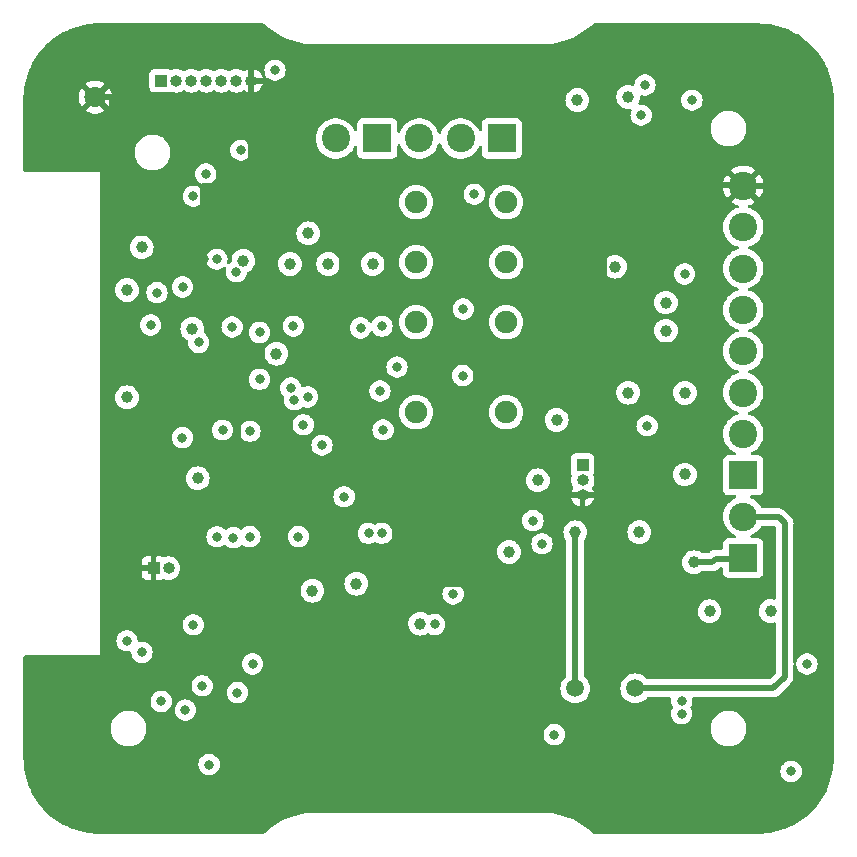
<source format=gbr>
%TF.GenerationSoftware,KiCad,Pcbnew,(7.0.0-0)*%
%TF.CreationDate,2023-05-31T16:46:43+02:00*%
%TF.ProjectId,door_bell,646f6f72-5f62-4656-9c6c-2e6b69636164,rev?*%
%TF.SameCoordinates,Original*%
%TF.FileFunction,Copper,L2,Inr*%
%TF.FilePolarity,Positive*%
%FSLAX46Y46*%
G04 Gerber Fmt 4.6, Leading zero omitted, Abs format (unit mm)*
G04 Created by KiCad (PCBNEW (7.0.0-0)) date 2023-05-31 16:46:43*
%MOMM*%
%LPD*%
G01*
G04 APERTURE LIST*
%TA.AperFunction,ComponentPad*%
%ADD10C,1.500000*%
%TD*%
%TA.AperFunction,ComponentPad*%
%ADD11R,2.400000X2.400000*%
%TD*%
%TA.AperFunction,ComponentPad*%
%ADD12C,2.400000*%
%TD*%
%TA.AperFunction,ComponentPad*%
%ADD13R,1.000000X1.000000*%
%TD*%
%TA.AperFunction,ComponentPad*%
%ADD14O,1.000000X1.000000*%
%TD*%
%TA.AperFunction,ComponentPad*%
%ADD15C,1.905000*%
%TD*%
%TA.AperFunction,ComponentPad*%
%ADD16C,1.800000*%
%TD*%
%TA.AperFunction,ViaPad*%
%ADD17C,1.000000*%
%TD*%
%TA.AperFunction,ViaPad*%
%ADD18C,0.800000*%
%TD*%
%TA.AperFunction,Conductor*%
%ADD19C,0.500000*%
%TD*%
G04 APERTURE END LIST*
D10*
%TO.N,Net-(D1-Pad4)*%
%TO.C,F1*%
X151638000Y-109982000D03*
%TO.N,Net-(J1-Pin_2)*%
X156718000Y-109982000D03*
%TD*%
D11*
%TO.N,Net-(J1-Pin_1)*%
%TO.C,J1*%
X165869999Y-98959999D03*
D12*
%TO.N,Net-(J1-Pin_2)*%
X165870000Y-95460000D03*
%TD*%
D11*
%TO.N,+3V3*%
%TO.C,J4*%
X165869999Y-91949999D03*
D12*
%TO.N,/~{S1_INPUT}*%
X165870000Y-88450000D03*
%TO.N,/~{S2_INPUT}*%
X165870000Y-84950000D03*
%TO.N,/S1_RED*%
X165870000Y-81450000D03*
%TO.N,/S1_GREEN*%
X165870000Y-77950000D03*
%TO.N,/S2_RED*%
X165870000Y-74450000D03*
%TO.N,/S2_GREEN*%
X165870000Y-70950000D03*
%TO.N,GND*%
X165870000Y-67450000D03*
%TD*%
D13*
%TO.N,GND*%
%TO.C,J7*%
X115935999Y-99821999D03*
D14*
%TO.N,Net-(J7-Pin_2)*%
X117205999Y-99821999D03*
%TD*%
D13*
%TO.N,+3V3*%
%TO.C,J6*%
X116585999Y-58546999D03*
D14*
%TO.N,Net-(J6-Pin_2)*%
X117855999Y-58546999D03*
%TO.N,Net-(J6-Pin_3)*%
X119125999Y-58546999D03*
%TO.N,Net-(J6-Pin_4)*%
X120395999Y-58546999D03*
%TO.N,Net-(J6-Pin_5)*%
X121665999Y-58546999D03*
%TO.N,Net-(J6-Pin_6)*%
X122935999Y-58546999D03*
%TO.N,GND*%
X124205999Y-58546999D03*
%TD*%
D15*
%TO.N,Net-(D2-A)*%
%TO.C,K1*%
X145796000Y-86614000D03*
%TO.N,unconnected-(K1-Pad4)*%
X145796000Y-78994000D03*
%TO.N,unconnected-(K1-Pad6)*%
X145796000Y-73914000D03*
%TO.N,unconnected-(K1-Pad8)*%
X145796000Y-68834000D03*
%TO.N,Net-(J3-Pin_3)*%
X138176000Y-68834000D03*
%TO.N,Net-(J3-Pin_2)*%
X138176000Y-73914000D03*
%TO.N,Net-(J3-Pin_1)*%
X138176000Y-78994000D03*
%TO.N,+5V*%
X138176000Y-86614000D03*
%TD*%
D11*
%TO.N,Net-(J2-Pin_1)*%
%TO.C,J2*%
X134879999Y-63439999D03*
D12*
%TO.N,Net-(J2-Pin_2)*%
X131380000Y-63440000D03*
%TD*%
D16*
%TO.N,GND*%
%TO.C,TP1*%
X110998000Y-59944000D03*
%TD*%
D11*
%TO.N,Net-(J3-Pin_1)*%
%TO.C,J3*%
X145429999Y-63439999D03*
D12*
%TO.N,Net-(J3-Pin_2)*%
X141930000Y-63440000D03*
%TO.N,Net-(J3-Pin_3)*%
X138430000Y-63440000D03*
%TD*%
D13*
%TO.N,Net-(J5-Pin_1)*%
%TO.C,J5*%
X152259999Y-91089999D03*
D14*
%TO.N,Net-(J5-Pin_2)*%
X152259999Y-92359999D03*
%TO.N,GND*%
X152259999Y-93629999D03*
%TD*%
D17*
%TO.N,GND*%
X119126000Y-98298000D03*
X128880990Y-93877010D03*
X114808000Y-68326000D03*
X117602000Y-61468000D03*
X120650000Y-62738000D03*
X134874000Y-68580000D03*
X138430000Y-76265500D03*
X124460000Y-111506000D03*
X121666000Y-101600000D03*
X149352000Y-76454000D03*
X144526000Y-66430000D03*
X167640000Y-76200000D03*
X124460000Y-101600000D03*
D18*
%TO.N,Net-(BT1-+)*%
X157220000Y-61470000D03*
D17*
%TO.N,GND*%
X154051000Y-101777800D03*
X157403800Y-64008000D03*
X154070000Y-117880000D03*
X120160000Y-73660000D03*
X135880000Y-119450000D03*
X114870000Y-108470000D03*
X112420000Y-93610000D03*
X116290000Y-93610000D03*
X131880000Y-84830000D03*
X134500000Y-90940000D03*
X131900000Y-67431500D03*
X130200000Y-81650000D03*
X112420000Y-79290000D03*
X120160000Y-70850000D03*
X151815800Y-67818000D03*
X133750000Y-106000000D03*
X154051000Y-80975200D03*
X157607000Y-105537000D03*
X147620000Y-93630000D03*
X134360000Y-81650000D03*
X146400000Y-91970000D03*
X116310000Y-83800000D03*
X154051000Y-64008000D03*
X129030000Y-81650000D03*
X149850000Y-101750000D03*
X124200000Y-67440000D03*
X129530000Y-119440000D03*
X120760000Y-89180000D03*
X154051000Y-91694000D03*
X136920000Y-105990000D03*
X148930000Y-119450000D03*
X143960000Y-104270000D03*
X131880000Y-81650000D03*
X151815800Y-64008000D03*
X154051000Y-72009000D03*
X123070000Y-81660000D03*
X157403800Y-67818000D03*
X124210000Y-63470000D03*
X114950000Y-81510000D03*
X135770000Y-90940000D03*
X125849500Y-67440000D03*
X123060000Y-90960000D03*
X154051000Y-82677000D03*
X127030000Y-67440000D03*
X131880000Y-90940000D03*
X139940000Y-101150000D03*
%TO.N,+VDC*%
X159320000Y-79710000D03*
X157060000Y-96770000D03*
X168190000Y-103450000D03*
X159320000Y-77330000D03*
X163010000Y-103470000D03*
%TO.N,+5V*%
X129040000Y-71470000D03*
X150070000Y-87270000D03*
X155000500Y-74295000D03*
X123540000Y-73800000D03*
%TO.N,+3V3*%
X134485010Y-74064990D03*
X156120000Y-84960000D03*
X119215900Y-79560000D03*
X130720000Y-74064990D03*
X113690000Y-85350000D03*
X156120000Y-59920000D03*
X114940000Y-72660000D03*
X160930000Y-91890000D03*
X151820000Y-60190000D03*
X129390000Y-101740000D03*
X113690000Y-76270000D03*
X146040000Y-98449502D03*
X119684186Y-92207029D03*
X148480000Y-92380000D03*
X127495010Y-74064990D03*
X126340500Y-81660000D03*
X160930000Y-84980000D03*
X133110000Y-101140000D03*
X138510000Y-104520000D03*
D18*
%TO.N,Net-(C12-Pad2)*%
X128205900Y-97150000D03*
X124090000Y-97150000D03*
%TO.N,Net-(J6-Pin_2)*%
X118385500Y-88770000D03*
%TO.N,Net-(C19-Pad1)*%
X121790000Y-88140000D03*
X119760000Y-80710000D03*
D17*
%TO.N,Net-(J1-Pin_1)*%
X161696400Y-99314000D03*
%TO.N,Net-(D1-Pad4)*%
X151638000Y-96774000D03*
D18*
%TO.N,Net-(D2-A)*%
X143090000Y-68160000D03*
%TO.N,Net-(D3-A2)*%
X124100000Y-88230000D03*
X118390000Y-76020000D03*
%TO.N,Net-(D4-A2)*%
X132070000Y-93770000D03*
%TO.N,Net-(D5-A2)*%
X134140000Y-96870000D03*
%TO.N,Net-(D6-A)*%
X149860000Y-113910000D03*
X120640000Y-116450000D03*
%TO.N,Net-(D8-A2)*%
X135260000Y-96870000D03*
%TO.N,Net-(D9-A2)*%
X139740000Y-104590000D03*
X135280000Y-79340000D03*
X142160000Y-77870000D03*
%TO.N,Net-(D10-A2)*%
X142120000Y-83510000D03*
X133464900Y-79480000D03*
X141300000Y-101999500D03*
%TO.N,Net-(D11-A2)*%
X128609598Y-87675000D03*
X128991554Y-85326846D03*
X127770000Y-79330000D03*
%TO.N,Net-(J6-Pin_4)*%
X123330000Y-64430000D03*
%TO.N,Net-(J6-Pin_5)*%
X126220000Y-57660000D03*
%TO.N,Net-(J6-Pin_6)*%
X122950074Y-74730779D03*
X127850000Y-85560000D03*
%TO.N,/~{S1_INPUT}*%
X157729000Y-87771000D03*
%TO.N,/~{S2_INPUT}*%
X160910000Y-74910000D03*
X127554074Y-84561920D03*
X135107171Y-84815000D03*
%TO.N,/S1_RED*%
X118630000Y-111840000D03*
X160640000Y-112140000D03*
%TO.N,/S1_GREEN*%
X160660000Y-111060000D03*
X116590000Y-111100000D03*
%TO.N,/S2_RED*%
X171260000Y-107940000D03*
X124320000Y-107940000D03*
%TO.N,/S2_GREEN*%
X169920000Y-117030000D03*
X123040000Y-110350000D03*
%TO.N,Net-(Q1-B)*%
X136550000Y-82800000D03*
X135370000Y-88110000D03*
%TO.N,Net-(U5-T1IN)*%
X148830000Y-97750000D03*
%TO.N,Net-(U6-IO2)*%
X130200000Y-89410000D03*
%TO.N,Net-(U6-SENSOR_VN)*%
X120060000Y-109780000D03*
X115698086Y-79223879D03*
X119300000Y-104620000D03*
%TO.N,Net-(U6-SENSOR_VP)*%
X116230000Y-76490000D03*
%TO.N,Net-(U6-IO22)*%
X114960000Y-106950000D03*
%TO.N,Net-(U6-IO23)*%
X113690000Y-105970000D03*
%TO.N,Net-(U6-IO18)*%
X122690000Y-97240000D03*
%TO.N,Net-(U6-IO19)*%
X121310400Y-97160000D03*
%TO.N,/DIN*%
X122590000Y-79404500D03*
%TO.N,/~{SD_MODE}*%
X121295500Y-73660000D03*
%TO.N,/LRCLK*%
X120360000Y-66440000D03*
%TO.N,/BCLK*%
X119310500Y-68330000D03*
%TO.N,/SDA*%
X161520000Y-60200000D03*
%TO.N,/SCL*%
X157550000Y-58920000D03*
%TO.N,Net-(U5-R1OUT)*%
X148060000Y-95790000D03*
%TO.N,Net-(U6-IO25)*%
X124910000Y-83830000D03*
%TO.N,Net-(U6-IO21)*%
X124910000Y-79860500D03*
%TD*%
D19*
%TO.N,GND*%
X119126000Y-101600000D02*
X119126000Y-98298000D01*
X112420000Y-101600000D02*
X119126000Y-101600000D01*
X119126000Y-101600000D02*
X121666000Y-101600000D01*
X127254000Y-90940000D02*
X127254000Y-92250020D01*
X127254000Y-92250020D02*
X128880990Y-93877010D01*
X131060000Y-90940000D02*
X127254000Y-90940000D01*
X127254000Y-90940000D02*
X123080000Y-90940000D01*
X114046000Y-69088000D02*
X114808000Y-68326000D01*
X112420000Y-69088000D02*
X114046000Y-69088000D01*
X112420000Y-79290000D02*
X112420000Y-69088000D01*
X112420000Y-69088000D02*
X112420000Y-59954000D01*
X118872000Y-62738000D02*
X117602000Y-61468000D01*
X120650000Y-62738000D02*
X118872000Y-62738000D01*
X124206000Y-62738000D02*
X124206000Y-63466000D01*
X124206000Y-59950000D02*
X124206000Y-62738000D01*
X124206000Y-62738000D02*
X120650000Y-62738000D01*
X124200000Y-63480000D02*
X124210000Y-63470000D01*
X124200000Y-67440000D02*
X124200000Y-63480000D01*
X134874000Y-67431500D02*
X134874000Y-68580000D01*
X131900000Y-67431500D02*
X134874000Y-67431500D01*
X134874000Y-67431500D02*
X136240000Y-67431500D01*
X138618500Y-76454000D02*
X138430000Y-76265500D01*
X149352000Y-76454000D02*
X138618500Y-76454000D01*
X125984000Y-109982000D02*
X124460000Y-111506000D01*
X125984000Y-108966000D02*
X125984000Y-109982000D01*
X124460000Y-101600000D02*
X125984000Y-103124000D01*
X125984000Y-103124000D02*
X125984000Y-108966000D01*
X123190000Y-101600000D02*
X124460000Y-101600000D01*
X121666000Y-101600000D02*
X123190000Y-101600000D01*
X154051000Y-76454000D02*
X149352000Y-76454000D01*
X154051000Y-80975200D02*
X154051000Y-76454000D01*
X154051000Y-76454000D02*
X154051000Y-72009000D01*
X144526000Y-66430000D02*
X147108500Y-66430000D01*
X136240000Y-67420000D02*
X137230000Y-66430000D01*
X136240000Y-67431500D02*
X136240000Y-67420000D01*
X137230000Y-66430000D02*
X144526000Y-66430000D01*
X170180000Y-73660000D02*
X167640000Y-76200000D01*
X170180000Y-68580000D02*
X170180000Y-73660000D01*
X165870000Y-67450000D02*
X169050000Y-67450000D01*
X169050000Y-67450000D02*
X170180000Y-68580000D01*
X112420000Y-101600000D02*
X112420000Y-108470000D01*
X112420000Y-99820000D02*
X112420000Y-101600000D01*
X151760000Y-93630000D02*
X148380000Y-93630000D01*
X123080000Y-90940000D02*
X123060000Y-90960000D01*
X157403800Y-67818000D02*
X161010600Y-67818000D01*
X112430000Y-81510000D02*
X112420000Y-81520000D01*
X143360000Y-101150000D02*
X143960000Y-101750000D01*
X154045400Y-93630000D02*
X154051000Y-93624400D01*
X115936000Y-99822000D02*
X112422000Y-99822000D01*
X112420000Y-59954000D02*
X112430000Y-59944000D01*
X154070000Y-119450000D02*
X148930000Y-119450000D01*
X124206000Y-63466000D02*
X124210000Y-63470000D01*
X139940000Y-101150000D02*
X143360000Y-101150000D01*
X116290000Y-93610000D02*
X112420000Y-93610000D01*
X143960000Y-119450000D02*
X135880000Y-119450000D01*
X154051000Y-67818000D02*
X151815800Y-67818000D01*
X148380000Y-93630000D02*
X146400000Y-93630000D01*
X155397200Y-105537000D02*
X157607000Y-105537000D01*
X154051000Y-101777800D02*
X154051000Y-93624400D01*
X131630000Y-67440000D02*
X127030000Y-67440000D01*
X131880000Y-67451500D02*
X131900000Y-67431500D01*
X124200000Y-67440000D02*
X120160000Y-67440000D01*
X112420000Y-83800000D02*
X116310000Y-83800000D01*
X147108500Y-66430000D02*
X148110000Y-67431500D01*
X120770000Y-89190000D02*
X120760000Y-89180000D01*
X154070000Y-116910000D02*
X154070000Y-119450000D01*
X143960000Y-101750000D02*
X149850000Y-101750000D01*
X154051000Y-67818000D02*
X154051000Y-64008000D01*
X155397200Y-105537000D02*
X155394200Y-105540000D01*
X154051000Y-82677000D02*
X154051000Y-80975200D01*
X154070000Y-117880000D02*
X154070000Y-116910000D01*
X124200000Y-59944000D02*
X124206000Y-59950000D01*
X120160000Y-70110000D02*
X120160000Y-73660000D01*
X131900000Y-67431500D02*
X131638500Y-67431500D01*
X154051000Y-72009000D02*
X154051000Y-67818000D01*
X131880000Y-84830000D02*
X131880000Y-90940000D01*
X131880000Y-81650000D02*
X131880000Y-67451500D01*
X123070000Y-90950000D02*
X123070000Y-89190000D01*
X148380000Y-93630000D02*
X147620000Y-93630000D01*
X116310000Y-93590000D02*
X116290000Y-93610000D01*
X133740000Y-90940000D02*
X134500000Y-90940000D01*
X131250000Y-81650000D02*
X134360000Y-81650000D01*
X123070000Y-83800000D02*
X116310000Y-83800000D01*
X112420000Y-81520000D02*
X112420000Y-83800000D01*
X135880000Y-119450000D02*
X129540000Y-119450000D01*
X161010600Y-67818000D02*
X161421600Y-67407000D01*
X131880000Y-81650000D02*
X131880000Y-84830000D01*
X161421600Y-67407000D02*
X165862000Y-67407000D01*
X143960000Y-105990000D02*
X143960000Y-104270000D01*
X131060000Y-90940000D02*
X133740000Y-90940000D01*
X154070000Y-104209800D02*
X154051000Y-104190800D01*
X148520000Y-67830000D02*
X151803800Y-67830000D01*
X123060000Y-93610000D02*
X116290000Y-93610000D01*
X151760000Y-93630000D02*
X154045400Y-93630000D01*
X123060000Y-90960000D02*
X123070000Y-90950000D01*
X143960000Y-105990000D02*
X136920000Y-105990000D01*
X148110000Y-67431500D02*
X148121500Y-67431500D01*
X133760000Y-105990000D02*
X133750000Y-106000000D01*
X112420000Y-108470000D02*
X114870000Y-108470000D01*
X120160000Y-67440000D02*
X120160000Y-70110000D01*
X112420000Y-93610000D02*
X112420000Y-99820000D01*
X112422000Y-99822000D02*
X112420000Y-99820000D01*
X131638500Y-67431500D02*
X131630000Y-67440000D01*
X143960000Y-119450000D02*
X143960000Y-105990000D01*
X143960000Y-101750000D02*
X143960000Y-104270000D01*
X136920000Y-105990000D02*
X133760000Y-105990000D01*
X154070000Y-105540000D02*
X154070000Y-104209800D01*
X124206000Y-58547000D02*
X124206000Y-59950000D01*
X123060000Y-90960000D02*
X123060000Y-93610000D01*
X127030000Y-67440000D02*
X125350000Y-67440000D01*
X148930000Y-119450000D02*
X143960000Y-119450000D01*
X154051000Y-67818000D02*
X157403800Y-67818000D01*
X154051000Y-93624400D02*
X154051000Y-91694000D01*
X130200000Y-81650000D02*
X129030000Y-81650000D01*
X146400000Y-93630000D02*
X146400000Y-91970000D01*
X129540000Y-119450000D02*
X129530000Y-119440000D01*
X116310000Y-83800000D02*
X116310000Y-93590000D01*
X112420000Y-79290000D02*
X112420000Y-81520000D01*
X125350000Y-67440000D02*
X124200000Y-67440000D01*
X148121500Y-67431500D02*
X148520000Y-67830000D01*
X123070000Y-83800000D02*
X123070000Y-81660000D01*
X131880000Y-81650000D02*
X131250000Y-81650000D01*
X154070000Y-116910000D02*
X154070000Y-105540000D01*
X114950000Y-81510000D02*
X112430000Y-81510000D01*
X154051000Y-64008000D02*
X151815800Y-64008000D01*
X120160000Y-70110000D02*
X120160000Y-70850000D01*
X131880000Y-90940000D02*
X131060000Y-90940000D01*
X151803800Y-67830000D02*
X151815800Y-67818000D01*
X131250000Y-81650000D02*
X130200000Y-81650000D01*
X155394200Y-105540000D02*
X154070000Y-105540000D01*
X154051000Y-91694000D02*
X154051000Y-82677000D01*
X154051000Y-101777800D02*
X154051000Y-104190800D01*
X112430000Y-59944000D02*
X124200000Y-59944000D01*
X154051000Y-64008000D02*
X157403800Y-64008000D01*
X123070000Y-89190000D02*
X123070000Y-83800000D01*
X123070000Y-89190000D02*
X120770000Y-89190000D01*
X110998000Y-59944000D02*
X112430000Y-59944000D01*
X133740000Y-90940000D02*
X135770000Y-90940000D01*
%TO.N,Net-(J1-Pin_1)*%
X165862000Y-99004000D02*
X163555800Y-99004000D01*
X163245800Y-99314000D02*
X161696400Y-99314000D01*
X163555800Y-99004000D02*
X163245800Y-99314000D01*
%TO.N,Net-(D1-Pad4)*%
X151638000Y-109982000D02*
X151638000Y-96774000D01*
%TO.N,Net-(J1-Pin_2)*%
X168859200Y-95504000D02*
X169367200Y-96012000D01*
X169367200Y-96012000D02*
X169367200Y-109016800D01*
X165862000Y-95504000D02*
X168859200Y-95504000D01*
X168402000Y-109982000D02*
X156718000Y-109982000D01*
X169367200Y-109016800D02*
X168402000Y-109982000D01*
%TD*%
%TA.AperFunction,Conductor*%
%TO.N,GND*%
G36*
X111308899Y-53698398D02*
G01*
X111308900Y-53698399D01*
X111308880Y-53701144D01*
X111308901Y-53701144D01*
X111308901Y-53698400D01*
X111308952Y-53698400D01*
X111309096Y-53698401D01*
X111309076Y-53701141D01*
X111309098Y-53701141D01*
X111309098Y-53698400D01*
X125228772Y-53698400D01*
X125273804Y-53706866D01*
X125312688Y-53731108D01*
X125503397Y-53906408D01*
X125502327Y-53907571D01*
X125502395Y-53907625D01*
X125503404Y-53906421D01*
X125503478Y-53906483D01*
X125503535Y-53906535D01*
X125502479Y-53907692D01*
X125502541Y-53907741D01*
X125503545Y-53906538D01*
X125738813Y-54102628D01*
X125738055Y-54103537D01*
X125738256Y-54103690D01*
X125738967Y-54102750D01*
X125982429Y-54286646D01*
X125981663Y-54287659D01*
X125981874Y-54287811D01*
X125982590Y-54286762D01*
X126234017Y-54458244D01*
X126234050Y-54458280D01*
X126234054Y-54458274D01*
X126234121Y-54458315D01*
X126234200Y-54458369D01*
X126234183Y-54458392D01*
X126234306Y-54458428D01*
X126462360Y-54598539D01*
X126492864Y-54617280D01*
X126492317Y-54618170D01*
X126492531Y-54618295D01*
X126493035Y-54617380D01*
X126758520Y-54763406D01*
X126758597Y-54763481D01*
X126758692Y-54763505D01*
X126758761Y-54763539D01*
X126758786Y-54763553D01*
X126758846Y-54763586D01*
X126758797Y-54763674D01*
X126758809Y-54763687D01*
X126758859Y-54763587D01*
X127030800Y-54896809D01*
X127030081Y-54898276D01*
X127030162Y-54898311D01*
X127030811Y-54896820D01*
X127030903Y-54896860D01*
X127030969Y-54896892D01*
X127030259Y-54898354D01*
X127030333Y-54898386D01*
X127030979Y-54896892D01*
X127308821Y-55016823D01*
X127308285Y-55018064D01*
X127308527Y-55018163D01*
X127309004Y-55016898D01*
X127592243Y-55123537D01*
X127591742Y-55124865D01*
X127591994Y-55124952D01*
X127592430Y-55123602D01*
X127880563Y-55216548D01*
X127880146Y-55217839D01*
X127880396Y-55217914D01*
X127880751Y-55216605D01*
X128173153Y-55295796D01*
X128173235Y-55295839D01*
X128173385Y-55295859D01*
X128173387Y-55295860D01*
X128173396Y-55295867D01*
X128173470Y-55295883D01*
X128173565Y-55295909D01*
X128173540Y-55295999D01*
X128173555Y-55296007D01*
X128173578Y-55295907D01*
X128470109Y-55361170D01*
X128469788Y-55362627D01*
X128470051Y-55362676D01*
X128470302Y-55361207D01*
X128770114Y-55412357D01*
X128770238Y-55412410D01*
X128770242Y-55412384D01*
X128770326Y-55412394D01*
X128770413Y-55412409D01*
X128770405Y-55412450D01*
X128770570Y-55412423D01*
X129073352Y-55449085D01*
X129073171Y-55450584D01*
X129073437Y-55450608D01*
X129073547Y-55449105D01*
X129378977Y-55471292D01*
X129378899Y-55472358D01*
X129379149Y-55472369D01*
X129379173Y-55471302D01*
X129698895Y-55478397D01*
X129698843Y-55480738D01*
X129698901Y-55480740D01*
X129698901Y-55478400D01*
X129698997Y-55478400D01*
X129699088Y-55478402D01*
X129699036Y-55480743D01*
X129699092Y-55480745D01*
X129699093Y-55478400D01*
X148758907Y-55478799D01*
X148758906Y-55481146D01*
X148759161Y-55481144D01*
X148759105Y-55478797D01*
X149066524Y-55471401D01*
X149066559Y-55472863D01*
X149066826Y-55472845D01*
X149066720Y-55471392D01*
X149081684Y-55470300D01*
X149371963Y-55449117D01*
X149372149Y-55449104D01*
X149372162Y-55449108D01*
X149372251Y-55449097D01*
X149372336Y-55449091D01*
X149372340Y-55449149D01*
X149372552Y-55449059D01*
X149675271Y-55412406D01*
X149675491Y-55414230D01*
X149675774Y-55414182D01*
X149675467Y-55412378D01*
X149975497Y-55361207D01*
X149975766Y-55362789D01*
X149976034Y-55362734D01*
X149975690Y-55361170D01*
X150272223Y-55295906D01*
X150272479Y-55297070D01*
X150272727Y-55297011D01*
X150272415Y-55295859D01*
X150564948Y-55216605D01*
X150565314Y-55217957D01*
X150565565Y-55217878D01*
X150565136Y-55216548D01*
X150853269Y-55123602D01*
X150853763Y-55125135D01*
X150854021Y-55125042D01*
X150853455Y-55123538D01*
X151136695Y-55016898D01*
X151137197Y-55018232D01*
X151137441Y-55018128D01*
X151136878Y-55016823D01*
X151414817Y-54896893D01*
X151415413Y-54898274D01*
X151415659Y-54898162D01*
X151414997Y-54896811D01*
X151686943Y-54763587D01*
X151687455Y-54764633D01*
X151687679Y-54764515D01*
X151687118Y-54763495D01*
X151952664Y-54617380D01*
X151953226Y-54618401D01*
X151953443Y-54618270D01*
X151952835Y-54617280D01*
X152211586Y-54458371D01*
X152212514Y-54459882D01*
X152212750Y-54459727D01*
X152211752Y-54458264D01*
X152463109Y-54286762D01*
X152463151Y-54286824D01*
X152463161Y-54286811D01*
X152463122Y-54286759D01*
X152463192Y-54286706D01*
X152463216Y-54286738D01*
X152463304Y-54286620D01*
X152706733Y-54102750D01*
X152707434Y-54103679D01*
X152707633Y-54103520D01*
X152706888Y-54102626D01*
X152942154Y-53906538D01*
X152943302Y-53907916D01*
X152943517Y-53907730D01*
X152942302Y-53906408D01*
X153133013Y-53731108D01*
X153171896Y-53706866D01*
X153216928Y-53698400D01*
X167154210Y-53698400D01*
X167161131Y-53698593D01*
X167191608Y-53700296D01*
X167485618Y-53716734D01*
X167487971Y-53716889D01*
X167807162Y-53741162D01*
X167813355Y-53741792D01*
X168125968Y-53781605D01*
X168132067Y-53782538D01*
X168439692Y-53837551D01*
X168445683Y-53838777D01*
X168747841Y-53908483D01*
X168753832Y-53910024D01*
X169050216Y-53994243D01*
X169056028Y-53996051D01*
X169346225Y-54094286D01*
X169351959Y-54096386D01*
X169635581Y-54208247D01*
X169641155Y-54210604D01*
X169917823Y-54335702D01*
X169923255Y-54338321D01*
X170192527Y-54476388D01*
X170197736Y-54479220D01*
X170459356Y-54629642D01*
X170464477Y-54632754D01*
X170717838Y-54795222D01*
X170722713Y-54798515D01*
X170933752Y-54948558D01*
X170967676Y-54972677D01*
X170972448Y-54976246D01*
X171208325Y-55161633D01*
X171212915Y-55165422D01*
X171439553Y-55361854D01*
X171443849Y-55365758D01*
X171660896Y-55572604D01*
X171665084Y-55576791D01*
X171871887Y-55793693D01*
X171875876Y-55798083D01*
X171878091Y-55800641D01*
X172072184Y-56024789D01*
X172075936Y-56029336D01*
X172261354Y-56265252D01*
X172264910Y-56270006D01*
X172439068Y-56514867D01*
X172442414Y-56519820D01*
X172604849Y-56773229D01*
X172607960Y-56778351D01*
X172758275Y-57039857D01*
X172761127Y-57045107D01*
X172899068Y-57314323D01*
X172901698Y-57319779D01*
X172924442Y-57370079D01*
X173026790Y-57596431D01*
X173029156Y-57602027D01*
X173140920Y-57885558D01*
X173143008Y-57891261D01*
X173241234Y-58181333D01*
X173243070Y-58187237D01*
X173327167Y-58483438D01*
X173328709Y-58489431D01*
X173398413Y-58791582D01*
X173399655Y-58797658D01*
X173454557Y-59105113D01*
X173455499Y-59111279D01*
X173495208Y-59423756D01*
X173495840Y-59429983D01*
X173519962Y-59747109D01*
X173520279Y-59753374D01*
X173528460Y-60076315D01*
X173528500Y-60079455D01*
X173528500Y-115916396D01*
X173528462Y-115919452D01*
X173520776Y-116231177D01*
X173520472Y-116237330D01*
X173497528Y-116545409D01*
X173496924Y-116551488D01*
X173458979Y-116856908D01*
X173458080Y-116862930D01*
X173405332Y-117165296D01*
X173404139Y-117171268D01*
X173336777Y-117469935D01*
X173335296Y-117475824D01*
X173253527Y-117770352D01*
X173251774Y-117776119D01*
X173155877Y-118066061D01*
X173153838Y-118071757D01*
X173044026Y-118356386D01*
X173041707Y-118361984D01*
X172918072Y-118641022D01*
X172915483Y-118646499D01*
X172778324Y-118919247D01*
X172775466Y-118924600D01*
X172624956Y-119190615D01*
X172621862Y-119195786D01*
X172458315Y-119454639D01*
X172454934Y-119459710D01*
X172278444Y-119710814D01*
X172274829Y-119715699D01*
X172085700Y-119958558D01*
X172081800Y-119963317D01*
X171880122Y-120197349D01*
X171876019Y-120201880D01*
X171662176Y-120426607D01*
X171657826Y-120430956D01*
X171432991Y-120644909D01*
X171428458Y-120649015D01*
X171194416Y-120850701D01*
X171189658Y-120854600D01*
X170946800Y-121043729D01*
X170941914Y-121047345D01*
X170690809Y-121223834D01*
X170685739Y-121227214D01*
X170426895Y-121390757D01*
X170421724Y-121393851D01*
X170155700Y-121544366D01*
X170150347Y-121547224D01*
X169877599Y-121684383D01*
X169872122Y-121686972D01*
X169593084Y-121810607D01*
X169587485Y-121812926D01*
X169302850Y-121922740D01*
X169297154Y-121924779D01*
X169007215Y-122020673D01*
X169001450Y-122022426D01*
X168706904Y-122104201D01*
X168701014Y-122105682D01*
X168402365Y-122173040D01*
X168396393Y-122174233D01*
X168094013Y-122226982D01*
X168087991Y-122227881D01*
X167782590Y-122265824D01*
X167776511Y-122266428D01*
X167468431Y-122289372D01*
X167462278Y-122289676D01*
X167150552Y-122297362D01*
X167147496Y-122297400D01*
X153216928Y-122297400D01*
X153171896Y-122288934D01*
X153133013Y-122264692D01*
X152942302Y-122089391D01*
X152943339Y-122088262D01*
X152943279Y-122088208D01*
X152942296Y-122089379D01*
X152942221Y-122089316D01*
X152942165Y-122089265D01*
X152943194Y-122088134D01*
X152943136Y-122088082D01*
X152942154Y-122089261D01*
X152706888Y-121893173D01*
X152707510Y-121892425D01*
X152707320Y-121892271D01*
X152706733Y-121893049D01*
X152463270Y-121709153D01*
X152464185Y-121707941D01*
X152464128Y-121707898D01*
X152463264Y-121709143D01*
X152463192Y-121709093D01*
X152463122Y-121709041D01*
X152464027Y-121707822D01*
X152463967Y-121707778D01*
X152463109Y-121709037D01*
X152211752Y-121537535D01*
X152212617Y-121536267D01*
X152212550Y-121536223D01*
X152211746Y-121537526D01*
X152211678Y-121537484D01*
X152211600Y-121537431D01*
X152212461Y-121536163D01*
X152212391Y-121536117D01*
X152211586Y-121537428D01*
X151952835Y-121378519D01*
X151953494Y-121377445D01*
X151953441Y-121377413D01*
X151952828Y-121378510D01*
X151952753Y-121378468D01*
X151952677Y-121378422D01*
X151953329Y-121377344D01*
X151953274Y-121377311D01*
X151952665Y-121378419D01*
X151687118Y-121232204D01*
X151687118Y-121232203D01*
X151687109Y-121232194D01*
X151687021Y-121232151D01*
X151686996Y-121232137D01*
X151687440Y-121231332D01*
X151687348Y-121231283D01*
X151686943Y-121232112D01*
X151414997Y-121098988D01*
X151415620Y-121097713D01*
X151415558Y-121097685D01*
X151414989Y-121098980D01*
X151414914Y-121098947D01*
X151414831Y-121098907D01*
X151415444Y-121097633D01*
X151415379Y-121097602D01*
X151414817Y-121098906D01*
X151136878Y-120978976D01*
X151137332Y-120977923D01*
X151137272Y-120977897D01*
X151136869Y-120978967D01*
X151136779Y-120978933D01*
X151136707Y-120978902D01*
X151137160Y-120977848D01*
X151137100Y-120977823D01*
X151136695Y-120978901D01*
X150853455Y-120872261D01*
X150853917Y-120871032D01*
X150853856Y-120871010D01*
X150853448Y-120872255D01*
X150853378Y-120872232D01*
X150853284Y-120872197D01*
X150853741Y-120870968D01*
X150853673Y-120870944D01*
X150853269Y-120872197D01*
X150565136Y-120779251D01*
X150565467Y-120778223D01*
X150565410Y-120778205D01*
X150565126Y-120779243D01*
X150565031Y-120779217D01*
X150564959Y-120779194D01*
X150565287Y-120778165D01*
X150565231Y-120778147D01*
X150564948Y-120779194D01*
X150272415Y-120699940D01*
X150272664Y-120699020D01*
X150272608Y-120699006D01*
X150272404Y-120699933D01*
X150272309Y-120699912D01*
X150272235Y-120699892D01*
X150272482Y-120698975D01*
X150272427Y-120698961D01*
X150272223Y-120699893D01*
X149975690Y-120634629D01*
X149975963Y-120633386D01*
X149975901Y-120633373D01*
X149975682Y-120634624D01*
X149975608Y-120634611D01*
X149975511Y-120634590D01*
X149975779Y-120633348D01*
X149975711Y-120633335D01*
X149975497Y-120634592D01*
X149675462Y-120583420D01*
X149675625Y-120582463D01*
X149675549Y-120582452D01*
X149675447Y-120583412D01*
X149675372Y-120583404D01*
X149675286Y-120583390D01*
X149675441Y-120582437D01*
X149675359Y-120582426D01*
X149675266Y-120583394D01*
X149066727Y-120524410D01*
X149066793Y-120523727D01*
X149066728Y-120523722D01*
X149066711Y-120524403D01*
X149066634Y-120524401D01*
X149066550Y-120524393D01*
X149066614Y-120523714D01*
X149066547Y-120523710D01*
X149066531Y-120524398D01*
X148759105Y-120517002D01*
X148759134Y-120515757D01*
X148759099Y-120515757D01*
X148759099Y-120517000D01*
X148758996Y-120517000D01*
X148758913Y-120516998D01*
X148758942Y-120515756D01*
X148758906Y-120515756D01*
X148758907Y-120516999D01*
X148758907Y-120517000D01*
X129699093Y-120517399D01*
X129699092Y-120517372D01*
X129699087Y-120517373D01*
X129699088Y-120517398D01*
X129698996Y-120517399D01*
X129698901Y-120517400D01*
X129698876Y-120515070D01*
X129698843Y-120515068D01*
X129698895Y-120517402D01*
X129379175Y-120524397D01*
X129379158Y-120523638D01*
X129379108Y-120523641D01*
X129379163Y-120524394D01*
X129379080Y-120524400D01*
X129378990Y-120524402D01*
X129378973Y-120523648D01*
X129378921Y-120523651D01*
X129378977Y-120524407D01*
X129073550Y-120546695D01*
X129073475Y-120545669D01*
X129073415Y-120545675D01*
X129073538Y-120546692D01*
X129073447Y-120546703D01*
X129073365Y-120546709D01*
X129073290Y-120545686D01*
X129073230Y-120545692D01*
X129073354Y-120546713D01*
X129073354Y-120546714D01*
X128770425Y-120583393D01*
X128770273Y-120582138D01*
X128770212Y-120582147D01*
X128770413Y-120583391D01*
X128770326Y-120583405D01*
X128770242Y-120583416D01*
X128770078Y-120582168D01*
X128770018Y-120582178D01*
X128770231Y-120583421D01*
X128770231Y-120583422D01*
X128470302Y-120634592D01*
X128470107Y-120633452D01*
X128470047Y-120633463D01*
X128470289Y-120634590D01*
X128470191Y-120634611D01*
X128470118Y-120634624D01*
X128469915Y-120633488D01*
X128469860Y-120633499D01*
X128470109Y-120634629D01*
X128173578Y-120699892D01*
X128173312Y-120698683D01*
X128173251Y-120698699D01*
X128173565Y-120699891D01*
X128173470Y-120699916D01*
X128173396Y-120699933D01*
X128173120Y-120698732D01*
X128173064Y-120698746D01*
X128173387Y-120699939D01*
X127880751Y-120779194D01*
X127880485Y-120778212D01*
X127880436Y-120778227D01*
X127880741Y-120779194D01*
X127880668Y-120779217D01*
X127880574Y-120779243D01*
X127880304Y-120778268D01*
X127880251Y-120778285D01*
X127880563Y-120779251D01*
X127592430Y-120872197D01*
X127592083Y-120871121D01*
X127592025Y-120871141D01*
X127592417Y-120872197D01*
X127592328Y-120872230D01*
X127592252Y-120872255D01*
X127591899Y-120871184D01*
X127591844Y-120871203D01*
X127592243Y-120872262D01*
X127309004Y-120978901D01*
X127308633Y-120977917D01*
X127308583Y-120977938D01*
X127308993Y-120978902D01*
X127308920Y-120978933D01*
X127308831Y-120978967D01*
X127308458Y-120977991D01*
X127308405Y-120978013D01*
X127308821Y-120978976D01*
X127030981Y-121098906D01*
X127030550Y-121097909D01*
X127030499Y-121097932D01*
X127030969Y-121098907D01*
X127030886Y-121098947D01*
X127030811Y-121098980D01*
X127030374Y-121097987D01*
X127030323Y-121098010D01*
X127030802Y-121098988D01*
X126758856Y-121232112D01*
X126758498Y-121231381D01*
X126758458Y-121231402D01*
X126758846Y-121232114D01*
X126758778Y-121232151D01*
X126758691Y-121232194D01*
X126758332Y-121231469D01*
X126758289Y-121231491D01*
X126758681Y-121232204D01*
X126493035Y-121378419D01*
X126492510Y-121377465D01*
X126492466Y-121377490D01*
X126493023Y-121378422D01*
X126492946Y-121378468D01*
X126492872Y-121378510D01*
X126492337Y-121377567D01*
X126492295Y-121377592D01*
X126492864Y-121378519D01*
X126234213Y-121537428D01*
X126233517Y-121536295D01*
X126233461Y-121536330D01*
X126234200Y-121537431D01*
X126234121Y-121537484D01*
X126234054Y-121537526D01*
X126233349Y-121536402D01*
X126233297Y-121536436D01*
X126234047Y-121537535D01*
X125982690Y-121709037D01*
X125982106Y-121708182D01*
X125982061Y-121708215D01*
X125982678Y-121709041D01*
X125982607Y-121709094D01*
X125982536Y-121709143D01*
X125981951Y-121708296D01*
X125981906Y-121708329D01*
X125982529Y-121709153D01*
X125738968Y-121893049D01*
X125738341Y-121892219D01*
X125738297Y-121892253D01*
X125738956Y-121893053D01*
X125738888Y-121893109D01*
X125738820Y-121893161D01*
X125738189Y-121892336D01*
X125738145Y-121892370D01*
X125738813Y-121893171D01*
X125503545Y-122089261D01*
X125502694Y-122088240D01*
X125502651Y-122088277D01*
X125503535Y-122089265D01*
X125503478Y-122089316D01*
X125503404Y-122089379D01*
X125502544Y-122088369D01*
X125502496Y-122088411D01*
X125503397Y-122089391D01*
X125352513Y-122228085D01*
X125312688Y-122264692D01*
X125273804Y-122288934D01*
X125228772Y-122297400D01*
X111301827Y-122297400D01*
X111298757Y-122297362D01*
X110988369Y-122289675D01*
X110982269Y-122289373D01*
X110674193Y-122266527D01*
X110668119Y-122265926D01*
X110362642Y-122228085D01*
X110356569Y-122227180D01*
X110054266Y-122174426D01*
X110048339Y-122173242D01*
X109749674Y-122105979D01*
X109743783Y-122104500D01*
X109449270Y-122022832D01*
X109443455Y-122021065D01*
X109153624Y-121925173D01*
X109147954Y-121923143D01*
X108863204Y-121813322D01*
X108857611Y-121811006D01*
X108578693Y-121687478D01*
X108573197Y-121684881D01*
X108300439Y-121547718D01*
X108295133Y-121544887D01*
X108200136Y-121491193D01*
X108028987Y-121394456D01*
X108023794Y-121391351D01*
X107894368Y-121309577D01*
X107764956Y-121227812D01*
X107759912Y-121224450D01*
X107508791Y-121048048D01*
X107503860Y-121044399D01*
X107261121Y-120855286D01*
X107256404Y-120851421D01*
X107022382Y-120649850D01*
X107017827Y-120645726D01*
X106792971Y-120431757D01*
X106788650Y-120427436D01*
X106574766Y-120202667D01*
X106570696Y-120198172D01*
X106369004Y-119964223D01*
X106365087Y-119959444D01*
X106175966Y-119716595D01*
X106172363Y-119711729D01*
X105995854Y-119460694D01*
X105992479Y-119455633D01*
X105828857Y-119196818D01*
X105825735Y-119191602D01*
X105675237Y-118925510D01*
X105672373Y-118920142D01*
X105535308Y-118647385D01*
X105532735Y-118641940D01*
X105532328Y-118641022D01*
X105409078Y-118362854D01*
X105406772Y-118357286D01*
X105296863Y-118072564D01*
X105294819Y-118066858D01*
X105294555Y-118066061D01*
X105198924Y-117777014D01*
X105197167Y-117771233D01*
X105115390Y-117476581D01*
X105113912Y-117470697D01*
X105046553Y-117171844D01*
X105045374Y-117165947D01*
X104992615Y-116863514D01*
X104991716Y-116857484D01*
X104953774Y-116551893D01*
X104953170Y-116545792D01*
X104953142Y-116545409D01*
X104946071Y-116450000D01*
X119734540Y-116450000D01*
X119735219Y-116456460D01*
X119753646Y-116631795D01*
X119753647Y-116631803D01*
X119754326Y-116638256D01*
X119756331Y-116644428D01*
X119756333Y-116644435D01*
X119810813Y-116812105D01*
X119812821Y-116818284D01*
X119816068Y-116823908D01*
X119816069Y-116823910D01*
X119838935Y-116863516D01*
X119907467Y-116982216D01*
X119911811Y-116987041D01*
X119911813Y-116987043D01*
X120029779Y-117118057D01*
X120034129Y-117122888D01*
X120187270Y-117234151D01*
X120360197Y-117311144D01*
X120545354Y-117350500D01*
X120728143Y-117350500D01*
X120734646Y-117350500D01*
X120919803Y-117311144D01*
X121092730Y-117234151D01*
X121245871Y-117122888D01*
X121329508Y-117030000D01*
X169014540Y-117030000D01*
X169015219Y-117036460D01*
X169033646Y-117211795D01*
X169033647Y-117211803D01*
X169034326Y-117218256D01*
X169036331Y-117224428D01*
X169036333Y-117224435D01*
X169076855Y-117349147D01*
X169092821Y-117398284D01*
X169096068Y-117403908D01*
X169096069Y-117403910D01*
X169138032Y-117476593D01*
X169187467Y-117562216D01*
X169314129Y-117702888D01*
X169467270Y-117814151D01*
X169640197Y-117891144D01*
X169825354Y-117930500D01*
X170008143Y-117930500D01*
X170014646Y-117930500D01*
X170199803Y-117891144D01*
X170372730Y-117814151D01*
X170525871Y-117702888D01*
X170652533Y-117562216D01*
X170747179Y-117398284D01*
X170805674Y-117218256D01*
X170825460Y-117030000D01*
X170807600Y-116860067D01*
X170806353Y-116848204D01*
X170806352Y-116848203D01*
X170805674Y-116841744D01*
X170747179Y-116661716D01*
X170652533Y-116497784D01*
X170525871Y-116357112D01*
X170520613Y-116353292D01*
X170520611Y-116353290D01*
X170377988Y-116249669D01*
X170377987Y-116249668D01*
X170372730Y-116245849D01*
X170366792Y-116243205D01*
X170205745Y-116171501D01*
X170205740Y-116171499D01*
X170199803Y-116168856D01*
X170193444Y-116167504D01*
X170193440Y-116167503D01*
X170021008Y-116130852D01*
X170021005Y-116130851D01*
X170014646Y-116129500D01*
X169825354Y-116129500D01*
X169818995Y-116130851D01*
X169818991Y-116130852D01*
X169646559Y-116167503D01*
X169646552Y-116167505D01*
X169640197Y-116168856D01*
X169634262Y-116171498D01*
X169634254Y-116171501D01*
X169473207Y-116243205D01*
X169473202Y-116243207D01*
X169467270Y-116245849D01*
X169462016Y-116249665D01*
X169462011Y-116249669D01*
X169319388Y-116353290D01*
X169319381Y-116353295D01*
X169314129Y-116357112D01*
X169309784Y-116361937D01*
X169309779Y-116361942D01*
X169191813Y-116492956D01*
X169191808Y-116492962D01*
X169187467Y-116497784D01*
X169184222Y-116503404D01*
X169184218Y-116503410D01*
X169096069Y-116656089D01*
X169096066Y-116656094D01*
X169092821Y-116661716D01*
X169090815Y-116667888D01*
X169090813Y-116667894D01*
X169036333Y-116835564D01*
X169036331Y-116835573D01*
X169034326Y-116841744D01*
X169033648Y-116848194D01*
X169033646Y-116848204D01*
X169019562Y-116982216D01*
X169014540Y-117030000D01*
X121329508Y-117030000D01*
X121372533Y-116982216D01*
X121467179Y-116818284D01*
X121525674Y-116638256D01*
X121545460Y-116450000D01*
X121525674Y-116261744D01*
X121467179Y-116081716D01*
X121372533Y-115917784D01*
X121245871Y-115777112D01*
X121240613Y-115773292D01*
X121240611Y-115773290D01*
X121097988Y-115669669D01*
X121097987Y-115669668D01*
X121092730Y-115665849D01*
X121086792Y-115663205D01*
X120925745Y-115591501D01*
X120925740Y-115591499D01*
X120919803Y-115588856D01*
X120913444Y-115587504D01*
X120913440Y-115587503D01*
X120741008Y-115550852D01*
X120741005Y-115550851D01*
X120734646Y-115549500D01*
X120545354Y-115549500D01*
X120538995Y-115550851D01*
X120538991Y-115550852D01*
X120366559Y-115587503D01*
X120366552Y-115587505D01*
X120360197Y-115588856D01*
X120354262Y-115591498D01*
X120354254Y-115591501D01*
X120193207Y-115663205D01*
X120193202Y-115663207D01*
X120187270Y-115665849D01*
X120182016Y-115669665D01*
X120182011Y-115669669D01*
X120039388Y-115773290D01*
X120039381Y-115773295D01*
X120034129Y-115777112D01*
X120029784Y-115781937D01*
X120029779Y-115781942D01*
X119911813Y-115912956D01*
X119911808Y-115912962D01*
X119907467Y-115917784D01*
X119904222Y-115923404D01*
X119904218Y-115923410D01*
X119816069Y-116076089D01*
X119816066Y-116076094D01*
X119812821Y-116081716D01*
X119810815Y-116087888D01*
X119810813Y-116087894D01*
X119756333Y-116255564D01*
X119756331Y-116255573D01*
X119754326Y-116261744D01*
X119753648Y-116268194D01*
X119753646Y-116268204D01*
X119743795Y-116361942D01*
X119734540Y-116450000D01*
X104946071Y-116450000D01*
X104930320Y-116237457D01*
X104930023Y-116231460D01*
X104922236Y-115919427D01*
X104922198Y-115916417D01*
X104921477Y-114795521D01*
X104920731Y-113634038D01*
X104920656Y-113516779D01*
X112308500Y-113516779D01*
X112309262Y-113521593D01*
X112309263Y-113521599D01*
X112344929Y-113746791D01*
X112344931Y-113746800D01*
X112345693Y-113751610D01*
X112419165Y-113977731D01*
X112527104Y-114189575D01*
X112666855Y-114381925D01*
X112834975Y-114550045D01*
X113027325Y-114689796D01*
X113239169Y-114797735D01*
X113465290Y-114871207D01*
X113700121Y-114908400D01*
X113933001Y-114908400D01*
X113937879Y-114908400D01*
X114172710Y-114871207D01*
X114398831Y-114797735D01*
X114610675Y-114689796D01*
X114803025Y-114550045D01*
X114971145Y-114381925D01*
X115110896Y-114189575D01*
X115218835Y-113977731D01*
X115240842Y-113910000D01*
X148954540Y-113910000D01*
X148955219Y-113916460D01*
X148973646Y-114091795D01*
X148973647Y-114091803D01*
X148974326Y-114098256D01*
X148976331Y-114104428D01*
X148976333Y-114104435D01*
X149005277Y-114193514D01*
X149032821Y-114278284D01*
X149127467Y-114442216D01*
X149131811Y-114447041D01*
X149131813Y-114447043D01*
X149249779Y-114578057D01*
X149254129Y-114582888D01*
X149407270Y-114694151D01*
X149580197Y-114771144D01*
X149765354Y-114810500D01*
X149948143Y-114810500D01*
X149954646Y-114810500D01*
X150139803Y-114771144D01*
X150312730Y-114694151D01*
X150465871Y-114582888D01*
X150592533Y-114442216D01*
X150687179Y-114278284D01*
X150745674Y-114098256D01*
X150765460Y-113910000D01*
X150748813Y-113751610D01*
X150746353Y-113728204D01*
X150746352Y-113728203D01*
X150745674Y-113721744D01*
X150687179Y-113541716D01*
X150672782Y-113516779D01*
X163108500Y-113516779D01*
X163109262Y-113521593D01*
X163109263Y-113521599D01*
X163144929Y-113746791D01*
X163144931Y-113746800D01*
X163145693Y-113751610D01*
X163219165Y-113977731D01*
X163327104Y-114189575D01*
X163466855Y-114381925D01*
X163634975Y-114550045D01*
X163827325Y-114689796D01*
X164039169Y-114797735D01*
X164265290Y-114871207D01*
X164500121Y-114908400D01*
X164733001Y-114908400D01*
X164737879Y-114908400D01*
X164972710Y-114871207D01*
X165198831Y-114797735D01*
X165410675Y-114689796D01*
X165603025Y-114550045D01*
X165771145Y-114381925D01*
X165910896Y-114189575D01*
X166018835Y-113977731D01*
X166092307Y-113751610D01*
X166129500Y-113516779D01*
X166129500Y-113397900D01*
X166129500Y-113397400D01*
X166129500Y-113279021D01*
X166092307Y-113044190D01*
X166018835Y-112818069D01*
X165910896Y-112606225D01*
X165771145Y-112413875D01*
X165603025Y-112245755D01*
X165410675Y-112106004D01*
X165258085Y-112028256D01*
X165203175Y-112000278D01*
X165203171Y-112000276D01*
X165198831Y-111998065D01*
X165182377Y-111992718D01*
X164977346Y-111926099D01*
X164977341Y-111926098D01*
X164972710Y-111924593D01*
X164967900Y-111923831D01*
X164967891Y-111923829D01*
X164742699Y-111888163D01*
X164742693Y-111888162D01*
X164737879Y-111887400D01*
X164500121Y-111887400D01*
X164495307Y-111888162D01*
X164495300Y-111888163D01*
X164270108Y-111923829D01*
X164270096Y-111923831D01*
X164265290Y-111924593D01*
X164260660Y-111926097D01*
X164260653Y-111926099D01*
X164043803Y-111996559D01*
X164043799Y-111996560D01*
X164039169Y-111998065D01*
X164034833Y-112000274D01*
X164034824Y-112000278D01*
X163831666Y-112103792D01*
X163827325Y-112106004D01*
X163823390Y-112108862D01*
X163823385Y-112108866D01*
X163638919Y-112242889D01*
X163638915Y-112242892D01*
X163634975Y-112245755D01*
X163631530Y-112249199D01*
X163631524Y-112249205D01*
X163470305Y-112410424D01*
X163470299Y-112410430D01*
X163466855Y-112413875D01*
X163463992Y-112417815D01*
X163463989Y-112417819D01*
X163329966Y-112602285D01*
X163329962Y-112602290D01*
X163327104Y-112606225D01*
X163324893Y-112610564D01*
X163324892Y-112610566D01*
X163221378Y-112813724D01*
X163221374Y-112813733D01*
X163219165Y-112818069D01*
X163217660Y-112822699D01*
X163217659Y-112822703D01*
X163147199Y-113039553D01*
X163147197Y-113039560D01*
X163145693Y-113044190D01*
X163144931Y-113048996D01*
X163144929Y-113049008D01*
X163109263Y-113274200D01*
X163109262Y-113274207D01*
X163108500Y-113279021D01*
X163108500Y-113397400D01*
X163108500Y-113397900D01*
X163108500Y-113516779D01*
X150672782Y-113516779D01*
X150592533Y-113377784D01*
X150465871Y-113237112D01*
X150460613Y-113233292D01*
X150460611Y-113233290D01*
X150317988Y-113129669D01*
X150317987Y-113129668D01*
X150312730Y-113125849D01*
X150306792Y-113123205D01*
X150145745Y-113051501D01*
X150145740Y-113051499D01*
X150139803Y-113048856D01*
X150133444Y-113047504D01*
X150133440Y-113047503D01*
X149961008Y-113010852D01*
X149961005Y-113010851D01*
X149954646Y-113009500D01*
X149765354Y-113009500D01*
X149758995Y-113010851D01*
X149758991Y-113010852D01*
X149586559Y-113047503D01*
X149586552Y-113047505D01*
X149580197Y-113048856D01*
X149574262Y-113051498D01*
X149574254Y-113051501D01*
X149413207Y-113123205D01*
X149413202Y-113123207D01*
X149407270Y-113125849D01*
X149402016Y-113129665D01*
X149402011Y-113129669D01*
X149259388Y-113233290D01*
X149259381Y-113233295D01*
X149254129Y-113237112D01*
X149249784Y-113241937D01*
X149249779Y-113241942D01*
X149131813Y-113372956D01*
X149131808Y-113372962D01*
X149127467Y-113377784D01*
X149124222Y-113383404D01*
X149124218Y-113383410D01*
X149036069Y-113536089D01*
X149036066Y-113536094D01*
X149032821Y-113541716D01*
X149030815Y-113547888D01*
X149030813Y-113547894D01*
X148976333Y-113715564D01*
X148976331Y-113715573D01*
X148974326Y-113721744D01*
X148973648Y-113728194D01*
X148973646Y-113728204D01*
X148959337Y-113864361D01*
X148954540Y-113910000D01*
X115240842Y-113910000D01*
X115292307Y-113751610D01*
X115329500Y-113516779D01*
X115329500Y-113397900D01*
X115329500Y-113397400D01*
X115329500Y-113279021D01*
X115292307Y-113044190D01*
X115218835Y-112818069D01*
X115110896Y-112606225D01*
X114971145Y-112413875D01*
X114803025Y-112245755D01*
X114610675Y-112106004D01*
X114458085Y-112028256D01*
X114403175Y-112000278D01*
X114403171Y-112000276D01*
X114398831Y-111998065D01*
X114382377Y-111992718D01*
X114177346Y-111926099D01*
X114177341Y-111926098D01*
X114172710Y-111924593D01*
X114167900Y-111923831D01*
X114167891Y-111923829D01*
X113942699Y-111888163D01*
X113942693Y-111888162D01*
X113937879Y-111887400D01*
X113700121Y-111887400D01*
X113695307Y-111888162D01*
X113695300Y-111888163D01*
X113470108Y-111923829D01*
X113470096Y-111923831D01*
X113465290Y-111924593D01*
X113460660Y-111926097D01*
X113460653Y-111926099D01*
X113243803Y-111996559D01*
X113243799Y-111996560D01*
X113239169Y-111998065D01*
X113234833Y-112000274D01*
X113234824Y-112000278D01*
X113031666Y-112103792D01*
X113027325Y-112106004D01*
X113023390Y-112108862D01*
X113023385Y-112108866D01*
X112838919Y-112242889D01*
X112838915Y-112242892D01*
X112834975Y-112245755D01*
X112831530Y-112249199D01*
X112831524Y-112249205D01*
X112670305Y-112410424D01*
X112670299Y-112410430D01*
X112666855Y-112413875D01*
X112663992Y-112417815D01*
X112663989Y-112417819D01*
X112529966Y-112602285D01*
X112529962Y-112602290D01*
X112527104Y-112606225D01*
X112524893Y-112610564D01*
X112524892Y-112610566D01*
X112421378Y-112813724D01*
X112421374Y-112813733D01*
X112419165Y-112818069D01*
X112417660Y-112822699D01*
X112417659Y-112822703D01*
X112347199Y-113039553D01*
X112347197Y-113039560D01*
X112345693Y-113044190D01*
X112344931Y-113048996D01*
X112344929Y-113049008D01*
X112309263Y-113274200D01*
X112309262Y-113274207D01*
X112308500Y-113279021D01*
X112308500Y-113397400D01*
X112308500Y-113397900D01*
X112308500Y-113516779D01*
X104920656Y-113516779D01*
X104919102Y-111100000D01*
X115684540Y-111100000D01*
X115685219Y-111106460D01*
X115703646Y-111281795D01*
X115703647Y-111281803D01*
X115704326Y-111288256D01*
X115706331Y-111294428D01*
X115706333Y-111294435D01*
X115747816Y-111422105D01*
X115762821Y-111468284D01*
X115857467Y-111632216D01*
X115861811Y-111637041D01*
X115861813Y-111637043D01*
X115978007Y-111766089D01*
X115984129Y-111772888D01*
X116137270Y-111884151D01*
X116310197Y-111961144D01*
X116495354Y-112000500D01*
X116678143Y-112000500D01*
X116684646Y-112000500D01*
X116869803Y-111961144D01*
X117042730Y-111884151D01*
X117103499Y-111840000D01*
X117724540Y-111840000D01*
X117725219Y-111846460D01*
X117743646Y-112021795D01*
X117743647Y-112021803D01*
X117744326Y-112028256D01*
X117746331Y-112034428D01*
X117746333Y-112034435D01*
X117778535Y-112133540D01*
X117802821Y-112208284D01*
X117806068Y-112213908D01*
X117806069Y-112213910D01*
X117872086Y-112328256D01*
X117897467Y-112372216D01*
X118024129Y-112512888D01*
X118177270Y-112624151D01*
X118350197Y-112701144D01*
X118535354Y-112740500D01*
X118718143Y-112740500D01*
X118724646Y-112740500D01*
X118909803Y-112701144D01*
X119082730Y-112624151D01*
X119235871Y-112512888D01*
X119362533Y-112372216D01*
X119457179Y-112208284D01*
X119515674Y-112028256D01*
X119535460Y-111840000D01*
X119515674Y-111651744D01*
X119457179Y-111471716D01*
X119362533Y-111307784D01*
X119350513Y-111294435D01*
X119240220Y-111171942D01*
X119240219Y-111171941D01*
X119235871Y-111167112D01*
X119230613Y-111163292D01*
X119230611Y-111163290D01*
X119087988Y-111059669D01*
X119087987Y-111059668D01*
X119082730Y-111055849D01*
X119076792Y-111053205D01*
X118915745Y-110981501D01*
X118915740Y-110981499D01*
X118909803Y-110978856D01*
X118903444Y-110977504D01*
X118903440Y-110977503D01*
X118731008Y-110940852D01*
X118731005Y-110940851D01*
X118724646Y-110939500D01*
X118535354Y-110939500D01*
X118528995Y-110940851D01*
X118528991Y-110940852D01*
X118356559Y-110977503D01*
X118356552Y-110977505D01*
X118350197Y-110978856D01*
X118344262Y-110981498D01*
X118344254Y-110981501D01*
X118183207Y-111053205D01*
X118183202Y-111053207D01*
X118177270Y-111055849D01*
X118172016Y-111059665D01*
X118172011Y-111059669D01*
X118029388Y-111163290D01*
X118029381Y-111163295D01*
X118024129Y-111167112D01*
X118019784Y-111171937D01*
X118019779Y-111171942D01*
X117901813Y-111302956D01*
X117901808Y-111302962D01*
X117897467Y-111307784D01*
X117894222Y-111313404D01*
X117894218Y-111313410D01*
X117806069Y-111466089D01*
X117806066Y-111466094D01*
X117802821Y-111471716D01*
X117800815Y-111477888D01*
X117800813Y-111477894D01*
X117746333Y-111645564D01*
X117746331Y-111645573D01*
X117744326Y-111651744D01*
X117743648Y-111658194D01*
X117743646Y-111658204D01*
X117731192Y-111776709D01*
X117724540Y-111840000D01*
X117103499Y-111840000D01*
X117195871Y-111772888D01*
X117322533Y-111632216D01*
X117417179Y-111468284D01*
X117475674Y-111288256D01*
X117495460Y-111100000D01*
X117475674Y-110911744D01*
X117417179Y-110731716D01*
X117322533Y-110567784D01*
X117315821Y-110560330D01*
X117200220Y-110431942D01*
X117200219Y-110431941D01*
X117195871Y-110427112D01*
X117190613Y-110423292D01*
X117190611Y-110423290D01*
X117047988Y-110319669D01*
X117047987Y-110319668D01*
X117042730Y-110315849D01*
X117036792Y-110313205D01*
X116875745Y-110241501D01*
X116875740Y-110241499D01*
X116869803Y-110238856D01*
X116863444Y-110237504D01*
X116863440Y-110237503D01*
X116691008Y-110200852D01*
X116691005Y-110200851D01*
X116684646Y-110199500D01*
X116495354Y-110199500D01*
X116488995Y-110200851D01*
X116488991Y-110200852D01*
X116316559Y-110237503D01*
X116316552Y-110237505D01*
X116310197Y-110238856D01*
X116304262Y-110241498D01*
X116304254Y-110241501D01*
X116143207Y-110313205D01*
X116143202Y-110313207D01*
X116137270Y-110315849D01*
X116132016Y-110319665D01*
X116132011Y-110319669D01*
X115989388Y-110423290D01*
X115989381Y-110423295D01*
X115984129Y-110427112D01*
X115979784Y-110431937D01*
X115979779Y-110431942D01*
X115861813Y-110562956D01*
X115861808Y-110562962D01*
X115857467Y-110567784D01*
X115854222Y-110573404D01*
X115854218Y-110573410D01*
X115766069Y-110726089D01*
X115766066Y-110726094D01*
X115762821Y-110731716D01*
X115760815Y-110737888D01*
X115760813Y-110737894D01*
X115706333Y-110905564D01*
X115706331Y-110905573D01*
X115704326Y-110911744D01*
X115703648Y-110918194D01*
X115703646Y-110918204D01*
X115692243Y-111026709D01*
X115684540Y-111100000D01*
X104919102Y-111100000D01*
X104918254Y-109780000D01*
X119154540Y-109780000D01*
X119155219Y-109786460D01*
X119173646Y-109961795D01*
X119173647Y-109961803D01*
X119174326Y-109968256D01*
X119176331Y-109974428D01*
X119176333Y-109974435D01*
X119230813Y-110142105D01*
X119232821Y-110148284D01*
X119236068Y-110153908D01*
X119236069Y-110153910D01*
X119285112Y-110238856D01*
X119327467Y-110312216D01*
X119331811Y-110317041D01*
X119331813Y-110317043D01*
X119416710Y-110411330D01*
X119454129Y-110452888D01*
X119607270Y-110564151D01*
X119780197Y-110641144D01*
X119965354Y-110680500D01*
X120148143Y-110680500D01*
X120154646Y-110680500D01*
X120339803Y-110641144D01*
X120512730Y-110564151D01*
X120665871Y-110452888D01*
X120758512Y-110350000D01*
X122134540Y-110350000D01*
X122135219Y-110356460D01*
X122153646Y-110531795D01*
X122153647Y-110531803D01*
X122154326Y-110538256D01*
X122156331Y-110544428D01*
X122156333Y-110544435D01*
X122200544Y-110680500D01*
X122212821Y-110718284D01*
X122216068Y-110723908D01*
X122216069Y-110723910D01*
X122275901Y-110827543D01*
X122307467Y-110882216D01*
X122311811Y-110887041D01*
X122311813Y-110887043D01*
X122393264Y-110977503D01*
X122434129Y-111022888D01*
X122587270Y-111134151D01*
X122760197Y-111211144D01*
X122945354Y-111250500D01*
X123128143Y-111250500D01*
X123134646Y-111250500D01*
X123319803Y-111211144D01*
X123492730Y-111134151D01*
X123645871Y-111022888D01*
X123772533Y-110882216D01*
X123867179Y-110718284D01*
X123925674Y-110538256D01*
X123945460Y-110350000D01*
X123925674Y-110161744D01*
X123867271Y-109982000D01*
X150382723Y-109982000D01*
X150383195Y-109987395D01*
X150401320Y-110194578D01*
X150401321Y-110194585D01*
X150401793Y-110199977D01*
X150403192Y-110205199D01*
X150403194Y-110205209D01*
X150457024Y-110406102D01*
X150458425Y-110411330D01*
X150460709Y-110416229D01*
X150460712Y-110416236D01*
X150548611Y-110604736D01*
X150548614Y-110604742D01*
X150550898Y-110609639D01*
X150553997Y-110614066D01*
X150553999Y-110614068D01*
X150673296Y-110784442D01*
X150673299Y-110784446D01*
X150676402Y-110788877D01*
X150831123Y-110943598D01*
X150835555Y-110946701D01*
X150835557Y-110946703D01*
X150885254Y-110981501D01*
X151010361Y-111069102D01*
X151208670Y-111161575D01*
X151366522Y-111203871D01*
X151414790Y-111216805D01*
X151414791Y-111216805D01*
X151420023Y-111218207D01*
X151638000Y-111237277D01*
X151855977Y-111218207D01*
X152067330Y-111161575D01*
X152265639Y-111069102D01*
X152444877Y-110943598D01*
X152599598Y-110788877D01*
X152725102Y-110609639D01*
X152817575Y-110411330D01*
X152874207Y-110199977D01*
X152893277Y-109982000D01*
X155462723Y-109982000D01*
X155463195Y-109987395D01*
X155481320Y-110194578D01*
X155481321Y-110194585D01*
X155481793Y-110199977D01*
X155483192Y-110205199D01*
X155483194Y-110205209D01*
X155537024Y-110406102D01*
X155538425Y-110411330D01*
X155540709Y-110416229D01*
X155540712Y-110416236D01*
X155628611Y-110604736D01*
X155628614Y-110604742D01*
X155630898Y-110609639D01*
X155633997Y-110614066D01*
X155633999Y-110614068D01*
X155753296Y-110784442D01*
X155753299Y-110784446D01*
X155756402Y-110788877D01*
X155911123Y-110943598D01*
X155915555Y-110946701D01*
X155915557Y-110946703D01*
X155965254Y-110981501D01*
X156090361Y-111069102D01*
X156288670Y-111161575D01*
X156446522Y-111203871D01*
X156494790Y-111216805D01*
X156494791Y-111216805D01*
X156500023Y-111218207D01*
X156718000Y-111237277D01*
X156935977Y-111218207D01*
X157147330Y-111161575D01*
X157345639Y-111069102D01*
X157524877Y-110943598D01*
X157679598Y-110788877D01*
X157682704Y-110784439D01*
X157686186Y-110780292D01*
X157687036Y-110781005D01*
X157726363Y-110746513D01*
X157783624Y-110732500D01*
X159651490Y-110732500D01*
X159704870Y-110744578D01*
X159747852Y-110778459D01*
X159772061Y-110827543D01*
X159772641Y-110871566D01*
X159774326Y-110871744D01*
X159754540Y-111060000D01*
X159755219Y-111066460D01*
X159773646Y-111241795D01*
X159773647Y-111241803D01*
X159774326Y-111248256D01*
X159776331Y-111254428D01*
X159776333Y-111254435D01*
X159830813Y-111422105D01*
X159832821Y-111428284D01*
X159836068Y-111433908D01*
X159836069Y-111433910D01*
X159886165Y-111520679D01*
X159902778Y-111582679D01*
X159886165Y-111644678D01*
X159816071Y-111766085D01*
X159816067Y-111766092D01*
X159812821Y-111771716D01*
X159810815Y-111777888D01*
X159810813Y-111777894D01*
X159756333Y-111945564D01*
X159756331Y-111945573D01*
X159754326Y-111951744D01*
X159753648Y-111958194D01*
X159753646Y-111958204D01*
X159738113Y-112106004D01*
X159734540Y-112140000D01*
X159735219Y-112146460D01*
X159753646Y-112321795D01*
X159753647Y-112321803D01*
X159754326Y-112328256D01*
X159756331Y-112334428D01*
X159756333Y-112334435D01*
X159810813Y-112502105D01*
X159812821Y-112508284D01*
X159816068Y-112513908D01*
X159816069Y-112513910D01*
X159881242Y-112626794D01*
X159907467Y-112672216D01*
X160034129Y-112812888D01*
X160187270Y-112924151D01*
X160360197Y-113001144D01*
X160545354Y-113040500D01*
X160728143Y-113040500D01*
X160734646Y-113040500D01*
X160919803Y-113001144D01*
X161092730Y-112924151D01*
X161245871Y-112812888D01*
X161372533Y-112672216D01*
X161467179Y-112508284D01*
X161525674Y-112328256D01*
X161545460Y-112140000D01*
X161525674Y-111951744D01*
X161467179Y-111771716D01*
X161413833Y-111679319D01*
X161397221Y-111617320D01*
X161413833Y-111555322D01*
X161487179Y-111428284D01*
X161545674Y-111248256D01*
X161565460Y-111060000D01*
X161545674Y-110871744D01*
X161547358Y-110871566D01*
X161547939Y-110827543D01*
X161572148Y-110778459D01*
X161615130Y-110744578D01*
X161668510Y-110732500D01*
X168338293Y-110732500D01*
X168356264Y-110733809D01*
X168360160Y-110734379D01*
X168380023Y-110737289D01*
X168429368Y-110732972D01*
X168440176Y-110732500D01*
X168442100Y-110732500D01*
X168445709Y-110732500D01*
X168476550Y-110728894D01*
X168480031Y-110728539D01*
X168554797Y-110721999D01*
X168561653Y-110719726D01*
X168565043Y-110719027D01*
X168565375Y-110718973D01*
X168565728Y-110718873D01*
X168569071Y-110718080D01*
X168576255Y-110717241D01*
X168646760Y-110691579D01*
X168650118Y-110690412D01*
X168721334Y-110666814D01*
X168727486Y-110663018D01*
X168730607Y-110661564D01*
X168730929Y-110661430D01*
X168731238Y-110661258D01*
X168734315Y-110659712D01*
X168741117Y-110657237D01*
X168803837Y-110615984D01*
X168806732Y-110614140D01*
X168870656Y-110574712D01*
X168875763Y-110569603D01*
X168878476Y-110567459D01*
X168878758Y-110567254D01*
X168879029Y-110567007D01*
X168881659Y-110564799D01*
X168887696Y-110560830D01*
X168939185Y-110506253D01*
X168941630Y-110503736D01*
X169852842Y-109592524D01*
X169866466Y-109580750D01*
X169885730Y-109566410D01*
X169917566Y-109528467D01*
X169924880Y-109520488D01*
X169925464Y-109519903D01*
X169928791Y-109516577D01*
X169948033Y-109492239D01*
X169950290Y-109489470D01*
X169993854Y-109437553D01*
X169993853Y-109437553D01*
X169998502Y-109432014D01*
X170001748Y-109425548D01*
X170003636Y-109422679D01*
X170003845Y-109422389D01*
X170004019Y-109422078D01*
X170005824Y-109419150D01*
X170010311Y-109413477D01*
X170042034Y-109345445D01*
X170043549Y-109342314D01*
X170077240Y-109275233D01*
X170078908Y-109268191D01*
X170080078Y-109264978D01*
X170080222Y-109264630D01*
X170080318Y-109264292D01*
X170081399Y-109261027D01*
X170084457Y-109254473D01*
X170099650Y-109180888D01*
X170100386Y-109177571D01*
X170117700Y-109104521D01*
X170117700Y-109097289D01*
X170118100Y-109093867D01*
X170118157Y-109093514D01*
X170118172Y-109093174D01*
X170118473Y-109089731D01*
X170119934Y-109082656D01*
X170117752Y-109007670D01*
X170117700Y-109004063D01*
X170117700Y-108052684D01*
X170133247Y-107992568D01*
X170175990Y-107947526D01*
X170199859Y-107940000D01*
X170199856Y-107939999D01*
X170289992Y-107939999D01*
X170296058Y-107941234D01*
X170343275Y-107981561D01*
X170365021Y-108039723D01*
X170373646Y-108121795D01*
X170373647Y-108121803D01*
X170374326Y-108128256D01*
X170376331Y-108134428D01*
X170376333Y-108134435D01*
X170430813Y-108302105D01*
X170432821Y-108308284D01*
X170527467Y-108472216D01*
X170654129Y-108612888D01*
X170807270Y-108724151D01*
X170980197Y-108801144D01*
X171165354Y-108840500D01*
X171348143Y-108840500D01*
X171354646Y-108840500D01*
X171539803Y-108801144D01*
X171712730Y-108724151D01*
X171865871Y-108612888D01*
X171992533Y-108472216D01*
X172087179Y-108308284D01*
X172145674Y-108128256D01*
X172165460Y-107940000D01*
X172145674Y-107751744D01*
X172087179Y-107571716D01*
X171992533Y-107407784D01*
X171865871Y-107267112D01*
X171860613Y-107263292D01*
X171860611Y-107263290D01*
X171717988Y-107159669D01*
X171717987Y-107159668D01*
X171712730Y-107155849D01*
X171706792Y-107153205D01*
X171545745Y-107081501D01*
X171545740Y-107081499D01*
X171539803Y-107078856D01*
X171533444Y-107077504D01*
X171533440Y-107077503D01*
X171361008Y-107040852D01*
X171361005Y-107040851D01*
X171354646Y-107039500D01*
X171165354Y-107039500D01*
X171158995Y-107040851D01*
X171158991Y-107040852D01*
X170986559Y-107077503D01*
X170986552Y-107077505D01*
X170980197Y-107078856D01*
X170974262Y-107081498D01*
X170974254Y-107081501D01*
X170813207Y-107153205D01*
X170813202Y-107153207D01*
X170807270Y-107155849D01*
X170802016Y-107159665D01*
X170802011Y-107159669D01*
X170659388Y-107263290D01*
X170659381Y-107263295D01*
X170654129Y-107267112D01*
X170649784Y-107271937D01*
X170649779Y-107271942D01*
X170531813Y-107402956D01*
X170531808Y-107402962D01*
X170527467Y-107407784D01*
X170524222Y-107413404D01*
X170524218Y-107413410D01*
X170436069Y-107566089D01*
X170436066Y-107566094D01*
X170432821Y-107571716D01*
X170430815Y-107577888D01*
X170430813Y-107577894D01*
X170376333Y-107745564D01*
X170376331Y-107745573D01*
X170374326Y-107751744D01*
X170373648Y-107758194D01*
X170373646Y-107758204D01*
X170365021Y-107840277D01*
X170343275Y-107898439D01*
X170296058Y-107938766D01*
X170289992Y-107939999D01*
X170199856Y-107939999D01*
X170175990Y-107932474D01*
X170133247Y-107887432D01*
X170117700Y-107827316D01*
X170117700Y-96075707D01*
X170119009Y-96057736D01*
X170119497Y-96054396D01*
X170122489Y-96033977D01*
X170118171Y-95984633D01*
X170117700Y-95973827D01*
X170117700Y-95971901D01*
X170117700Y-95968291D01*
X170114098Y-95937478D01*
X170113734Y-95933915D01*
X170113498Y-95931215D01*
X170107198Y-95859202D01*
X170104924Y-95852340D01*
X170104227Y-95848964D01*
X170104170Y-95848612D01*
X170104075Y-95848276D01*
X170103279Y-95844918D01*
X170102441Y-95837745D01*
X170076774Y-95767227D01*
X170075621Y-95763911D01*
X170052013Y-95692665D01*
X170048219Y-95686514D01*
X170046770Y-95683407D01*
X170046630Y-95683069D01*
X170046463Y-95682770D01*
X170044908Y-95679675D01*
X170042437Y-95672883D01*
X170001192Y-95610175D01*
X169999308Y-95607218D01*
X169959911Y-95543344D01*
X169954801Y-95538234D01*
X169952663Y-95535530D01*
X169952454Y-95535241D01*
X169952227Y-95534993D01*
X169949996Y-95532335D01*
X169946030Y-95526304D01*
X169891474Y-95474833D01*
X169888887Y-95472320D01*
X169434929Y-95018361D01*
X169423147Y-95004727D01*
X169413125Y-94991265D01*
X169413121Y-94991261D01*
X169408810Y-94985470D01*
X169370867Y-94953631D01*
X169362891Y-94946323D01*
X169361529Y-94944961D01*
X169361528Y-94944960D01*
X169358977Y-94942409D01*
X169356153Y-94940176D01*
X169356144Y-94940168D01*
X169334645Y-94923170D01*
X169331874Y-94920913D01*
X169274414Y-94872698D01*
X169267960Y-94869456D01*
X169265059Y-94867548D01*
X169264788Y-94867352D01*
X169264492Y-94867187D01*
X169261539Y-94865366D01*
X169255877Y-94860889D01*
X169249334Y-94857838D01*
X169249331Y-94857836D01*
X169187892Y-94829186D01*
X169184646Y-94827615D01*
X169124084Y-94797200D01*
X169124085Y-94797200D01*
X169117633Y-94793960D01*
X169110609Y-94792295D01*
X169107351Y-94791109D01*
X169107032Y-94790977D01*
X169106704Y-94790884D01*
X169103418Y-94789795D01*
X169096873Y-94786743D01*
X169089804Y-94785283D01*
X169089800Y-94785282D01*
X169023412Y-94771574D01*
X169019891Y-94770794D01*
X168953941Y-94755163D01*
X168953934Y-94755162D01*
X168946921Y-94753500D01*
X168939710Y-94753500D01*
X168936261Y-94753097D01*
X168935927Y-94753043D01*
X168935574Y-94753028D01*
X168932129Y-94752726D01*
X168925056Y-94751266D01*
X168917838Y-94751476D01*
X168850070Y-94753448D01*
X168846463Y-94753500D01*
X167497261Y-94753500D01*
X167435261Y-94736887D01*
X167389874Y-94691500D01*
X167355808Y-94632496D01*
X167278959Y-94499388D01*
X167120050Y-94300123D01*
X166933217Y-94126768D01*
X166722634Y-93983195D01*
X166683678Y-93964435D01*
X166625377Y-93936358D01*
X166521260Y-93886218D01*
X166471576Y-93842810D01*
X166451188Y-93780062D01*
X166465869Y-93715739D01*
X166511463Y-93668051D01*
X166575062Y-93650499D01*
X167117872Y-93650499D01*
X167177483Y-93644091D01*
X167312331Y-93593796D01*
X167427546Y-93507546D01*
X167513796Y-93392331D01*
X167564091Y-93257483D01*
X167570500Y-93197873D01*
X167570499Y-90702128D01*
X167564091Y-90642517D01*
X167513796Y-90507669D01*
X167427546Y-90392454D01*
X167312331Y-90306204D01*
X167177483Y-90255909D01*
X167169770Y-90255079D01*
X167169767Y-90255079D01*
X167121180Y-90249855D01*
X167121169Y-90249854D01*
X167117873Y-90249500D01*
X167114551Y-90249500D01*
X166595830Y-90249500D01*
X166532230Y-90231948D01*
X166486636Y-90184260D01*
X166471955Y-90119937D01*
X166492343Y-90057189D01*
X166542029Y-90013780D01*
X166680609Y-89947043D01*
X166722634Y-89926805D01*
X166933217Y-89783232D01*
X167120050Y-89609877D01*
X167278959Y-89410612D01*
X167406393Y-89189888D01*
X167499508Y-88952637D01*
X167556222Y-88704157D01*
X167575268Y-88450000D01*
X167556222Y-88195843D01*
X167499508Y-87947363D01*
X167406393Y-87710112D01*
X167278959Y-87489388D01*
X167120050Y-87290123D01*
X166933217Y-87116768D01*
X166722634Y-86973195D01*
X166596602Y-86912501D01*
X166497183Y-86864623D01*
X166497177Y-86864620D01*
X166493004Y-86862611D01*
X166488578Y-86861245D01*
X166488571Y-86861243D01*
X166349970Y-86818490D01*
X166296893Y-86785690D01*
X166266508Y-86731195D01*
X166266509Y-86668801D01*
X166296894Y-86614307D01*
X166349968Y-86581509D01*
X166493004Y-86537389D01*
X166722634Y-86426805D01*
X166933217Y-86283232D01*
X167120050Y-86109877D01*
X167278959Y-85910612D01*
X167406393Y-85689888D01*
X167499508Y-85452637D01*
X167556222Y-85204157D01*
X167575268Y-84950000D01*
X167556222Y-84695843D01*
X167499508Y-84447363D01*
X167406393Y-84210112D01*
X167278959Y-83989388D01*
X167120050Y-83790123D01*
X166933217Y-83616768D01*
X166722634Y-83473195D01*
X166711965Y-83468057D01*
X166497183Y-83364623D01*
X166497177Y-83364620D01*
X166493004Y-83362611D01*
X166349969Y-83318490D01*
X166296893Y-83285692D01*
X166266508Y-83231197D01*
X166266508Y-83168803D01*
X166296893Y-83114308D01*
X166349970Y-83081509D01*
X166493004Y-83037389D01*
X166722634Y-82926805D01*
X166933217Y-82783232D01*
X167120050Y-82609877D01*
X167278959Y-82410612D01*
X167406393Y-82189888D01*
X167499508Y-81952637D01*
X167556222Y-81704157D01*
X167575268Y-81450000D01*
X167556222Y-81195843D01*
X167499508Y-80947363D01*
X167406393Y-80710112D01*
X167278959Y-80489388D01*
X167120050Y-80290123D01*
X166933217Y-80116768D01*
X166722634Y-79973195D01*
X166656908Y-79941543D01*
X166497183Y-79864623D01*
X166497177Y-79864620D01*
X166493004Y-79862611D01*
X166349969Y-79818490D01*
X166296893Y-79785692D01*
X166266508Y-79731197D01*
X166266508Y-79668803D01*
X166296893Y-79614308D01*
X166349970Y-79581509D01*
X166493004Y-79537389D01*
X166722634Y-79426805D01*
X166933217Y-79283232D01*
X167120050Y-79109877D01*
X167278959Y-78910612D01*
X167406393Y-78689888D01*
X167499508Y-78452637D01*
X167556222Y-78204157D01*
X167575268Y-77950000D01*
X167556222Y-77695843D01*
X167499508Y-77447363D01*
X167406393Y-77210112D01*
X167278959Y-76989388D01*
X167120050Y-76790123D01*
X166933217Y-76616768D01*
X166722634Y-76473195D01*
X166707968Y-76466132D01*
X166497183Y-76364623D01*
X166497177Y-76364620D01*
X166493004Y-76362611D01*
X166349969Y-76318490D01*
X166296893Y-76285692D01*
X166266508Y-76231197D01*
X166266508Y-76168803D01*
X166296893Y-76114308D01*
X166349970Y-76081509D01*
X166493004Y-76037389D01*
X166722634Y-75926805D01*
X166933217Y-75783232D01*
X167120050Y-75609877D01*
X167278959Y-75410612D01*
X167406393Y-75189888D01*
X167499508Y-74952637D01*
X167556222Y-74704157D01*
X167575268Y-74450000D01*
X167556222Y-74195843D01*
X167499508Y-73947363D01*
X167406393Y-73710112D01*
X167278959Y-73489388D01*
X167120050Y-73290123D01*
X166933217Y-73116768D01*
X166722634Y-72973195D01*
X166711757Y-72967957D01*
X166497183Y-72864623D01*
X166497177Y-72864620D01*
X166493004Y-72862611D01*
X166349969Y-72818490D01*
X166296893Y-72785692D01*
X166266508Y-72731197D01*
X166266508Y-72668803D01*
X166296893Y-72614308D01*
X166349970Y-72581509D01*
X166350784Y-72581258D01*
X166493004Y-72537389D01*
X166722634Y-72426805D01*
X166933217Y-72283232D01*
X167120050Y-72109877D01*
X167278959Y-71910612D01*
X167406393Y-71689888D01*
X167499508Y-71452637D01*
X167556222Y-71204157D01*
X167575268Y-70950000D01*
X167556222Y-70695843D01*
X167499508Y-70447363D01*
X167406393Y-70210112D01*
X167278959Y-69989388D01*
X167120050Y-69790123D01*
X166933217Y-69616768D01*
X166722634Y-69473195D01*
X166718448Y-69471179D01*
X166497183Y-69364623D01*
X166497177Y-69364620D01*
X166493004Y-69362611D01*
X166488582Y-69361247D01*
X166488572Y-69361243D01*
X166349123Y-69318229D01*
X166296046Y-69285429D01*
X166265661Y-69230934D01*
X166265662Y-69168541D01*
X166296047Y-69114046D01*
X166349124Y-69081247D01*
X166488387Y-69038290D01*
X166497001Y-69034910D01*
X166718200Y-68928386D01*
X166726219Y-68923756D01*
X166871881Y-68824444D01*
X166879429Y-68816385D01*
X166873512Y-68807065D01*
X165881542Y-67815095D01*
X165870000Y-67808431D01*
X165858457Y-67815095D01*
X164866486Y-68807065D01*
X164860569Y-68816385D01*
X164868116Y-68824444D01*
X165013780Y-68923756D01*
X165021800Y-68928386D01*
X165242999Y-69034910D01*
X165251612Y-69038290D01*
X165390875Y-69081247D01*
X165443952Y-69114046D01*
X165474337Y-69168541D01*
X165474338Y-69230934D01*
X165443953Y-69285429D01*
X165390876Y-69318229D01*
X165251428Y-69361243D01*
X165251417Y-69361247D01*
X165246996Y-69362611D01*
X165242827Y-69364618D01*
X165242816Y-69364623D01*
X165021551Y-69471179D01*
X165021544Y-69471182D01*
X165017366Y-69473195D01*
X165013533Y-69475808D01*
X165013530Y-69475810D01*
X164810611Y-69614158D01*
X164806783Y-69616768D01*
X164803391Y-69619914D01*
X164803385Y-69619920D01*
X164623351Y-69786967D01*
X164619950Y-69790123D01*
X164617060Y-69793745D01*
X164617057Y-69793750D01*
X164463933Y-69985761D01*
X164461041Y-69989388D01*
X164458722Y-69993403D01*
X164458721Y-69993406D01*
X164335928Y-70206091D01*
X164335925Y-70206096D01*
X164333607Y-70210112D01*
X164331913Y-70214426D01*
X164331911Y-70214432D01*
X164303762Y-70286155D01*
X164240492Y-70447363D01*
X164239459Y-70451884D01*
X164239458Y-70451891D01*
X164184809Y-70691323D01*
X164184807Y-70691331D01*
X164183778Y-70695843D01*
X164183431Y-70700462D01*
X164183431Y-70700468D01*
X164167973Y-70906749D01*
X164164732Y-70950000D01*
X164183778Y-71204157D01*
X164240492Y-71452637D01*
X164242188Y-71456960D01*
X164242189Y-71456961D01*
X164319780Y-71654659D01*
X164333607Y-71689888D01*
X164461041Y-71910612D01*
X164619950Y-72109877D01*
X164806783Y-72283232D01*
X165017366Y-72426805D01*
X165246996Y-72537389D01*
X165251424Y-72538754D01*
X165251427Y-72538756D01*
X165390029Y-72581509D01*
X165443106Y-72614308D01*
X165473491Y-72668803D01*
X165473491Y-72731197D01*
X165443106Y-72785692D01*
X165390029Y-72818491D01*
X165251427Y-72861243D01*
X165251412Y-72861248D01*
X165246996Y-72862611D01*
X165242827Y-72864618D01*
X165242816Y-72864623D01*
X165021551Y-72971179D01*
X165021544Y-72971182D01*
X165017366Y-72973195D01*
X165013533Y-72975808D01*
X165013530Y-72975810D01*
X164840437Y-73093823D01*
X164806783Y-73116768D01*
X164803391Y-73119914D01*
X164803385Y-73119920D01*
X164623351Y-73286967D01*
X164619950Y-73290123D01*
X164617060Y-73293745D01*
X164617057Y-73293750D01*
X164469960Y-73478204D01*
X164461041Y-73489388D01*
X164458722Y-73493403D01*
X164458721Y-73493406D01*
X164335928Y-73706091D01*
X164335925Y-73706096D01*
X164333607Y-73710112D01*
X164331913Y-73714426D01*
X164331911Y-73714432D01*
X164242189Y-73943038D01*
X164240492Y-73947363D01*
X164239459Y-73951884D01*
X164239458Y-73951891D01*
X164184809Y-74191323D01*
X164184807Y-74191331D01*
X164183778Y-74195843D01*
X164183431Y-74200462D01*
X164183431Y-74200468D01*
X164170144Y-74377784D01*
X164164732Y-74450000D01*
X164165079Y-74454630D01*
X164181510Y-74673899D01*
X164183778Y-74704157D01*
X164184808Y-74708670D01*
X164184809Y-74708676D01*
X164234233Y-74925214D01*
X164240492Y-74952637D01*
X164242188Y-74956960D01*
X164242189Y-74956961D01*
X164311587Y-75133784D01*
X164333607Y-75189888D01*
X164461041Y-75410612D01*
X164619950Y-75609877D01*
X164806783Y-75783232D01*
X165017366Y-75926805D01*
X165246996Y-76037389D01*
X165251424Y-76038754D01*
X165251427Y-76038756D01*
X165390029Y-76081509D01*
X165443106Y-76114308D01*
X165473491Y-76168803D01*
X165473491Y-76231197D01*
X165443106Y-76285692D01*
X165390029Y-76318491D01*
X165251427Y-76361243D01*
X165251412Y-76361248D01*
X165246996Y-76362611D01*
X165242827Y-76364618D01*
X165242816Y-76364623D01*
X165021551Y-76471179D01*
X165021544Y-76471182D01*
X165017366Y-76473195D01*
X165013533Y-76475808D01*
X165013530Y-76475810D01*
X164810611Y-76614158D01*
X164806783Y-76616768D01*
X164803391Y-76619914D01*
X164803385Y-76619920D01*
X164623351Y-76786967D01*
X164619950Y-76790123D01*
X164617060Y-76793745D01*
X164617057Y-76793750D01*
X164463933Y-76985761D01*
X164461041Y-76989388D01*
X164458722Y-76993403D01*
X164458721Y-76993406D01*
X164335928Y-77206091D01*
X164335925Y-77206096D01*
X164333607Y-77210112D01*
X164331913Y-77214426D01*
X164331911Y-77214432D01*
X164263340Y-77389147D01*
X164240492Y-77447363D01*
X164239459Y-77451884D01*
X164239458Y-77451891D01*
X164184809Y-77691323D01*
X164184807Y-77691331D01*
X164183778Y-77695843D01*
X164183431Y-77700462D01*
X164183431Y-77700468D01*
X164181960Y-77720099D01*
X164164732Y-77950000D01*
X164165079Y-77954630D01*
X164175859Y-78098490D01*
X164183778Y-78204157D01*
X164184808Y-78208670D01*
X164184809Y-78208676D01*
X164237802Y-78440852D01*
X164240492Y-78452637D01*
X164242188Y-78456960D01*
X164242189Y-78456961D01*
X164290282Y-78579500D01*
X164333607Y-78689888D01*
X164461041Y-78910612D01*
X164619950Y-79109877D01*
X164806783Y-79283232D01*
X165017366Y-79426805D01*
X165246996Y-79537389D01*
X165251424Y-79538754D01*
X165251427Y-79538756D01*
X165390029Y-79581509D01*
X165443106Y-79614308D01*
X165473491Y-79668803D01*
X165473491Y-79731197D01*
X165443106Y-79785692D01*
X165390029Y-79818491D01*
X165251427Y-79861243D01*
X165251412Y-79861248D01*
X165246996Y-79862611D01*
X165242827Y-79864618D01*
X165242816Y-79864623D01*
X165021551Y-79971179D01*
X165021544Y-79971182D01*
X165017366Y-79973195D01*
X165013533Y-79975808D01*
X165013530Y-79975810D01*
X164864543Y-80077388D01*
X164806783Y-80116768D01*
X164803391Y-80119914D01*
X164803385Y-80119920D01*
X164623351Y-80286967D01*
X164619950Y-80290123D01*
X164617060Y-80293745D01*
X164617057Y-80293750D01*
X164515672Y-80420883D01*
X164461041Y-80489388D01*
X164458722Y-80493403D01*
X164458721Y-80493406D01*
X164335928Y-80706091D01*
X164335925Y-80706096D01*
X164333607Y-80710112D01*
X164331913Y-80714426D01*
X164331911Y-80714432D01*
X164262301Y-80891795D01*
X164240492Y-80947363D01*
X164239459Y-80951884D01*
X164239458Y-80951891D01*
X164184809Y-81191323D01*
X164184807Y-81191331D01*
X164183778Y-81195843D01*
X164183431Y-81200462D01*
X164183431Y-81200468D01*
X164177389Y-81281100D01*
X164164732Y-81450000D01*
X164165079Y-81454630D01*
X164180014Y-81653938D01*
X164183778Y-81704157D01*
X164184808Y-81708670D01*
X164184809Y-81708676D01*
X164237950Y-81941501D01*
X164240492Y-81952637D01*
X164333607Y-82189888D01*
X164461041Y-82410612D01*
X164619950Y-82609877D01*
X164806783Y-82783232D01*
X165017366Y-82926805D01*
X165246996Y-83037389D01*
X165251424Y-83038754D01*
X165251427Y-83038756D01*
X165390029Y-83081509D01*
X165443106Y-83114308D01*
X165473491Y-83168803D01*
X165473491Y-83231197D01*
X165443106Y-83285692D01*
X165390029Y-83318491D01*
X165251427Y-83361243D01*
X165251412Y-83361248D01*
X165246996Y-83362611D01*
X165242827Y-83364618D01*
X165242816Y-83364623D01*
X165021551Y-83471179D01*
X165021544Y-83471182D01*
X165017366Y-83473195D01*
X165013533Y-83475808D01*
X165013530Y-83475810D01*
X164860228Y-83580330D01*
X164806783Y-83616768D01*
X164803391Y-83619914D01*
X164803385Y-83619920D01*
X164623351Y-83786967D01*
X164619950Y-83790123D01*
X164617060Y-83793745D01*
X164617057Y-83793750D01*
X164463933Y-83985761D01*
X164461041Y-83989388D01*
X164458722Y-83993403D01*
X164458721Y-83993406D01*
X164335928Y-84206091D01*
X164335925Y-84206096D01*
X164333607Y-84210112D01*
X164331913Y-84214426D01*
X164331911Y-84214432D01*
X164248210Y-84427698D01*
X164240492Y-84447363D01*
X164239459Y-84451884D01*
X164239458Y-84451891D01*
X164184809Y-84691323D01*
X164184807Y-84691331D01*
X164183778Y-84695843D01*
X164183431Y-84700462D01*
X164183431Y-84700468D01*
X164166679Y-84924025D01*
X164164732Y-84950000D01*
X164165079Y-84954630D01*
X164182114Y-85181962D01*
X164183778Y-85204157D01*
X164184808Y-85208670D01*
X164184809Y-85208676D01*
X164239458Y-85448108D01*
X164240492Y-85452637D01*
X164242188Y-85456960D01*
X164242189Y-85456961D01*
X164279474Y-85551962D01*
X164333607Y-85689888D01*
X164461041Y-85910612D01*
X164619950Y-86109877D01*
X164806783Y-86283232D01*
X165017366Y-86426805D01*
X165246996Y-86537389D01*
X165390029Y-86581509D01*
X165443105Y-86614307D01*
X165473490Y-86668802D01*
X165473491Y-86731195D01*
X165443106Y-86785690D01*
X165390030Y-86818490D01*
X165251424Y-86861245D01*
X165246996Y-86862611D01*
X165242827Y-86864618D01*
X165242816Y-86864623D01*
X165021551Y-86971179D01*
X165021544Y-86971182D01*
X165017366Y-86973195D01*
X165013533Y-86975808D01*
X165013530Y-86975810D01*
X164842963Y-87092101D01*
X164806783Y-87116768D01*
X164803391Y-87119914D01*
X164803385Y-87119920D01*
X164635104Y-87276062D01*
X164619950Y-87290123D01*
X164617060Y-87293745D01*
X164617057Y-87293750D01*
X164463933Y-87485761D01*
X164461041Y-87489388D01*
X164458722Y-87493403D01*
X164458721Y-87493406D01*
X164335928Y-87706091D01*
X164335925Y-87706096D01*
X164333607Y-87710112D01*
X164331913Y-87714426D01*
X164331911Y-87714432D01*
X164248011Y-87928204D01*
X164240492Y-87947363D01*
X164239459Y-87951884D01*
X164239458Y-87951891D01*
X164184809Y-88191323D01*
X164184807Y-88191331D01*
X164183778Y-88195843D01*
X164183431Y-88200462D01*
X164183431Y-88200468D01*
X164175640Y-88304435D01*
X164164732Y-88450000D01*
X164165079Y-88454630D01*
X164181330Y-88671500D01*
X164183778Y-88704157D01*
X164184808Y-88708670D01*
X164184809Y-88708676D01*
X164227143Y-88894151D01*
X164240492Y-88952637D01*
X164242188Y-88956960D01*
X164242189Y-88956961D01*
X164247755Y-88971144D01*
X164333607Y-89189888D01*
X164461041Y-89410612D01*
X164619950Y-89609877D01*
X164806783Y-89783232D01*
X165017366Y-89926805D01*
X165021553Y-89928821D01*
X165021556Y-89928823D01*
X165095246Y-89964310D01*
X165197972Y-90013780D01*
X165247658Y-90057188D01*
X165268046Y-90119936D01*
X165253365Y-90184259D01*
X165207771Y-90231948D01*
X165144171Y-90249500D01*
X164625439Y-90249500D01*
X164625420Y-90249500D01*
X164622128Y-90249501D01*
X164618850Y-90249853D01*
X164618838Y-90249854D01*
X164570231Y-90255079D01*
X164570225Y-90255080D01*
X164562517Y-90255909D01*
X164555252Y-90258618D01*
X164555246Y-90258620D01*
X164435980Y-90303104D01*
X164435978Y-90303104D01*
X164427669Y-90306204D01*
X164420572Y-90311516D01*
X164420568Y-90311519D01*
X164319550Y-90387141D01*
X164319546Y-90387144D01*
X164312454Y-90392454D01*
X164307144Y-90399546D01*
X164307141Y-90399550D01*
X164231519Y-90500568D01*
X164231516Y-90500572D01*
X164226204Y-90507669D01*
X164223104Y-90515978D01*
X164223104Y-90515980D01*
X164178620Y-90635247D01*
X164178619Y-90635250D01*
X164175909Y-90642517D01*
X164175079Y-90650227D01*
X164175079Y-90650232D01*
X164169855Y-90698819D01*
X164169854Y-90698831D01*
X164169500Y-90702127D01*
X164169500Y-90705448D01*
X164169500Y-90705449D01*
X164169500Y-93194560D01*
X164169500Y-93194578D01*
X164169501Y-93197872D01*
X164169853Y-93201150D01*
X164169854Y-93201161D01*
X164175079Y-93249768D01*
X164175080Y-93249773D01*
X164175909Y-93257483D01*
X164178619Y-93264749D01*
X164178620Y-93264753D01*
X164193983Y-93305942D01*
X164226204Y-93392331D01*
X164312454Y-93507546D01*
X164427669Y-93593796D01*
X164562517Y-93644091D01*
X164622127Y-93650500D01*
X165164937Y-93650499D01*
X165228534Y-93668051D01*
X165274129Y-93715739D01*
X165288810Y-93780062D01*
X165268422Y-93842810D01*
X165218737Y-93886219D01*
X165021551Y-93981179D01*
X165021544Y-93981182D01*
X165017366Y-93983195D01*
X164806783Y-94126768D01*
X164803391Y-94129914D01*
X164803385Y-94129920D01*
X164623351Y-94296967D01*
X164619950Y-94300123D01*
X164617060Y-94303745D01*
X164617057Y-94303750D01*
X164584648Y-94344390D01*
X164461041Y-94499388D01*
X164458722Y-94503403D01*
X164458721Y-94503406D01*
X164335928Y-94716091D01*
X164335925Y-94716096D01*
X164333607Y-94720112D01*
X164331913Y-94724426D01*
X164331911Y-94724432D01*
X164242189Y-94953038D01*
X164240492Y-94957363D01*
X164239459Y-94961884D01*
X164239458Y-94961891D01*
X164184809Y-95201323D01*
X164184807Y-95201331D01*
X164183778Y-95205843D01*
X164183431Y-95210462D01*
X164183431Y-95210468D01*
X164179464Y-95263410D01*
X164164732Y-95460000D01*
X164165079Y-95464630D01*
X164181473Y-95683407D01*
X164183778Y-95714157D01*
X164184808Y-95718670D01*
X164184809Y-95718676D01*
X164233320Y-95931215D01*
X164240492Y-95962637D01*
X164242188Y-95966960D01*
X164242189Y-95966961D01*
X164319486Y-96163910D01*
X164333607Y-96199888D01*
X164461041Y-96420612D01*
X164619950Y-96619877D01*
X164806783Y-96793232D01*
X165017366Y-96936805D01*
X165197972Y-97023780D01*
X165247658Y-97067188D01*
X165268046Y-97129936D01*
X165253365Y-97194259D01*
X165207771Y-97241948D01*
X165144171Y-97259500D01*
X164625439Y-97259500D01*
X164625420Y-97259500D01*
X164622128Y-97259501D01*
X164618850Y-97259853D01*
X164618838Y-97259854D01*
X164570231Y-97265079D01*
X164570225Y-97265080D01*
X164562517Y-97265909D01*
X164555252Y-97268618D01*
X164555246Y-97268620D01*
X164435980Y-97313104D01*
X164435978Y-97313104D01*
X164427669Y-97316204D01*
X164420572Y-97321516D01*
X164420568Y-97321519D01*
X164319550Y-97397141D01*
X164319546Y-97397144D01*
X164312454Y-97402454D01*
X164307144Y-97409546D01*
X164307141Y-97409550D01*
X164231519Y-97510568D01*
X164231516Y-97510572D01*
X164226204Y-97517669D01*
X164223104Y-97525978D01*
X164223104Y-97525980D01*
X164178620Y-97645247D01*
X164178619Y-97645250D01*
X164175909Y-97652517D01*
X164175079Y-97660227D01*
X164175079Y-97660232D01*
X164169855Y-97708819D01*
X164169854Y-97708831D01*
X164169500Y-97712127D01*
X164169500Y-97715449D01*
X164169500Y-98129500D01*
X164152887Y-98191500D01*
X164107500Y-98236887D01*
X164045500Y-98253500D01*
X163619507Y-98253500D01*
X163601536Y-98252191D01*
X163584926Y-98249758D01*
X163584924Y-98249757D01*
X163577777Y-98248711D01*
X163570585Y-98249340D01*
X163570578Y-98249340D01*
X163528434Y-98253028D01*
X163517627Y-98253500D01*
X163512091Y-98253500D01*
X163508517Y-98253917D01*
X163508511Y-98253918D01*
X163481287Y-98257099D01*
X163477706Y-98257465D01*
X163410197Y-98263372D01*
X163410192Y-98263372D01*
X163403003Y-98264002D01*
X163396151Y-98266271D01*
X163392751Y-98266974D01*
X163392411Y-98267029D01*
X163392104Y-98267116D01*
X163388704Y-98267921D01*
X163381545Y-98268759D01*
X163374771Y-98271224D01*
X163374764Y-98271226D01*
X163311045Y-98294417D01*
X163307642Y-98295600D01*
X163243311Y-98316917D01*
X163243307Y-98316918D01*
X163236465Y-98319186D01*
X163230328Y-98322970D01*
X163227157Y-98324449D01*
X163226862Y-98324571D01*
X163226572Y-98324733D01*
X163223462Y-98326294D01*
X163216683Y-98328763D01*
X163210652Y-98332729D01*
X163210653Y-98332729D01*
X163154035Y-98369966D01*
X163150997Y-98371901D01*
X163093287Y-98407498D01*
X163093281Y-98407502D01*
X163087144Y-98411288D01*
X163082046Y-98416385D01*
X163079303Y-98418554D01*
X163079047Y-98418739D01*
X163078797Y-98418968D01*
X163076130Y-98421205D01*
X163070104Y-98425170D01*
X163041428Y-98455564D01*
X163018665Y-98479691D01*
X163016155Y-98482274D01*
X162971252Y-98527179D01*
X162931023Y-98554061D01*
X162883569Y-98563500D01*
X162403378Y-98563500D01*
X162361604Y-98556251D01*
X162324713Y-98535353D01*
X162259650Y-98481957D01*
X162259649Y-98481956D01*
X162254938Y-98478090D01*
X162249567Y-98475219D01*
X162249561Y-98475215D01*
X162086499Y-98388057D01*
X162086495Y-98388055D01*
X162081127Y-98385186D01*
X162075299Y-98383418D01*
X161898362Y-98329744D01*
X161898357Y-98329743D01*
X161892532Y-98327976D01*
X161886473Y-98327379D01*
X161886467Y-98327378D01*
X161702462Y-98309256D01*
X161696400Y-98308659D01*
X161690338Y-98309256D01*
X161506332Y-98327378D01*
X161506324Y-98327379D01*
X161500268Y-98327976D01*
X161494444Y-98329742D01*
X161494437Y-98329744D01*
X161317500Y-98383418D01*
X161317496Y-98383419D01*
X161311673Y-98385186D01*
X161306307Y-98388053D01*
X161306300Y-98388057D01*
X161143238Y-98475215D01*
X161143227Y-98475222D01*
X161137862Y-98478090D01*
X161133154Y-98481953D01*
X161133149Y-98481957D01*
X160990223Y-98599254D01*
X160990218Y-98599258D01*
X160985517Y-98603117D01*
X160981658Y-98607818D01*
X160981654Y-98607823D01*
X160864357Y-98750749D01*
X160864353Y-98750754D01*
X160860490Y-98755462D01*
X160857622Y-98760827D01*
X160857615Y-98760838D01*
X160770457Y-98923900D01*
X160770453Y-98923907D01*
X160767586Y-98929273D01*
X160765819Y-98935096D01*
X160765818Y-98935100D01*
X160712144Y-99112037D01*
X160712142Y-99112044D01*
X160710376Y-99117868D01*
X160709779Y-99123924D01*
X160709778Y-99123932D01*
X160691656Y-99307938D01*
X160691059Y-99314000D01*
X160691656Y-99320062D01*
X160709778Y-99504067D01*
X160709779Y-99504073D01*
X160710376Y-99510132D01*
X160712143Y-99515957D01*
X160712144Y-99515962D01*
X160745484Y-99625868D01*
X160767586Y-99698727D01*
X160770455Y-99704095D01*
X160770457Y-99704099D01*
X160857615Y-99867161D01*
X160857619Y-99867167D01*
X160860490Y-99872538D01*
X160864356Y-99877249D01*
X160864357Y-99877250D01*
X160956263Y-99989237D01*
X160985517Y-100024883D01*
X161137862Y-100149910D01*
X161143234Y-100152781D01*
X161143238Y-100152784D01*
X161252454Y-100211161D01*
X161311673Y-100242814D01*
X161500268Y-100300024D01*
X161696400Y-100319341D01*
X161892532Y-100300024D01*
X162081127Y-100242814D01*
X162254938Y-100149910D01*
X162324712Y-100092647D01*
X162361604Y-100071749D01*
X162403378Y-100064500D01*
X163182093Y-100064500D01*
X163200064Y-100065809D01*
X163203960Y-100066379D01*
X163223823Y-100069289D01*
X163273168Y-100064972D01*
X163283976Y-100064500D01*
X163285900Y-100064500D01*
X163289509Y-100064500D01*
X163320350Y-100060894D01*
X163323831Y-100060539D01*
X163398597Y-100053999D01*
X163405453Y-100051726D01*
X163408843Y-100051027D01*
X163409175Y-100050973D01*
X163409528Y-100050873D01*
X163412871Y-100050080D01*
X163420055Y-100049241D01*
X163490560Y-100023579D01*
X163493918Y-100022412D01*
X163565134Y-99998814D01*
X163571286Y-99995018D01*
X163574407Y-99993564D01*
X163574729Y-99993430D01*
X163575038Y-99993258D01*
X163578115Y-99991712D01*
X163584917Y-99989237D01*
X163647637Y-99947984D01*
X163650532Y-99946140D01*
X163714456Y-99906712D01*
X163719563Y-99901603D01*
X163722276Y-99899459D01*
X163722558Y-99899254D01*
X163722829Y-99899007D01*
X163725458Y-99896800D01*
X163731496Y-99892830D01*
X163782971Y-99838268D01*
X163785452Y-99835715D01*
X163830352Y-99790817D01*
X163870580Y-99763938D01*
X163918031Y-99754500D01*
X164045501Y-99754500D01*
X164107501Y-99771113D01*
X164152888Y-99816500D01*
X164169501Y-99878500D01*
X164169501Y-100207872D01*
X164169853Y-100211150D01*
X164169854Y-100211161D01*
X164175079Y-100259768D01*
X164175080Y-100259773D01*
X164175909Y-100267483D01*
X164178619Y-100274749D01*
X164178620Y-100274753D01*
X164212217Y-100364831D01*
X164226204Y-100402331D01*
X164312454Y-100517546D01*
X164427669Y-100603796D01*
X164562517Y-100654091D01*
X164622127Y-100660500D01*
X167117872Y-100660499D01*
X167177483Y-100654091D01*
X167312331Y-100603796D01*
X167427546Y-100517546D01*
X167513796Y-100402331D01*
X167564091Y-100267483D01*
X167570500Y-100207873D01*
X167570499Y-97712128D01*
X167564091Y-97652517D01*
X167513796Y-97517669D01*
X167427546Y-97402454D01*
X167419711Y-97396589D01*
X167319431Y-97321519D01*
X167319430Y-97321518D01*
X167312331Y-97316204D01*
X167177483Y-97265909D01*
X167169770Y-97265079D01*
X167169767Y-97265079D01*
X167121180Y-97259855D01*
X167121169Y-97259854D01*
X167117873Y-97259500D01*
X167114551Y-97259500D01*
X166595830Y-97259500D01*
X166532230Y-97241948D01*
X166486636Y-97194260D01*
X166471955Y-97129937D01*
X166492343Y-97067189D01*
X166542029Y-97023780D01*
X166661736Y-96966132D01*
X166722634Y-96936805D01*
X166933217Y-96793232D01*
X167120050Y-96619877D01*
X167278959Y-96420612D01*
X167335392Y-96322867D01*
X167339068Y-96316500D01*
X167384455Y-96271113D01*
X167446455Y-96254500D01*
X168492700Y-96254500D01*
X168554700Y-96271113D01*
X168600087Y-96316500D01*
X168616700Y-96378500D01*
X168616700Y-102366723D01*
X168603460Y-102422475D01*
X168566567Y-102466321D01*
X168513899Y-102488897D01*
X168456705Y-102485384D01*
X168391962Y-102465744D01*
X168391957Y-102465743D01*
X168386132Y-102463976D01*
X168380073Y-102463379D01*
X168380067Y-102463378D01*
X168196062Y-102445256D01*
X168190000Y-102444659D01*
X168183938Y-102445256D01*
X167999932Y-102463378D01*
X167999924Y-102463379D01*
X167993868Y-102463976D01*
X167988044Y-102465742D01*
X167988037Y-102465744D01*
X167811100Y-102519418D01*
X167811096Y-102519419D01*
X167805273Y-102521186D01*
X167799907Y-102524053D01*
X167799900Y-102524057D01*
X167636838Y-102611215D01*
X167636827Y-102611222D01*
X167631462Y-102614090D01*
X167626754Y-102617953D01*
X167626749Y-102617957D01*
X167483823Y-102735254D01*
X167483818Y-102735258D01*
X167479117Y-102739117D01*
X167475258Y-102743818D01*
X167475254Y-102743823D01*
X167357957Y-102886749D01*
X167357953Y-102886754D01*
X167354090Y-102891462D01*
X167351222Y-102896827D01*
X167351215Y-102896838D01*
X167264057Y-103059900D01*
X167264053Y-103059907D01*
X167261186Y-103065273D01*
X167259419Y-103071096D01*
X167259418Y-103071100D01*
X167205744Y-103248037D01*
X167205742Y-103248044D01*
X167203976Y-103253868D01*
X167203379Y-103259924D01*
X167203378Y-103259932D01*
X167185256Y-103443938D01*
X167184659Y-103450000D01*
X167185256Y-103456062D01*
X167203378Y-103640067D01*
X167203379Y-103640073D01*
X167203976Y-103646132D01*
X167205743Y-103651957D01*
X167205744Y-103651962D01*
X167238973Y-103761501D01*
X167261186Y-103834727D01*
X167264055Y-103840095D01*
X167264057Y-103840099D01*
X167351215Y-104003161D01*
X167351219Y-104003167D01*
X167354090Y-104008538D01*
X167357956Y-104013249D01*
X167357957Y-104013250D01*
X167415164Y-104082956D01*
X167479117Y-104160883D01*
X167631462Y-104285910D01*
X167636834Y-104288781D01*
X167636838Y-104288784D01*
X167668879Y-104305910D01*
X167805273Y-104378814D01*
X167993868Y-104436024D01*
X168190000Y-104455341D01*
X168386132Y-104436024D01*
X168436971Y-104420601D01*
X168456705Y-104414616D01*
X168513899Y-104411103D01*
X168566567Y-104433679D01*
X168603460Y-104477525D01*
X168616700Y-104533277D01*
X168616700Y-108654571D01*
X168607261Y-108702024D01*
X168580381Y-108742252D01*
X168127451Y-109195181D01*
X168087223Y-109222061D01*
X168039770Y-109231500D01*
X157783624Y-109231500D01*
X157726370Y-109217491D01*
X157687031Y-109182994D01*
X157686184Y-109183706D01*
X157682703Y-109179558D01*
X157679598Y-109175123D01*
X157524877Y-109020402D01*
X157520446Y-109017299D01*
X157520442Y-109017296D01*
X157350068Y-108897999D01*
X157350066Y-108897997D01*
X157345639Y-108894898D01*
X157340742Y-108892614D01*
X157340736Y-108892611D01*
X157152236Y-108804712D01*
X157152229Y-108804709D01*
X157147330Y-108802425D01*
X157142103Y-108801024D01*
X157142102Y-108801024D01*
X156941209Y-108747194D01*
X156941199Y-108747192D01*
X156935977Y-108745793D01*
X156930585Y-108745321D01*
X156930578Y-108745320D01*
X156723395Y-108727195D01*
X156718000Y-108726723D01*
X156712605Y-108727195D01*
X156505421Y-108745320D01*
X156505412Y-108745321D01*
X156500023Y-108745793D01*
X156494802Y-108747191D01*
X156494790Y-108747194D01*
X156293897Y-108801024D01*
X156293892Y-108801025D01*
X156288670Y-108802425D01*
X156283774Y-108804707D01*
X156283763Y-108804712D01*
X156095272Y-108892608D01*
X156095268Y-108892610D01*
X156090362Y-108894898D01*
X156085929Y-108898001D01*
X156085922Y-108898006D01*
X155915558Y-109017296D01*
X155915553Y-109017299D01*
X155911123Y-109020402D01*
X155907299Y-109024225D01*
X155907293Y-109024231D01*
X155760231Y-109171293D01*
X155760225Y-109171299D01*
X155756402Y-109175123D01*
X155753299Y-109179553D01*
X155753296Y-109179558D01*
X155634006Y-109349922D01*
X155634001Y-109349929D01*
X155630898Y-109354362D01*
X155628610Y-109359268D01*
X155628608Y-109359272D01*
X155540712Y-109547763D01*
X155540707Y-109547774D01*
X155538425Y-109552670D01*
X155537025Y-109557892D01*
X155537024Y-109557897D01*
X155483194Y-109758790D01*
X155483191Y-109758802D01*
X155481793Y-109764023D01*
X155481321Y-109769412D01*
X155481320Y-109769421D01*
X155476597Y-109823410D01*
X155462723Y-109982000D01*
X152893277Y-109982000D01*
X152874207Y-109764023D01*
X152817575Y-109552670D01*
X152800744Y-109516577D01*
X152756959Y-109422679D01*
X152725102Y-109354362D01*
X152599598Y-109175123D01*
X152444877Y-109020402D01*
X152440442Y-109017296D01*
X152436292Y-109013814D01*
X152437005Y-109012963D01*
X152402513Y-108973637D01*
X152388500Y-108916376D01*
X152388500Y-103470000D01*
X162004659Y-103470000D01*
X162005256Y-103476062D01*
X162023378Y-103660067D01*
X162023379Y-103660073D01*
X162023976Y-103666132D01*
X162025743Y-103671957D01*
X162025744Y-103671962D01*
X162052906Y-103761501D01*
X162081186Y-103854727D01*
X162084055Y-103860095D01*
X162084057Y-103860099D01*
X162171215Y-104023161D01*
X162171219Y-104023167D01*
X162174090Y-104028538D01*
X162299117Y-104180883D01*
X162451462Y-104305910D01*
X162456834Y-104308781D01*
X162456838Y-104308784D01*
X162587856Y-104378814D01*
X162625273Y-104398814D01*
X162813868Y-104456024D01*
X163010000Y-104475341D01*
X163206132Y-104456024D01*
X163394727Y-104398814D01*
X163568538Y-104305910D01*
X163720883Y-104180883D01*
X163845910Y-104028538D01*
X163938814Y-103854727D01*
X163996024Y-103666132D01*
X164015341Y-103470000D01*
X163996024Y-103273868D01*
X163938814Y-103085273D01*
X163845910Y-102911462D01*
X163720883Y-102759117D01*
X163610849Y-102668814D01*
X163573250Y-102637957D01*
X163573249Y-102637956D01*
X163568538Y-102634090D01*
X163563167Y-102631219D01*
X163563161Y-102631215D01*
X163400099Y-102544057D01*
X163400095Y-102544055D01*
X163394727Y-102541186D01*
X163388899Y-102539418D01*
X163211962Y-102485744D01*
X163211957Y-102485743D01*
X163206132Y-102483976D01*
X163200073Y-102483379D01*
X163200067Y-102483378D01*
X163016062Y-102465256D01*
X163010000Y-102464659D01*
X163003938Y-102465256D01*
X162819932Y-102483378D01*
X162819924Y-102483379D01*
X162813868Y-102483976D01*
X162808044Y-102485742D01*
X162808037Y-102485744D01*
X162631100Y-102539418D01*
X162631096Y-102539419D01*
X162625273Y-102541186D01*
X162619907Y-102544053D01*
X162619900Y-102544057D01*
X162456838Y-102631215D01*
X162456827Y-102631222D01*
X162451462Y-102634090D01*
X162446754Y-102637953D01*
X162446749Y-102637957D01*
X162303823Y-102755254D01*
X162303818Y-102755258D01*
X162299117Y-102759117D01*
X162295258Y-102763818D01*
X162295254Y-102763823D01*
X162177957Y-102906749D01*
X162177953Y-102906754D01*
X162174090Y-102911462D01*
X162171222Y-102916827D01*
X162171215Y-102916838D01*
X162084057Y-103079900D01*
X162084053Y-103079907D01*
X162081186Y-103085273D01*
X162079419Y-103091096D01*
X162079418Y-103091100D01*
X162025744Y-103268037D01*
X162025742Y-103268044D01*
X162023976Y-103273868D01*
X162023379Y-103279924D01*
X162023378Y-103279932D01*
X162007226Y-103443938D01*
X162004659Y-103470000D01*
X152388500Y-103470000D01*
X152388500Y-97480978D01*
X152395749Y-97439204D01*
X152416647Y-97402313D01*
X152420891Y-97397141D01*
X152473910Y-97332538D01*
X152566814Y-97158727D01*
X152624024Y-96970132D01*
X152643341Y-96774000D01*
X152642947Y-96770000D01*
X156054659Y-96770000D01*
X156055256Y-96776062D01*
X156073378Y-96960067D01*
X156073379Y-96960073D01*
X156073976Y-96966132D01*
X156075743Y-96971957D01*
X156075744Y-96971962D01*
X156109107Y-97081942D01*
X156131186Y-97154727D01*
X156134055Y-97160095D01*
X156134057Y-97160099D01*
X156221215Y-97323161D01*
X156221219Y-97323167D01*
X156224090Y-97328538D01*
X156349117Y-97480883D01*
X156501462Y-97605910D01*
X156506834Y-97608781D01*
X156506838Y-97608784D01*
X156588657Y-97652517D01*
X156675273Y-97698814D01*
X156863868Y-97756024D01*
X157060000Y-97775341D01*
X157256132Y-97756024D01*
X157444727Y-97698814D01*
X157618538Y-97605910D01*
X157770883Y-97480883D01*
X157895910Y-97328538D01*
X157988814Y-97154727D01*
X158046024Y-96966132D01*
X158065341Y-96770000D01*
X158046024Y-96573868D01*
X157988814Y-96385273D01*
X157966438Y-96343410D01*
X157898784Y-96216838D01*
X157898781Y-96216834D01*
X157895910Y-96211462D01*
X157770883Y-96059117D01*
X157618538Y-95934090D01*
X157613167Y-95931219D01*
X157613161Y-95931215D01*
X157450099Y-95844057D01*
X157450095Y-95844055D01*
X157444727Y-95841186D01*
X157433384Y-95837745D01*
X157261962Y-95785744D01*
X157261957Y-95785743D01*
X157256132Y-95783976D01*
X157250073Y-95783379D01*
X157250067Y-95783378D01*
X157066062Y-95765256D01*
X157060000Y-95764659D01*
X157053938Y-95765256D01*
X156869932Y-95783378D01*
X156869924Y-95783379D01*
X156863868Y-95783976D01*
X156858044Y-95785742D01*
X156858037Y-95785744D01*
X156681100Y-95839418D01*
X156681096Y-95839419D01*
X156675273Y-95841186D01*
X156669907Y-95844053D01*
X156669900Y-95844057D01*
X156506838Y-95931215D01*
X156506827Y-95931222D01*
X156501462Y-95934090D01*
X156496754Y-95937953D01*
X156496749Y-95937957D01*
X156353823Y-96055254D01*
X156353818Y-96055258D01*
X156349117Y-96059117D01*
X156345258Y-96063818D01*
X156345254Y-96063823D01*
X156227957Y-96206749D01*
X156227953Y-96206754D01*
X156224090Y-96211462D01*
X156221222Y-96216827D01*
X156221215Y-96216838D01*
X156134057Y-96379900D01*
X156134053Y-96379907D01*
X156131186Y-96385273D01*
X156129419Y-96391096D01*
X156129418Y-96391100D01*
X156075744Y-96568037D01*
X156075742Y-96568044D01*
X156073976Y-96573868D01*
X156073379Y-96579924D01*
X156073378Y-96579932D01*
X156063960Y-96675564D01*
X156054659Y-96770000D01*
X152642947Y-96770000D01*
X152624024Y-96577868D01*
X152566814Y-96389273D01*
X152503656Y-96271113D01*
X152476784Y-96220838D01*
X152476781Y-96220834D01*
X152473910Y-96215462D01*
X152348883Y-96063117D01*
X152237737Y-95971901D01*
X152201250Y-95941957D01*
X152201249Y-95941956D01*
X152196538Y-95938090D01*
X152191167Y-95935219D01*
X152191161Y-95935215D01*
X152028099Y-95848057D01*
X152028095Y-95848055D01*
X152022727Y-95845186D01*
X152003713Y-95839418D01*
X151839962Y-95789744D01*
X151839957Y-95789743D01*
X151834132Y-95787976D01*
X151828073Y-95787379D01*
X151828067Y-95787378D01*
X151644062Y-95769256D01*
X151638000Y-95768659D01*
X151631938Y-95769256D01*
X151447932Y-95787378D01*
X151447924Y-95787379D01*
X151441868Y-95787976D01*
X151436044Y-95789742D01*
X151436037Y-95789744D01*
X151259100Y-95843418D01*
X151259096Y-95843419D01*
X151253273Y-95845186D01*
X151247907Y-95848053D01*
X151247900Y-95848057D01*
X151084838Y-95935215D01*
X151084827Y-95935222D01*
X151079462Y-95938090D01*
X151074754Y-95941953D01*
X151074749Y-95941957D01*
X150931823Y-96059254D01*
X150931818Y-96059258D01*
X150927117Y-96063117D01*
X150923258Y-96067818D01*
X150923254Y-96067823D01*
X150805957Y-96210749D01*
X150805953Y-96210754D01*
X150802090Y-96215462D01*
X150799222Y-96220827D01*
X150799215Y-96220838D01*
X150712057Y-96383900D01*
X150712053Y-96383907D01*
X150709186Y-96389273D01*
X150707419Y-96395096D01*
X150707418Y-96395100D01*
X150653744Y-96572037D01*
X150653742Y-96572044D01*
X150651976Y-96577868D01*
X150651379Y-96583924D01*
X150651378Y-96583932D01*
X150642354Y-96675564D01*
X150632659Y-96774000D01*
X150633256Y-96780062D01*
X150651378Y-96964067D01*
X150651379Y-96964073D01*
X150651976Y-96970132D01*
X150653743Y-96975957D01*
X150653744Y-96975962D01*
X150704579Y-97143540D01*
X150709186Y-97158727D01*
X150712055Y-97164095D01*
X150712057Y-97164099D01*
X150799215Y-97327161D01*
X150799219Y-97327167D01*
X150802090Y-97332538D01*
X150805956Y-97337249D01*
X150805957Y-97337250D01*
X150859353Y-97402313D01*
X150880251Y-97439204D01*
X150887500Y-97480978D01*
X150887500Y-108916376D01*
X150873491Y-108973630D01*
X150838994Y-109012968D01*
X150839706Y-109013816D01*
X150835555Y-109017298D01*
X150831123Y-109020402D01*
X150827299Y-109024225D01*
X150827293Y-109024231D01*
X150680231Y-109171293D01*
X150680225Y-109171299D01*
X150676402Y-109175123D01*
X150673299Y-109179553D01*
X150673296Y-109179558D01*
X150554006Y-109349922D01*
X150554001Y-109349929D01*
X150550898Y-109354362D01*
X150548610Y-109359268D01*
X150548608Y-109359272D01*
X150460712Y-109547763D01*
X150460707Y-109547774D01*
X150458425Y-109552670D01*
X150457025Y-109557892D01*
X150457024Y-109557897D01*
X150403194Y-109758790D01*
X150403191Y-109758802D01*
X150401793Y-109764023D01*
X150401321Y-109769412D01*
X150401320Y-109769421D01*
X150396597Y-109823410D01*
X150382723Y-109982000D01*
X123867271Y-109982000D01*
X123867179Y-109981716D01*
X123772533Y-109817784D01*
X123732695Y-109773540D01*
X123650220Y-109681942D01*
X123650219Y-109681941D01*
X123645871Y-109677112D01*
X123640613Y-109673292D01*
X123640611Y-109673290D01*
X123497988Y-109569669D01*
X123497987Y-109569668D01*
X123492730Y-109565849D01*
X123486792Y-109563205D01*
X123325745Y-109491501D01*
X123325740Y-109491499D01*
X123319803Y-109488856D01*
X123313444Y-109487504D01*
X123313440Y-109487503D01*
X123141008Y-109450852D01*
X123141005Y-109450851D01*
X123134646Y-109449500D01*
X122945354Y-109449500D01*
X122938995Y-109450851D01*
X122938991Y-109450852D01*
X122766559Y-109487503D01*
X122766552Y-109487505D01*
X122760197Y-109488856D01*
X122754262Y-109491498D01*
X122754254Y-109491501D01*
X122593207Y-109563205D01*
X122593202Y-109563207D01*
X122587270Y-109565849D01*
X122582016Y-109569665D01*
X122582011Y-109569669D01*
X122439388Y-109673290D01*
X122439381Y-109673295D01*
X122434129Y-109677112D01*
X122429784Y-109681937D01*
X122429779Y-109681942D01*
X122311813Y-109812956D01*
X122311808Y-109812962D01*
X122307467Y-109817784D01*
X122304222Y-109823404D01*
X122304218Y-109823410D01*
X122216069Y-109976089D01*
X122216066Y-109976094D01*
X122212821Y-109981716D01*
X122210815Y-109987888D01*
X122210813Y-109987894D01*
X122156333Y-110155564D01*
X122156331Y-110155573D01*
X122154326Y-110161744D01*
X122153648Y-110168194D01*
X122153646Y-110168204D01*
X122138511Y-110312216D01*
X122134540Y-110350000D01*
X120758512Y-110350000D01*
X120792533Y-110312216D01*
X120887179Y-110148284D01*
X120945674Y-109968256D01*
X120965460Y-109780000D01*
X120945674Y-109591744D01*
X120887179Y-109411716D01*
X120792533Y-109247784D01*
X120665871Y-109107112D01*
X120660613Y-109103292D01*
X120660611Y-109103290D01*
X120517988Y-108999669D01*
X120517987Y-108999668D01*
X120512730Y-108995849D01*
X120506792Y-108993205D01*
X120345745Y-108921501D01*
X120345740Y-108921499D01*
X120339803Y-108918856D01*
X120333444Y-108917504D01*
X120333440Y-108917503D01*
X120161008Y-108880852D01*
X120161005Y-108880851D01*
X120154646Y-108879500D01*
X119965354Y-108879500D01*
X119958995Y-108880851D01*
X119958991Y-108880852D01*
X119786559Y-108917503D01*
X119786552Y-108917505D01*
X119780197Y-108918856D01*
X119774262Y-108921498D01*
X119774254Y-108921501D01*
X119613207Y-108993205D01*
X119613202Y-108993207D01*
X119607270Y-108995849D01*
X119602016Y-108999665D01*
X119602011Y-108999669D01*
X119459388Y-109103290D01*
X119459381Y-109103295D01*
X119454129Y-109107112D01*
X119449784Y-109111937D01*
X119449779Y-109111942D01*
X119331813Y-109242956D01*
X119331808Y-109242962D01*
X119327467Y-109247784D01*
X119324222Y-109253404D01*
X119324218Y-109253410D01*
X119236069Y-109406089D01*
X119236066Y-109406094D01*
X119232821Y-109411716D01*
X119230815Y-109417888D01*
X119230813Y-109417894D01*
X119176333Y-109585564D01*
X119176331Y-109585573D01*
X119174326Y-109591744D01*
X119173648Y-109598194D01*
X119173646Y-109598204D01*
X119164846Y-109681942D01*
X119154540Y-109780000D01*
X104918254Y-109780000D01*
X104917071Y-107940000D01*
X123414540Y-107940000D01*
X123415219Y-107946460D01*
X123433646Y-108121795D01*
X123433647Y-108121803D01*
X123434326Y-108128256D01*
X123436331Y-108134428D01*
X123436333Y-108134435D01*
X123490813Y-108302105D01*
X123492821Y-108308284D01*
X123587467Y-108472216D01*
X123714129Y-108612888D01*
X123867270Y-108724151D01*
X124040197Y-108801144D01*
X124225354Y-108840500D01*
X124408143Y-108840500D01*
X124414646Y-108840500D01*
X124599803Y-108801144D01*
X124772730Y-108724151D01*
X124925871Y-108612888D01*
X125052533Y-108472216D01*
X125147179Y-108308284D01*
X125205674Y-108128256D01*
X125225460Y-107940000D01*
X125205674Y-107751744D01*
X125147179Y-107571716D01*
X125052533Y-107407784D01*
X124925871Y-107267112D01*
X124920613Y-107263292D01*
X124920611Y-107263290D01*
X124777988Y-107159669D01*
X124777987Y-107159668D01*
X124772730Y-107155849D01*
X124766792Y-107153205D01*
X124605745Y-107081501D01*
X124605740Y-107081499D01*
X124599803Y-107078856D01*
X124593444Y-107077504D01*
X124593440Y-107077503D01*
X124421008Y-107040852D01*
X124421005Y-107040851D01*
X124414646Y-107039500D01*
X124225354Y-107039500D01*
X124218995Y-107040851D01*
X124218991Y-107040852D01*
X124046559Y-107077503D01*
X124046552Y-107077505D01*
X124040197Y-107078856D01*
X124034262Y-107081498D01*
X124034254Y-107081501D01*
X123873207Y-107153205D01*
X123873202Y-107153207D01*
X123867270Y-107155849D01*
X123862016Y-107159665D01*
X123862011Y-107159669D01*
X123719388Y-107263290D01*
X123719381Y-107263295D01*
X123714129Y-107267112D01*
X123709784Y-107271937D01*
X123709779Y-107271942D01*
X123591813Y-107402956D01*
X123591808Y-107402962D01*
X123587467Y-107407784D01*
X123584222Y-107413404D01*
X123584218Y-107413410D01*
X123496069Y-107566089D01*
X123496066Y-107566094D01*
X123492821Y-107571716D01*
X123490815Y-107577888D01*
X123490813Y-107577894D01*
X123436333Y-107745564D01*
X123436331Y-107745573D01*
X123434326Y-107751744D01*
X123433648Y-107758194D01*
X123433646Y-107758204D01*
X123420065Y-107887432D01*
X123414540Y-107940000D01*
X104917071Y-107940000D01*
X104916680Y-107331980D01*
X104933266Y-107269946D01*
X104978657Y-107224526D01*
X105040680Y-107207900D01*
X111391001Y-107207900D01*
X111391100Y-107207941D01*
X111391483Y-107207783D01*
X111391600Y-107207499D01*
X111391641Y-107207400D01*
X111391600Y-107207301D01*
X111391600Y-105970000D01*
X112784540Y-105970000D01*
X112785219Y-105976460D01*
X112803646Y-106151795D01*
X112803647Y-106151803D01*
X112804326Y-106158256D01*
X112806331Y-106164428D01*
X112806333Y-106164435D01*
X112844514Y-106281942D01*
X112862821Y-106338284D01*
X112957467Y-106502216D01*
X113084129Y-106642888D01*
X113237270Y-106754151D01*
X113410197Y-106831144D01*
X113595354Y-106870500D01*
X113778143Y-106870500D01*
X113784646Y-106870500D01*
X113905762Y-106844756D01*
X113973954Y-106849524D01*
X114029256Y-106889704D01*
X114054864Y-106953085D01*
X114073646Y-107131795D01*
X114073647Y-107131803D01*
X114074326Y-107138256D01*
X114076331Y-107144428D01*
X114076333Y-107144435D01*
X114114952Y-107263290D01*
X114132821Y-107318284D01*
X114227467Y-107482216D01*
X114354129Y-107622888D01*
X114507270Y-107734151D01*
X114680197Y-107811144D01*
X114865354Y-107850500D01*
X115048143Y-107850500D01*
X115054646Y-107850500D01*
X115239803Y-107811144D01*
X115412730Y-107734151D01*
X115565871Y-107622888D01*
X115692533Y-107482216D01*
X115787179Y-107318284D01*
X115845674Y-107138256D01*
X115865460Y-106950000D01*
X115845674Y-106761744D01*
X115787179Y-106581716D01*
X115692533Y-106417784D01*
X115565871Y-106277112D01*
X115560613Y-106273292D01*
X115560611Y-106273290D01*
X115417988Y-106169669D01*
X115417987Y-106169668D01*
X115412730Y-106165849D01*
X115406792Y-106163205D01*
X115245745Y-106091501D01*
X115245740Y-106091499D01*
X115239803Y-106088856D01*
X115233444Y-106087504D01*
X115233440Y-106087503D01*
X115061008Y-106050852D01*
X115061005Y-106050851D01*
X115054646Y-106049500D01*
X114865354Y-106049500D01*
X114858998Y-106050850D01*
X114858997Y-106050851D01*
X114744236Y-106075244D01*
X114676045Y-106070475D01*
X114620742Y-106030294D01*
X114595135Y-105966916D01*
X114575674Y-105781744D01*
X114517179Y-105601716D01*
X114422533Y-105437784D01*
X114394629Y-105406794D01*
X114300220Y-105301942D01*
X114300219Y-105301941D01*
X114295871Y-105297112D01*
X114290613Y-105293292D01*
X114290611Y-105293290D01*
X114147988Y-105189669D01*
X114147987Y-105189668D01*
X114142730Y-105185849D01*
X114136792Y-105183205D01*
X113975745Y-105111501D01*
X113975740Y-105111499D01*
X113969803Y-105108856D01*
X113963444Y-105107504D01*
X113963440Y-105107503D01*
X113791008Y-105070852D01*
X113791005Y-105070851D01*
X113784646Y-105069500D01*
X113595354Y-105069500D01*
X113588995Y-105070851D01*
X113588991Y-105070852D01*
X113416559Y-105107503D01*
X113416552Y-105107505D01*
X113410197Y-105108856D01*
X113404262Y-105111498D01*
X113404254Y-105111501D01*
X113243207Y-105183205D01*
X113243202Y-105183207D01*
X113237270Y-105185849D01*
X113232016Y-105189665D01*
X113232011Y-105189669D01*
X113089388Y-105293290D01*
X113089381Y-105293295D01*
X113084129Y-105297112D01*
X113079784Y-105301937D01*
X113079779Y-105301942D01*
X112961813Y-105432956D01*
X112961808Y-105432962D01*
X112957467Y-105437784D01*
X112954222Y-105443404D01*
X112954218Y-105443410D01*
X112866069Y-105596089D01*
X112866066Y-105596094D01*
X112862821Y-105601716D01*
X112860815Y-105607888D01*
X112860813Y-105607894D01*
X112806333Y-105775564D01*
X112806331Y-105775573D01*
X112804326Y-105781744D01*
X112803648Y-105788194D01*
X112803646Y-105788204D01*
X112785962Y-105956464D01*
X112784540Y-105970000D01*
X111391600Y-105970000D01*
X111391600Y-104620000D01*
X118394540Y-104620000D01*
X118395219Y-104626460D01*
X118413646Y-104801795D01*
X118413647Y-104801803D01*
X118414326Y-104808256D01*
X118416331Y-104814428D01*
X118416333Y-104814435D01*
X118463073Y-104958284D01*
X118472821Y-104988284D01*
X118476068Y-104993908D01*
X118476069Y-104993910D01*
X118550146Y-105122216D01*
X118567467Y-105152216D01*
X118571811Y-105157041D01*
X118571813Y-105157043D01*
X118662767Y-105258057D01*
X118694129Y-105292888D01*
X118847270Y-105404151D01*
X119020197Y-105481144D01*
X119205354Y-105520500D01*
X119388143Y-105520500D01*
X119394646Y-105520500D01*
X119579803Y-105481144D01*
X119752730Y-105404151D01*
X119905871Y-105292888D01*
X120032533Y-105152216D01*
X120127179Y-104988284D01*
X120185674Y-104808256D01*
X120205460Y-104620000D01*
X120194950Y-104520000D01*
X137504659Y-104520000D01*
X137505256Y-104526062D01*
X137523378Y-104710067D01*
X137523379Y-104710073D01*
X137523976Y-104716132D01*
X137525743Y-104721957D01*
X137525744Y-104721962D01*
X137553796Y-104814435D01*
X137581186Y-104904727D01*
X137584055Y-104910095D01*
X137584057Y-104910099D01*
X137671215Y-105073161D01*
X137671219Y-105073167D01*
X137674090Y-105078538D01*
X137799117Y-105230883D01*
X137951462Y-105355910D01*
X137956834Y-105358781D01*
X137956838Y-105358784D01*
X137985588Y-105374151D01*
X138125273Y-105448814D01*
X138313868Y-105506024D01*
X138510000Y-105525341D01*
X138706132Y-105506024D01*
X138894727Y-105448814D01*
X139068538Y-105355910D01*
X139085408Y-105342064D01*
X139133548Y-105317732D01*
X139187467Y-105316143D01*
X139236959Y-105337598D01*
X139287270Y-105374151D01*
X139460197Y-105451144D01*
X139645354Y-105490500D01*
X139828143Y-105490500D01*
X139834646Y-105490500D01*
X140019803Y-105451144D01*
X140192730Y-105374151D01*
X140345871Y-105262888D01*
X140472533Y-105122216D01*
X140567179Y-104958284D01*
X140625674Y-104778256D01*
X140645460Y-104590000D01*
X140625674Y-104401744D01*
X140567179Y-104221716D01*
X140472533Y-104057784D01*
X140450442Y-104033250D01*
X140350220Y-103921942D01*
X140350219Y-103921941D01*
X140345871Y-103917112D01*
X140340613Y-103913292D01*
X140340611Y-103913290D01*
X140197988Y-103809669D01*
X140197987Y-103809668D01*
X140192730Y-103805849D01*
X140186792Y-103803205D01*
X140025745Y-103731501D01*
X140025740Y-103731499D01*
X140019803Y-103728856D01*
X140013444Y-103727504D01*
X140013440Y-103727503D01*
X139841008Y-103690852D01*
X139841005Y-103690851D01*
X139834646Y-103689500D01*
X139645354Y-103689500D01*
X139638995Y-103690851D01*
X139638991Y-103690852D01*
X139466559Y-103727503D01*
X139466552Y-103727505D01*
X139460197Y-103728856D01*
X139395856Y-103757503D01*
X139311578Y-103795026D01*
X139244555Y-103804632D01*
X139182478Y-103777599D01*
X139159640Y-103758856D01*
X139068538Y-103684090D01*
X139063167Y-103681219D01*
X139063161Y-103681215D01*
X138900099Y-103594057D01*
X138900095Y-103594055D01*
X138894727Y-103591186D01*
X138888899Y-103589418D01*
X138711962Y-103535744D01*
X138711957Y-103535743D01*
X138706132Y-103533976D01*
X138700073Y-103533379D01*
X138700067Y-103533378D01*
X138516062Y-103515256D01*
X138510000Y-103514659D01*
X138503938Y-103515256D01*
X138319932Y-103533378D01*
X138319924Y-103533379D01*
X138313868Y-103533976D01*
X138308044Y-103535742D01*
X138308037Y-103535744D01*
X138131100Y-103589418D01*
X138131096Y-103589419D01*
X138125273Y-103591186D01*
X138119907Y-103594053D01*
X138119900Y-103594057D01*
X137956838Y-103681215D01*
X137956827Y-103681222D01*
X137951462Y-103684090D01*
X137946754Y-103687953D01*
X137946749Y-103687957D01*
X137803823Y-103805254D01*
X137803818Y-103805258D01*
X137799117Y-103809117D01*
X137795258Y-103813818D01*
X137795254Y-103813823D01*
X137677957Y-103956749D01*
X137677953Y-103956754D01*
X137674090Y-103961462D01*
X137671222Y-103966827D01*
X137671215Y-103966838D01*
X137584057Y-104129900D01*
X137584053Y-104129907D01*
X137581186Y-104135273D01*
X137579419Y-104141096D01*
X137579418Y-104141100D01*
X137525744Y-104318037D01*
X137525742Y-104318044D01*
X137523976Y-104323868D01*
X137523379Y-104329924D01*
X137523378Y-104329932D01*
X137512871Y-104436621D01*
X137504659Y-104520000D01*
X120194950Y-104520000D01*
X120185674Y-104431744D01*
X120127179Y-104251716D01*
X120032533Y-104087784D01*
X120010586Y-104063410D01*
X119910220Y-103951942D01*
X119910219Y-103951941D01*
X119905871Y-103947112D01*
X119900613Y-103943292D01*
X119900611Y-103943290D01*
X119757988Y-103839669D01*
X119757987Y-103839668D01*
X119752730Y-103835849D01*
X119746792Y-103833205D01*
X119585745Y-103761501D01*
X119585740Y-103761499D01*
X119579803Y-103758856D01*
X119573444Y-103757504D01*
X119573440Y-103757503D01*
X119401008Y-103720852D01*
X119401005Y-103720851D01*
X119394646Y-103719500D01*
X119205354Y-103719500D01*
X119198995Y-103720851D01*
X119198991Y-103720852D01*
X119026559Y-103757503D01*
X119026552Y-103757505D01*
X119020197Y-103758856D01*
X119014262Y-103761498D01*
X119014254Y-103761501D01*
X118853207Y-103833205D01*
X118853202Y-103833207D01*
X118847270Y-103835849D01*
X118842016Y-103839665D01*
X118842011Y-103839669D01*
X118699388Y-103943290D01*
X118699381Y-103943295D01*
X118694129Y-103947112D01*
X118689784Y-103951937D01*
X118689779Y-103951942D01*
X118571813Y-104082956D01*
X118571808Y-104082962D01*
X118567467Y-104087784D01*
X118564222Y-104093404D01*
X118564218Y-104093410D01*
X118476069Y-104246089D01*
X118476066Y-104246094D01*
X118472821Y-104251716D01*
X118470815Y-104257888D01*
X118470813Y-104257894D01*
X118416333Y-104425564D01*
X118416331Y-104425573D01*
X118414326Y-104431744D01*
X118413648Y-104438194D01*
X118413646Y-104438204D01*
X118398372Y-104583540D01*
X118394540Y-104620000D01*
X111391600Y-104620000D01*
X111391600Y-101740000D01*
X128384659Y-101740000D01*
X128385256Y-101746062D01*
X128403378Y-101930067D01*
X128403379Y-101930073D01*
X128403976Y-101936132D01*
X128405743Y-101941957D01*
X128405744Y-101941962D01*
X128444225Y-102068814D01*
X128461186Y-102124727D01*
X128464055Y-102130095D01*
X128464057Y-102130099D01*
X128551215Y-102293161D01*
X128551219Y-102293167D01*
X128554090Y-102298538D01*
X128679117Y-102450883D01*
X128831462Y-102575910D01*
X128836834Y-102578781D01*
X128836838Y-102578784D01*
X128978839Y-102654684D01*
X129005273Y-102668814D01*
X129193868Y-102726024D01*
X129390000Y-102745341D01*
X129586132Y-102726024D01*
X129774727Y-102668814D01*
X129948538Y-102575910D01*
X130100883Y-102450883D01*
X130225910Y-102298538D01*
X130318814Y-102124727D01*
X130376024Y-101936132D01*
X130395341Y-101740000D01*
X130376024Y-101543868D01*
X130318814Y-101355273D01*
X130225910Y-101181462D01*
X130191883Y-101140000D01*
X132104659Y-101140000D01*
X132105256Y-101146062D01*
X132123378Y-101330067D01*
X132123379Y-101330073D01*
X132123976Y-101336132D01*
X132125743Y-101341957D01*
X132125744Y-101341962D01*
X132129782Y-101355273D01*
X132181186Y-101524727D01*
X132184055Y-101530095D01*
X132184057Y-101530099D01*
X132271215Y-101693161D01*
X132271219Y-101693167D01*
X132274090Y-101698538D01*
X132399117Y-101850883D01*
X132551462Y-101975910D01*
X132556834Y-101978781D01*
X132556838Y-101978784D01*
X132698839Y-102054684D01*
X132725273Y-102068814D01*
X132913868Y-102126024D01*
X133110000Y-102145341D01*
X133306132Y-102126024D01*
X133494727Y-102068814D01*
X133624404Y-101999500D01*
X140394540Y-101999500D01*
X140395219Y-102005960D01*
X140413646Y-102181295D01*
X140413647Y-102181303D01*
X140414326Y-102187756D01*
X140416331Y-102193928D01*
X140416333Y-102193935D01*
X140470813Y-102361605D01*
X140472821Y-102367784D01*
X140476068Y-102373408D01*
X140476069Y-102373410D01*
X140561387Y-102521186D01*
X140567467Y-102531716D01*
X140571811Y-102536541D01*
X140571813Y-102536543D01*
X140659645Y-102634090D01*
X140694129Y-102672388D01*
X140847270Y-102783651D01*
X141020197Y-102860644D01*
X141205354Y-102900000D01*
X141388143Y-102900000D01*
X141394646Y-102900000D01*
X141579803Y-102860644D01*
X141752730Y-102783651D01*
X141905871Y-102672388D01*
X142032533Y-102531716D01*
X142127179Y-102367784D01*
X142185674Y-102187756D01*
X142205460Y-101999500D01*
X142185674Y-101811244D01*
X142127179Y-101631216D01*
X142032533Y-101467284D01*
X141905871Y-101326612D01*
X141900613Y-101322792D01*
X141900611Y-101322790D01*
X141757988Y-101219169D01*
X141757987Y-101219168D01*
X141752730Y-101215349D01*
X141746792Y-101212705D01*
X141585745Y-101141001D01*
X141585740Y-101140999D01*
X141579803Y-101138356D01*
X141573444Y-101137004D01*
X141573440Y-101137003D01*
X141401008Y-101100352D01*
X141401005Y-101100351D01*
X141394646Y-101099000D01*
X141205354Y-101099000D01*
X141198995Y-101100351D01*
X141198991Y-101100352D01*
X141026559Y-101137003D01*
X141026552Y-101137005D01*
X141020197Y-101138356D01*
X141014262Y-101140998D01*
X141014254Y-101141001D01*
X140853207Y-101212705D01*
X140853202Y-101212707D01*
X140847270Y-101215349D01*
X140842016Y-101219165D01*
X140842011Y-101219169D01*
X140699388Y-101322790D01*
X140699381Y-101322795D01*
X140694129Y-101326612D01*
X140689784Y-101331437D01*
X140689779Y-101331442D01*
X140571813Y-101462456D01*
X140571808Y-101462462D01*
X140567467Y-101467284D01*
X140564222Y-101472904D01*
X140564218Y-101472910D01*
X140476069Y-101625589D01*
X140476066Y-101625594D01*
X140472821Y-101631216D01*
X140470815Y-101637388D01*
X140470813Y-101637394D01*
X140416333Y-101805064D01*
X140416331Y-101805073D01*
X140414326Y-101811244D01*
X140413648Y-101817694D01*
X140413646Y-101817704D01*
X140401200Y-101936132D01*
X140394540Y-101999500D01*
X133624404Y-101999500D01*
X133668538Y-101975910D01*
X133820883Y-101850883D01*
X133945910Y-101698538D01*
X134038814Y-101524727D01*
X134096024Y-101336132D01*
X134115341Y-101140000D01*
X134096024Y-100943868D01*
X134038814Y-100755273D01*
X133987967Y-100660145D01*
X133948784Y-100586838D01*
X133948781Y-100586834D01*
X133945910Y-100581462D01*
X133820883Y-100429117D01*
X133668538Y-100304090D01*
X133663167Y-100301219D01*
X133663161Y-100301215D01*
X133500099Y-100214057D01*
X133500095Y-100214055D01*
X133494727Y-100211186D01*
X133483806Y-100207873D01*
X133311962Y-100155744D01*
X133311957Y-100155743D01*
X133306132Y-100153976D01*
X133300073Y-100153379D01*
X133300067Y-100153378D01*
X133116062Y-100135256D01*
X133110000Y-100134659D01*
X133103938Y-100135256D01*
X132919932Y-100153378D01*
X132919924Y-100153379D01*
X132913868Y-100153976D01*
X132908044Y-100155742D01*
X132908037Y-100155744D01*
X132731100Y-100209418D01*
X132731096Y-100209419D01*
X132725273Y-100211186D01*
X132719907Y-100214053D01*
X132719900Y-100214057D01*
X132556838Y-100301215D01*
X132556827Y-100301222D01*
X132551462Y-100304090D01*
X132546754Y-100307953D01*
X132546749Y-100307957D01*
X132403823Y-100425254D01*
X132403818Y-100425258D01*
X132399117Y-100429117D01*
X132395258Y-100433818D01*
X132395254Y-100433823D01*
X132277957Y-100576749D01*
X132277953Y-100576754D01*
X132274090Y-100581462D01*
X132271222Y-100586827D01*
X132271215Y-100586838D01*
X132184057Y-100749900D01*
X132184053Y-100749907D01*
X132181186Y-100755273D01*
X132179419Y-100761096D01*
X132179418Y-100761100D01*
X132125744Y-100938037D01*
X132125742Y-100938044D01*
X132123976Y-100943868D01*
X132123379Y-100949924D01*
X132123378Y-100949932D01*
X132115116Y-101033823D01*
X132104659Y-101140000D01*
X130191883Y-101140000D01*
X130100883Y-101029117D01*
X129948538Y-100904090D01*
X129943167Y-100901219D01*
X129943161Y-100901215D01*
X129780099Y-100814057D01*
X129780095Y-100814055D01*
X129774727Y-100811186D01*
X129768899Y-100809418D01*
X129591962Y-100755744D01*
X129591957Y-100755743D01*
X129586132Y-100753976D01*
X129580073Y-100753379D01*
X129580067Y-100753378D01*
X129396062Y-100735256D01*
X129390000Y-100734659D01*
X129383938Y-100735256D01*
X129199932Y-100753378D01*
X129199924Y-100753379D01*
X129193868Y-100753976D01*
X129188044Y-100755742D01*
X129188037Y-100755744D01*
X129011100Y-100809418D01*
X129011096Y-100809419D01*
X129005273Y-100811186D01*
X128999907Y-100814053D01*
X128999900Y-100814057D01*
X128836838Y-100901215D01*
X128836827Y-100901222D01*
X128831462Y-100904090D01*
X128826754Y-100907953D01*
X128826749Y-100907957D01*
X128683823Y-101025254D01*
X128683818Y-101025258D01*
X128679117Y-101029117D01*
X128675258Y-101033818D01*
X128675254Y-101033823D01*
X128557957Y-101176749D01*
X128557953Y-101176754D01*
X128554090Y-101181462D01*
X128551222Y-101186827D01*
X128551215Y-101186838D01*
X128464057Y-101349900D01*
X128464053Y-101349907D01*
X128461186Y-101355273D01*
X128459419Y-101361096D01*
X128459418Y-101361100D01*
X128405744Y-101538037D01*
X128405742Y-101538044D01*
X128403976Y-101543868D01*
X128403379Y-101549924D01*
X128403378Y-101549932D01*
X128388278Y-101703250D01*
X128384659Y-101740000D01*
X111391600Y-101740000D01*
X111391600Y-100366518D01*
X114936000Y-100366518D01*
X114936353Y-100373114D01*
X114941573Y-100421667D01*
X114945111Y-100436641D01*
X114989547Y-100555777D01*
X114997962Y-100571189D01*
X115073498Y-100672092D01*
X115085907Y-100684501D01*
X115186810Y-100760037D01*
X115202222Y-100768452D01*
X115321358Y-100812888D01*
X115336332Y-100816426D01*
X115384885Y-100821646D01*
X115391482Y-100822000D01*
X115669674Y-100822000D01*
X115682549Y-100818549D01*
X115686000Y-100805674D01*
X116186000Y-100805674D01*
X116189450Y-100818549D01*
X116202326Y-100822000D01*
X116480518Y-100822000D01*
X116487114Y-100821646D01*
X116535667Y-100816426D01*
X116550641Y-100812888D01*
X116669779Y-100768452D01*
X116685184Y-100760040D01*
X116685885Y-100759516D01*
X116686717Y-100759203D01*
X116692974Y-100755787D01*
X116693457Y-100756671D01*
X116750808Y-100735132D01*
X116809494Y-100747489D01*
X116810273Y-100745611D01*
X116815895Y-100747939D01*
X116821273Y-100750814D01*
X117009868Y-100808024D01*
X117206000Y-100827341D01*
X117402132Y-100808024D01*
X117590727Y-100750814D01*
X117764538Y-100657910D01*
X117916883Y-100532883D01*
X118041910Y-100380538D01*
X118134814Y-100206727D01*
X118192024Y-100018132D01*
X118211341Y-99822000D01*
X118192024Y-99625868D01*
X118134814Y-99437273D01*
X118101766Y-99375444D01*
X118044784Y-99268838D01*
X118044781Y-99268834D01*
X118041910Y-99263462D01*
X117916883Y-99111117D01*
X117764538Y-98986090D01*
X117759167Y-98983219D01*
X117759161Y-98983215D01*
X117596099Y-98896057D01*
X117596095Y-98896055D01*
X117590727Y-98893186D01*
X117584899Y-98891418D01*
X117407962Y-98837744D01*
X117407957Y-98837743D01*
X117402132Y-98835976D01*
X117396073Y-98835379D01*
X117396067Y-98835378D01*
X117212062Y-98817256D01*
X117206000Y-98816659D01*
X117199938Y-98817256D01*
X117015932Y-98835378D01*
X117015924Y-98835379D01*
X117009868Y-98835976D01*
X117004044Y-98837742D01*
X117004037Y-98837744D01*
X116827101Y-98891418D01*
X116821273Y-98893186D01*
X116815903Y-98896055D01*
X116810271Y-98898389D01*
X116809494Y-98896513D01*
X116750803Y-98908867D01*
X116693456Y-98887330D01*
X116692974Y-98888213D01*
X116686732Y-98884805D01*
X116685894Y-98884490D01*
X116685188Y-98883961D01*
X116669779Y-98875547D01*
X116550641Y-98831111D01*
X116535667Y-98827573D01*
X116487114Y-98822353D01*
X116480518Y-98822000D01*
X116202326Y-98822000D01*
X116189450Y-98825450D01*
X116186000Y-98838326D01*
X116186000Y-100805674D01*
X115686000Y-100805674D01*
X115686000Y-100088326D01*
X115682549Y-100075450D01*
X115669674Y-100072000D01*
X114952326Y-100072000D01*
X114939450Y-100075450D01*
X114936000Y-100088326D01*
X114936000Y-100366518D01*
X111391600Y-100366518D01*
X111391600Y-99555674D01*
X114936000Y-99555674D01*
X114939450Y-99568549D01*
X114952326Y-99572000D01*
X115669674Y-99572000D01*
X115682549Y-99568549D01*
X115686000Y-99555674D01*
X115686000Y-98838326D01*
X115682549Y-98825450D01*
X115669674Y-98822000D01*
X115391482Y-98822000D01*
X115384885Y-98822353D01*
X115336332Y-98827573D01*
X115321358Y-98831111D01*
X115202222Y-98875547D01*
X115186810Y-98883962D01*
X115085907Y-98959498D01*
X115073498Y-98971907D01*
X114997962Y-99072810D01*
X114989547Y-99088222D01*
X114945111Y-99207358D01*
X114941573Y-99222332D01*
X114936353Y-99270885D01*
X114936000Y-99277482D01*
X114936000Y-99555674D01*
X111391600Y-99555674D01*
X111391600Y-98449502D01*
X145034659Y-98449502D01*
X145035256Y-98455564D01*
X145053378Y-98639569D01*
X145053379Y-98639575D01*
X145053976Y-98645634D01*
X145055743Y-98651459D01*
X145055744Y-98651464D01*
X145085862Y-98750749D01*
X145111186Y-98834229D01*
X145114055Y-98839597D01*
X145114057Y-98839601D01*
X145201215Y-99002663D01*
X145201219Y-99002669D01*
X145204090Y-99008040D01*
X145329117Y-99160385D01*
X145481462Y-99285412D01*
X145486834Y-99288283D01*
X145486838Y-99288286D01*
X145628839Y-99364186D01*
X145655273Y-99378316D01*
X145843868Y-99435526D01*
X146040000Y-99454843D01*
X146236132Y-99435526D01*
X146424727Y-99378316D01*
X146598538Y-99285412D01*
X146750883Y-99160385D01*
X146875910Y-99008040D01*
X146968814Y-98834229D01*
X147026024Y-98645634D01*
X147045341Y-98449502D01*
X147026024Y-98253370D01*
X146968814Y-98064775D01*
X146904339Y-97944151D01*
X146878784Y-97896340D01*
X146878781Y-97896336D01*
X146875910Y-97890964D01*
X146760223Y-97750000D01*
X147924540Y-97750000D01*
X147925219Y-97756460D01*
X147943646Y-97931795D01*
X147943647Y-97931803D01*
X147944326Y-97938256D01*
X147946331Y-97944428D01*
X147946333Y-97944435D01*
X147987328Y-98070602D01*
X148002821Y-98118284D01*
X148006068Y-98123908D01*
X148006069Y-98123910D01*
X148089697Y-98268759D01*
X148097467Y-98282216D01*
X148101811Y-98287041D01*
X148101813Y-98287043D01*
X148178220Y-98371901D01*
X148224129Y-98422888D01*
X148229387Y-98426708D01*
X148229388Y-98426709D01*
X148260760Y-98449502D01*
X148377270Y-98534151D01*
X148550197Y-98611144D01*
X148735354Y-98650500D01*
X148918143Y-98650500D01*
X148924646Y-98650500D01*
X149109803Y-98611144D01*
X149282730Y-98534151D01*
X149435871Y-98422888D01*
X149562533Y-98282216D01*
X149657179Y-98118284D01*
X149715674Y-97938256D01*
X149735460Y-97750000D01*
X149715674Y-97561744D01*
X149657179Y-97381716D01*
X149562533Y-97217784D01*
X149507316Y-97156460D01*
X149440220Y-97081942D01*
X149440219Y-97081941D01*
X149435871Y-97077112D01*
X149430613Y-97073292D01*
X149430611Y-97073290D01*
X149287988Y-96969669D01*
X149287987Y-96969668D01*
X149282730Y-96965849D01*
X149276792Y-96963205D01*
X149115745Y-96891501D01*
X149115740Y-96891499D01*
X149109803Y-96888856D01*
X149103444Y-96887504D01*
X149103440Y-96887503D01*
X148931008Y-96850852D01*
X148931005Y-96850851D01*
X148924646Y-96849500D01*
X148735354Y-96849500D01*
X148728995Y-96850851D01*
X148728991Y-96850852D01*
X148556559Y-96887503D01*
X148556552Y-96887505D01*
X148550197Y-96888856D01*
X148544262Y-96891498D01*
X148544254Y-96891501D01*
X148383207Y-96963205D01*
X148383202Y-96963207D01*
X148377270Y-96965849D01*
X148372016Y-96969665D01*
X148372011Y-96969669D01*
X148229388Y-97073290D01*
X148229381Y-97073295D01*
X148224129Y-97077112D01*
X148219784Y-97081937D01*
X148219779Y-97081942D01*
X148101813Y-97212956D01*
X148101808Y-97212962D01*
X148097467Y-97217784D01*
X148094222Y-97223404D01*
X148094218Y-97223410D01*
X148006069Y-97376089D01*
X148006066Y-97376094D01*
X148002821Y-97381716D01*
X148000815Y-97387888D01*
X148000813Y-97387894D01*
X147946333Y-97555564D01*
X147946331Y-97555573D01*
X147944326Y-97561744D01*
X147943648Y-97568194D01*
X147943646Y-97568204D01*
X147928520Y-97712128D01*
X147924540Y-97750000D01*
X146760223Y-97750000D01*
X146750883Y-97738619D01*
X146655369Y-97660232D01*
X146603250Y-97617459D01*
X146603249Y-97617458D01*
X146598538Y-97613592D01*
X146593167Y-97610721D01*
X146593161Y-97610717D01*
X146430099Y-97523559D01*
X146430095Y-97523557D01*
X146424727Y-97520688D01*
X146396433Y-97512105D01*
X146241962Y-97465246D01*
X146241957Y-97465245D01*
X146236132Y-97463478D01*
X146230073Y-97462881D01*
X146230067Y-97462880D01*
X146046062Y-97444758D01*
X146040000Y-97444161D01*
X146033938Y-97444758D01*
X145849932Y-97462880D01*
X145849924Y-97462881D01*
X145843868Y-97463478D01*
X145838044Y-97465244D01*
X145838037Y-97465246D01*
X145661100Y-97518920D01*
X145661096Y-97518921D01*
X145655273Y-97520688D01*
X145649907Y-97523555D01*
X145649900Y-97523559D01*
X145486838Y-97610717D01*
X145486827Y-97610724D01*
X145481462Y-97613592D01*
X145476754Y-97617455D01*
X145476749Y-97617459D01*
X145333823Y-97734756D01*
X145333818Y-97734760D01*
X145329117Y-97738619D01*
X145325258Y-97743320D01*
X145325254Y-97743325D01*
X145207957Y-97886251D01*
X145207953Y-97886256D01*
X145204090Y-97890964D01*
X145201222Y-97896329D01*
X145201215Y-97896340D01*
X145114057Y-98059402D01*
X145114053Y-98059409D01*
X145111186Y-98064775D01*
X145109419Y-98070598D01*
X145109418Y-98070602D01*
X145055744Y-98247539D01*
X145055742Y-98247546D01*
X145053976Y-98253370D01*
X145053379Y-98259426D01*
X145053378Y-98259434D01*
X145038796Y-98407498D01*
X145034659Y-98449502D01*
X111391600Y-98449502D01*
X111391600Y-97160000D01*
X120404940Y-97160000D01*
X120405619Y-97166460D01*
X120424046Y-97341795D01*
X120424047Y-97341803D01*
X120424726Y-97348256D01*
X120426731Y-97354428D01*
X120426733Y-97354435D01*
X120480178Y-97518920D01*
X120483221Y-97528284D01*
X120486468Y-97533908D01*
X120486469Y-97533910D01*
X120572093Y-97682216D01*
X120577867Y-97692216D01*
X120582211Y-97697041D01*
X120582213Y-97697043D01*
X120695525Y-97822888D01*
X120704529Y-97832888D01*
X120857670Y-97944151D01*
X121030597Y-98021144D01*
X121215754Y-98060500D01*
X121398543Y-98060500D01*
X121405046Y-98060500D01*
X121590203Y-98021144D01*
X121763130Y-97944151D01*
X121883878Y-97856422D01*
X121939500Y-97833950D01*
X121999168Y-97840221D01*
X122048907Y-97873770D01*
X122084129Y-97912888D01*
X122237270Y-98024151D01*
X122410197Y-98101144D01*
X122595354Y-98140500D01*
X122778143Y-98140500D01*
X122784646Y-98140500D01*
X122969803Y-98101144D01*
X123142730Y-98024151D01*
X123295871Y-97912888D01*
X123344605Y-97858762D01*
X123394341Y-97825216D01*
X123454009Y-97818945D01*
X123509635Y-97841419D01*
X123637270Y-97934151D01*
X123810197Y-98011144D01*
X123995354Y-98050500D01*
X124178143Y-98050500D01*
X124184646Y-98050500D01*
X124369803Y-98011144D01*
X124542730Y-97934151D01*
X124695871Y-97822888D01*
X124822533Y-97682216D01*
X124917179Y-97518284D01*
X124975674Y-97338256D01*
X124995460Y-97150000D01*
X127300440Y-97150000D01*
X127301119Y-97156460D01*
X127319546Y-97331795D01*
X127319547Y-97331803D01*
X127320226Y-97338256D01*
X127322231Y-97344428D01*
X127322233Y-97344435D01*
X127366599Y-97480978D01*
X127378721Y-97518284D01*
X127381968Y-97523908D01*
X127381969Y-97523910D01*
X127460674Y-97660232D01*
X127473367Y-97682216D01*
X127477711Y-97687041D01*
X127477713Y-97687043D01*
X127556680Y-97774744D01*
X127600029Y-97822888D01*
X127605287Y-97826708D01*
X127605288Y-97826709D01*
X127619052Y-97836709D01*
X127753170Y-97934151D01*
X127926097Y-98011144D01*
X128111254Y-98050500D01*
X128294043Y-98050500D01*
X128300546Y-98050500D01*
X128485703Y-98011144D01*
X128658630Y-97934151D01*
X128811771Y-97822888D01*
X128938433Y-97682216D01*
X129033079Y-97518284D01*
X129091574Y-97338256D01*
X129111360Y-97150000D01*
X129091574Y-96961744D01*
X129061764Y-96870000D01*
X133234540Y-96870000D01*
X133235219Y-96876460D01*
X133253646Y-97051795D01*
X133253647Y-97051803D01*
X133254326Y-97058256D01*
X133256331Y-97064428D01*
X133256333Y-97064435D01*
X133304591Y-97212956D01*
X133312821Y-97238284D01*
X133316068Y-97243908D01*
X133316069Y-97243910D01*
X133392382Y-97376089D01*
X133407467Y-97402216D01*
X133411811Y-97407041D01*
X133411813Y-97407043D01*
X133511975Y-97518284D01*
X133534129Y-97542888D01*
X133687270Y-97654151D01*
X133860197Y-97731144D01*
X134045354Y-97770500D01*
X134228143Y-97770500D01*
X134234646Y-97770500D01*
X134419803Y-97731144D01*
X134592730Y-97654151D01*
X134627117Y-97629166D01*
X134674218Y-97608196D01*
X134725782Y-97608196D01*
X134772882Y-97629166D01*
X134807270Y-97654151D01*
X134980197Y-97731144D01*
X135165354Y-97770500D01*
X135348143Y-97770500D01*
X135354646Y-97770500D01*
X135539803Y-97731144D01*
X135712730Y-97654151D01*
X135865871Y-97542888D01*
X135992533Y-97402216D01*
X136087179Y-97238284D01*
X136145674Y-97058256D01*
X136165460Y-96870000D01*
X136145674Y-96681744D01*
X136087179Y-96501716D01*
X135992533Y-96337784D01*
X135978515Y-96322216D01*
X135870220Y-96201942D01*
X135870219Y-96201941D01*
X135865871Y-96197112D01*
X135860613Y-96193292D01*
X135860611Y-96193290D01*
X135717988Y-96089669D01*
X135717987Y-96089668D01*
X135712730Y-96085849D01*
X135706792Y-96083205D01*
X135545745Y-96011501D01*
X135545740Y-96011499D01*
X135539803Y-96008856D01*
X135533444Y-96007504D01*
X135533440Y-96007503D01*
X135361008Y-95970852D01*
X135361005Y-95970851D01*
X135354646Y-95969500D01*
X135165354Y-95969500D01*
X135158995Y-95970851D01*
X135158991Y-95970852D01*
X134986559Y-96007503D01*
X134986552Y-96007505D01*
X134980197Y-96008856D01*
X134974262Y-96011498D01*
X134974254Y-96011501D01*
X134813208Y-96083205D01*
X134807270Y-96085849D01*
X134802020Y-96089662D01*
X134802010Y-96089669D01*
X134772883Y-96110831D01*
X134725780Y-96131801D01*
X134674220Y-96131801D01*
X134627117Y-96110831D01*
X134597989Y-96089669D01*
X134597983Y-96089665D01*
X134592730Y-96085849D01*
X134529588Y-96057736D01*
X134425745Y-96011501D01*
X134425740Y-96011499D01*
X134419803Y-96008856D01*
X134413444Y-96007504D01*
X134413440Y-96007503D01*
X134241008Y-95970852D01*
X134241005Y-95970851D01*
X134234646Y-95969500D01*
X134045354Y-95969500D01*
X134038995Y-95970851D01*
X134038991Y-95970852D01*
X133866559Y-96007503D01*
X133866552Y-96007505D01*
X133860197Y-96008856D01*
X133854262Y-96011498D01*
X133854254Y-96011501D01*
X133693207Y-96083205D01*
X133693202Y-96083207D01*
X133687270Y-96085849D01*
X133682016Y-96089665D01*
X133682011Y-96089669D01*
X133539388Y-96193290D01*
X133539381Y-96193295D01*
X133534129Y-96197112D01*
X133529784Y-96201937D01*
X133529779Y-96201942D01*
X133411813Y-96332956D01*
X133411808Y-96332962D01*
X133407467Y-96337784D01*
X133404222Y-96343404D01*
X133404218Y-96343410D01*
X133316069Y-96496089D01*
X133316066Y-96496094D01*
X133312821Y-96501716D01*
X133310815Y-96507888D01*
X133310813Y-96507894D01*
X133256333Y-96675564D01*
X133256331Y-96675573D01*
X133254326Y-96681744D01*
X133253648Y-96688194D01*
X133253646Y-96688204D01*
X133242608Y-96793232D01*
X133234540Y-96870000D01*
X129061764Y-96870000D01*
X129033079Y-96781716D01*
X128938433Y-96617784D01*
X128907952Y-96583932D01*
X128816120Y-96481942D01*
X128816119Y-96481941D01*
X128811771Y-96477112D01*
X128806513Y-96473292D01*
X128806511Y-96473290D01*
X128663888Y-96369669D01*
X128663887Y-96369668D01*
X128658630Y-96365849D01*
X128602487Y-96340852D01*
X128491645Y-96291501D01*
X128491640Y-96291499D01*
X128485703Y-96288856D01*
X128479344Y-96287504D01*
X128479340Y-96287503D01*
X128306908Y-96250852D01*
X128306905Y-96250851D01*
X128300546Y-96249500D01*
X128111254Y-96249500D01*
X128104895Y-96250851D01*
X128104891Y-96250852D01*
X127932459Y-96287503D01*
X127932452Y-96287505D01*
X127926097Y-96288856D01*
X127920162Y-96291498D01*
X127920154Y-96291501D01*
X127759107Y-96363205D01*
X127759102Y-96363207D01*
X127753170Y-96365849D01*
X127747916Y-96369665D01*
X127747911Y-96369669D01*
X127605288Y-96473290D01*
X127605281Y-96473295D01*
X127600029Y-96477112D01*
X127595684Y-96481937D01*
X127595679Y-96481942D01*
X127477713Y-96612956D01*
X127477708Y-96612962D01*
X127473367Y-96617784D01*
X127470122Y-96623404D01*
X127470118Y-96623410D01*
X127381969Y-96776089D01*
X127381966Y-96776094D01*
X127378721Y-96781716D01*
X127376715Y-96787888D01*
X127376713Y-96787894D01*
X127322233Y-96955564D01*
X127322231Y-96955573D01*
X127320226Y-96961744D01*
X127319548Y-96968194D01*
X127319546Y-96968204D01*
X127307593Y-97081942D01*
X127300440Y-97150000D01*
X124995460Y-97150000D01*
X124975674Y-96961744D01*
X124917179Y-96781716D01*
X124822533Y-96617784D01*
X124792052Y-96583932D01*
X124700220Y-96481942D01*
X124700219Y-96481941D01*
X124695871Y-96477112D01*
X124690613Y-96473292D01*
X124690611Y-96473290D01*
X124547988Y-96369669D01*
X124547987Y-96369668D01*
X124542730Y-96365849D01*
X124486587Y-96340852D01*
X124375745Y-96291501D01*
X124375740Y-96291499D01*
X124369803Y-96288856D01*
X124363444Y-96287504D01*
X124363440Y-96287503D01*
X124191008Y-96250852D01*
X124191005Y-96250851D01*
X124184646Y-96249500D01*
X123995354Y-96249500D01*
X123988995Y-96250851D01*
X123988991Y-96250852D01*
X123816559Y-96287503D01*
X123816552Y-96287505D01*
X123810197Y-96288856D01*
X123804262Y-96291498D01*
X123804254Y-96291501D01*
X123643207Y-96363205D01*
X123643202Y-96363207D01*
X123637270Y-96365849D01*
X123632016Y-96369665D01*
X123632011Y-96369669D01*
X123489388Y-96473290D01*
X123489381Y-96473295D01*
X123484129Y-96477112D01*
X123479784Y-96481937D01*
X123479778Y-96481943D01*
X123435396Y-96531234D01*
X123385657Y-96564783D01*
X123325989Y-96571054D01*
X123270362Y-96548579D01*
X123263473Y-96543574D01*
X123180499Y-96483290D01*
X123147988Y-96459669D01*
X123147987Y-96459668D01*
X123142730Y-96455849D01*
X123136792Y-96453205D01*
X122975745Y-96381501D01*
X122975740Y-96381499D01*
X122969803Y-96378856D01*
X122963444Y-96377504D01*
X122963440Y-96377503D01*
X122791008Y-96340852D01*
X122791005Y-96340851D01*
X122784646Y-96339500D01*
X122595354Y-96339500D01*
X122588995Y-96340851D01*
X122588991Y-96340852D01*
X122416559Y-96377503D01*
X122416552Y-96377505D01*
X122410197Y-96378856D01*
X122404262Y-96381498D01*
X122404254Y-96381501D01*
X122243207Y-96453205D01*
X122243202Y-96453207D01*
X122237270Y-96455849D01*
X122232016Y-96459665D01*
X122232011Y-96459669D01*
X122116526Y-96543574D01*
X122060898Y-96566049D01*
X122001230Y-96559778D01*
X121951491Y-96526228D01*
X121929420Y-96501716D01*
X121916271Y-96487112D01*
X121911013Y-96483292D01*
X121911011Y-96483290D01*
X121768388Y-96379669D01*
X121768387Y-96379668D01*
X121763130Y-96375849D01*
X121740670Y-96365849D01*
X121596145Y-96301501D01*
X121596140Y-96301499D01*
X121590203Y-96298856D01*
X121583844Y-96297504D01*
X121583840Y-96297503D01*
X121411408Y-96260852D01*
X121411405Y-96260851D01*
X121405046Y-96259500D01*
X121215754Y-96259500D01*
X121209395Y-96260851D01*
X121209391Y-96260852D01*
X121036959Y-96297503D01*
X121036952Y-96297505D01*
X121030597Y-96298856D01*
X121024662Y-96301498D01*
X121024654Y-96301501D01*
X120863607Y-96373205D01*
X120863602Y-96373207D01*
X120857670Y-96375849D01*
X120852416Y-96379665D01*
X120852411Y-96379669D01*
X120709788Y-96483290D01*
X120709781Y-96483295D01*
X120704529Y-96487112D01*
X120700184Y-96491937D01*
X120700179Y-96491942D01*
X120582213Y-96622956D01*
X120582208Y-96622962D01*
X120577867Y-96627784D01*
X120574622Y-96633404D01*
X120574618Y-96633410D01*
X120486469Y-96786089D01*
X120486466Y-96786094D01*
X120483221Y-96791716D01*
X120481215Y-96797888D01*
X120481213Y-96797894D01*
X120426733Y-96965564D01*
X120426731Y-96965573D01*
X120424726Y-96971744D01*
X120424048Y-96978194D01*
X120424046Y-96978204D01*
X120413144Y-97081942D01*
X120404940Y-97160000D01*
X111391600Y-97160000D01*
X111391600Y-95790000D01*
X147154540Y-95790000D01*
X147155219Y-95796460D01*
X147173646Y-95971795D01*
X147173647Y-95971803D01*
X147174326Y-95978256D01*
X147176331Y-95984428D01*
X147176333Y-95984435D01*
X147208426Y-96083205D01*
X147232821Y-96158284D01*
X147236068Y-96163908D01*
X147236069Y-96163910D01*
X147309733Y-96291501D01*
X147327467Y-96322216D01*
X147331811Y-96327041D01*
X147331813Y-96327043D01*
X147416063Y-96420612D01*
X147454129Y-96462888D01*
X147459387Y-96466708D01*
X147459388Y-96466709D01*
X147499826Y-96496089D01*
X147607270Y-96574151D01*
X147780197Y-96651144D01*
X147965354Y-96690500D01*
X148148143Y-96690500D01*
X148154646Y-96690500D01*
X148339803Y-96651144D01*
X148512730Y-96574151D01*
X148665871Y-96462888D01*
X148792533Y-96322216D01*
X148887179Y-96158284D01*
X148945674Y-95978256D01*
X148965460Y-95790000D01*
X148945674Y-95601744D01*
X148887179Y-95421716D01*
X148792533Y-95257784D01*
X148665871Y-95117112D01*
X148660613Y-95113292D01*
X148660611Y-95113290D01*
X148517988Y-95009669D01*
X148517987Y-95009668D01*
X148512730Y-95005849D01*
X148506792Y-95003205D01*
X148345745Y-94931501D01*
X148345740Y-94931499D01*
X148339803Y-94928856D01*
X148333444Y-94927504D01*
X148333440Y-94927503D01*
X148161008Y-94890852D01*
X148161005Y-94890851D01*
X148154646Y-94889500D01*
X147965354Y-94889500D01*
X147958995Y-94890851D01*
X147958991Y-94890852D01*
X147786559Y-94927503D01*
X147786552Y-94927505D01*
X147780197Y-94928856D01*
X147774262Y-94931498D01*
X147774254Y-94931501D01*
X147613207Y-95003205D01*
X147613202Y-95003207D01*
X147607270Y-95005849D01*
X147602016Y-95009665D01*
X147602011Y-95009669D01*
X147459388Y-95113290D01*
X147459381Y-95113295D01*
X147454129Y-95117112D01*
X147449784Y-95121937D01*
X147449779Y-95121942D01*
X147331813Y-95252956D01*
X147331808Y-95252962D01*
X147327467Y-95257784D01*
X147324222Y-95263404D01*
X147324218Y-95263410D01*
X147236069Y-95416089D01*
X147236066Y-95416094D01*
X147232821Y-95421716D01*
X147230815Y-95427888D01*
X147230813Y-95427894D01*
X147176333Y-95595564D01*
X147176331Y-95595573D01*
X147174326Y-95601744D01*
X147173648Y-95608194D01*
X147173646Y-95608204D01*
X147162997Y-95709531D01*
X147154540Y-95790000D01*
X111391600Y-95790000D01*
X111391600Y-93770000D01*
X131164540Y-93770000D01*
X131165219Y-93776460D01*
X131183646Y-93951795D01*
X131183647Y-93951803D01*
X131184326Y-93958256D01*
X131186331Y-93964428D01*
X131186333Y-93964435D01*
X131200720Y-94008712D01*
X131242821Y-94138284D01*
X131246068Y-94143908D01*
X131246069Y-94143910D01*
X131268569Y-94182882D01*
X131337467Y-94302216D01*
X131464129Y-94442888D01*
X131469387Y-94446708D01*
X131469388Y-94446709D01*
X131536903Y-94495761D01*
X131617270Y-94554151D01*
X131790197Y-94631144D01*
X131975354Y-94670500D01*
X132158143Y-94670500D01*
X132164646Y-94670500D01*
X132349803Y-94631144D01*
X132522730Y-94554151D01*
X132675871Y-94442888D01*
X132802533Y-94302216D01*
X132897179Y-94138284D01*
X132955674Y-93958256D01*
X132963624Y-93882612D01*
X151294361Y-93882612D01*
X151295054Y-93893896D01*
X151329883Y-94008712D01*
X151334520Y-94019905D01*
X151421633Y-94182882D01*
X151428374Y-94192970D01*
X151545609Y-94335821D01*
X151554178Y-94344390D01*
X151697029Y-94461625D01*
X151707117Y-94468366D01*
X151870094Y-94555479D01*
X151881287Y-94560116D01*
X151996103Y-94594945D01*
X152007387Y-94595638D01*
X152010000Y-94584637D01*
X152510000Y-94584637D01*
X152512612Y-94595638D01*
X152523896Y-94594945D01*
X152638712Y-94560116D01*
X152649905Y-94555479D01*
X152812882Y-94468366D01*
X152822970Y-94461625D01*
X152965821Y-94344390D01*
X152974390Y-94335821D01*
X153091625Y-94192970D01*
X153098366Y-94182882D01*
X153185479Y-94019905D01*
X153190116Y-94008712D01*
X153224945Y-93893896D01*
X153225638Y-93882612D01*
X153214637Y-93880000D01*
X152526326Y-93880000D01*
X152513450Y-93883450D01*
X152510000Y-93896326D01*
X152510000Y-94584637D01*
X152010000Y-94584637D01*
X152010000Y-93896326D01*
X152006549Y-93883450D01*
X151993674Y-93880000D01*
X151305363Y-93880000D01*
X151294361Y-93882612D01*
X132963624Y-93882612D01*
X132975460Y-93770000D01*
X132955674Y-93581744D01*
X132897179Y-93401716D01*
X132802533Y-93237784D01*
X132769557Y-93201161D01*
X132680220Y-93101942D01*
X132680219Y-93101941D01*
X132675871Y-93097112D01*
X132670613Y-93093292D01*
X132670611Y-93093290D01*
X132527988Y-92989669D01*
X132527987Y-92989668D01*
X132522730Y-92985849D01*
X132516792Y-92983205D01*
X132355745Y-92911501D01*
X132355740Y-92911499D01*
X132349803Y-92908856D01*
X132343444Y-92907504D01*
X132343440Y-92907503D01*
X132171008Y-92870852D01*
X132171005Y-92870851D01*
X132164646Y-92869500D01*
X131975354Y-92869500D01*
X131968995Y-92870851D01*
X131968991Y-92870852D01*
X131796559Y-92907503D01*
X131796552Y-92907505D01*
X131790197Y-92908856D01*
X131784262Y-92911498D01*
X131784254Y-92911501D01*
X131623207Y-92983205D01*
X131623202Y-92983207D01*
X131617270Y-92985849D01*
X131612016Y-92989665D01*
X131612011Y-92989669D01*
X131469388Y-93093290D01*
X131469381Y-93093295D01*
X131464129Y-93097112D01*
X131459784Y-93101937D01*
X131459779Y-93101942D01*
X131341813Y-93232956D01*
X131341808Y-93232962D01*
X131337467Y-93237784D01*
X131334222Y-93243404D01*
X131334218Y-93243410D01*
X131246069Y-93396089D01*
X131246066Y-93396094D01*
X131242821Y-93401716D01*
X131240815Y-93407888D01*
X131240813Y-93407894D01*
X131186333Y-93575564D01*
X131186331Y-93575573D01*
X131184326Y-93581744D01*
X131183648Y-93588194D01*
X131183646Y-93588204D01*
X131170243Y-93715739D01*
X131164540Y-93770000D01*
X111391600Y-93770000D01*
X111391600Y-92207029D01*
X118678845Y-92207029D01*
X118679442Y-92213091D01*
X118697564Y-92397096D01*
X118697565Y-92397102D01*
X118698162Y-92403161D01*
X118699929Y-92408986D01*
X118699930Y-92408991D01*
X118746334Y-92561962D01*
X118755372Y-92591756D01*
X118758241Y-92597124D01*
X118758243Y-92597128D01*
X118845401Y-92760190D01*
X118845405Y-92760196D01*
X118848276Y-92765567D01*
X118852142Y-92770278D01*
X118852143Y-92770279D01*
X118965871Y-92908856D01*
X118973303Y-92917912D01*
X119125648Y-93042939D01*
X119131020Y-93045810D01*
X119131024Y-93045813D01*
X119219848Y-93093290D01*
X119299459Y-93135843D01*
X119488054Y-93193053D01*
X119684186Y-93212370D01*
X119880318Y-93193053D01*
X120068913Y-93135843D01*
X120242724Y-93042939D01*
X120395069Y-92917912D01*
X120520096Y-92765567D01*
X120613000Y-92591756D01*
X120670210Y-92403161D01*
X120672491Y-92380000D01*
X147474659Y-92380000D01*
X147475256Y-92386062D01*
X147493378Y-92570067D01*
X147493379Y-92570073D01*
X147493976Y-92576132D01*
X147495743Y-92581957D01*
X147495744Y-92581962D01*
X147539411Y-92725910D01*
X147551186Y-92764727D01*
X147554055Y-92770095D01*
X147554057Y-92770099D01*
X147641215Y-92933161D01*
X147641219Y-92933167D01*
X147644090Y-92938538D01*
X147769117Y-93090883D01*
X147921462Y-93215910D01*
X147926834Y-93218781D01*
X147926838Y-93218784D01*
X148057856Y-93288814D01*
X148095273Y-93308814D01*
X148283868Y-93366024D01*
X148480000Y-93385341D01*
X148676132Y-93366024D01*
X148864727Y-93308814D01*
X149038538Y-93215910D01*
X149190883Y-93090883D01*
X149315910Y-92938538D01*
X149408814Y-92764727D01*
X149466024Y-92576132D01*
X149485341Y-92380000D01*
X149483371Y-92360000D01*
X151254659Y-92360000D01*
X151255256Y-92366062D01*
X151273378Y-92550067D01*
X151273379Y-92550073D01*
X151273976Y-92556132D01*
X151275743Y-92561957D01*
X151275744Y-92561962D01*
X151325478Y-92725910D01*
X151331186Y-92744727D01*
X151334055Y-92750095D01*
X151334057Y-92750099D01*
X151421217Y-92913164D01*
X151421219Y-92913167D01*
X151424090Y-92918538D01*
X151427953Y-92923245D01*
X151430170Y-92926563D01*
X151448683Y-92971260D01*
X151448684Y-93019639D01*
X151430172Y-93064337D01*
X151421632Y-93077117D01*
X151334520Y-93240094D01*
X151329883Y-93251287D01*
X151295054Y-93366103D01*
X151294361Y-93377387D01*
X151305363Y-93380000D01*
X153214637Y-93380000D01*
X153225638Y-93377387D01*
X153224945Y-93366103D01*
X153190116Y-93251287D01*
X153185479Y-93240094D01*
X153098366Y-93077117D01*
X153089830Y-93064341D01*
X153071315Y-93019641D01*
X153071316Y-92971258D01*
X153089832Y-92926559D01*
X153092042Y-92923249D01*
X153095910Y-92918538D01*
X153188814Y-92744727D01*
X153246024Y-92556132D01*
X153265341Y-92360000D01*
X153246024Y-92163868D01*
X153188814Y-91975273D01*
X153185940Y-91969896D01*
X153183611Y-91964273D01*
X153185638Y-91963433D01*
X153173391Y-91905305D01*
X153179138Y-91890000D01*
X159924659Y-91890000D01*
X159925256Y-91896062D01*
X159943378Y-92080067D01*
X159943379Y-92080073D01*
X159943976Y-92086132D01*
X159945743Y-92091957D01*
X159945744Y-92091962D01*
X159978811Y-92200967D01*
X160001186Y-92274727D01*
X160004055Y-92280095D01*
X160004057Y-92280099D01*
X160091215Y-92443161D01*
X160091219Y-92443167D01*
X160094090Y-92448538D01*
X160219117Y-92600883D01*
X160371462Y-92725910D01*
X160376834Y-92728781D01*
X160376838Y-92728784D01*
X160454470Y-92770279D01*
X160545273Y-92818814D01*
X160733868Y-92876024D01*
X160930000Y-92895341D01*
X161126132Y-92876024D01*
X161314727Y-92818814D01*
X161488538Y-92725910D01*
X161640883Y-92600883D01*
X161765910Y-92448538D01*
X161858814Y-92274727D01*
X161916024Y-92086132D01*
X161935341Y-91890000D01*
X161916024Y-91693868D01*
X161858814Y-91505273D01*
X161844684Y-91478839D01*
X161768784Y-91336838D01*
X161768781Y-91336834D01*
X161765910Y-91331462D01*
X161640883Y-91179117D01*
X161488538Y-91054090D01*
X161483167Y-91051219D01*
X161483161Y-91051215D01*
X161320099Y-90964057D01*
X161320095Y-90964055D01*
X161314727Y-90961186D01*
X161308899Y-90959418D01*
X161131962Y-90905744D01*
X161131957Y-90905743D01*
X161126132Y-90903976D01*
X161120073Y-90903379D01*
X161120067Y-90903378D01*
X160936062Y-90885256D01*
X160930000Y-90884659D01*
X160923938Y-90885256D01*
X160739932Y-90903378D01*
X160739924Y-90903379D01*
X160733868Y-90903976D01*
X160728044Y-90905742D01*
X160728037Y-90905744D01*
X160551100Y-90959418D01*
X160551096Y-90959419D01*
X160545273Y-90961186D01*
X160539907Y-90964053D01*
X160539900Y-90964057D01*
X160376838Y-91051215D01*
X160376827Y-91051222D01*
X160371462Y-91054090D01*
X160366754Y-91057953D01*
X160366749Y-91057957D01*
X160223823Y-91175254D01*
X160223818Y-91175258D01*
X160219117Y-91179117D01*
X160215258Y-91183818D01*
X160215254Y-91183823D01*
X160097957Y-91326749D01*
X160097953Y-91326754D01*
X160094090Y-91331462D01*
X160091222Y-91336827D01*
X160091215Y-91336838D01*
X160004057Y-91499900D01*
X160004053Y-91499907D01*
X160001186Y-91505273D01*
X159999419Y-91511096D01*
X159999418Y-91511100D01*
X159945744Y-91688037D01*
X159945742Y-91688044D01*
X159943976Y-91693868D01*
X159943379Y-91699924D01*
X159943378Y-91699932D01*
X159928873Y-91847216D01*
X159924659Y-91890000D01*
X153179138Y-91890000D01*
X153195038Y-91847657D01*
X153194230Y-91847216D01*
X153197350Y-91841501D01*
X153197773Y-91840376D01*
X153203796Y-91832331D01*
X153254091Y-91697483D01*
X153260500Y-91637873D01*
X153260499Y-90542128D01*
X153254091Y-90482517D01*
X153203796Y-90347669D01*
X153117546Y-90232454D01*
X153069910Y-90196794D01*
X153009431Y-90151519D01*
X153009430Y-90151518D01*
X153002331Y-90146204D01*
X152867483Y-90095909D01*
X152859770Y-90095079D01*
X152859767Y-90095079D01*
X152811180Y-90089855D01*
X152811169Y-90089854D01*
X152807873Y-90089500D01*
X152804550Y-90089500D01*
X151715439Y-90089500D01*
X151715420Y-90089500D01*
X151712128Y-90089501D01*
X151708850Y-90089853D01*
X151708838Y-90089854D01*
X151660231Y-90095079D01*
X151660225Y-90095080D01*
X151652517Y-90095909D01*
X151645252Y-90098618D01*
X151645246Y-90098620D01*
X151525980Y-90143104D01*
X151525978Y-90143104D01*
X151517669Y-90146204D01*
X151510572Y-90151516D01*
X151510568Y-90151519D01*
X151409550Y-90227141D01*
X151409546Y-90227144D01*
X151402454Y-90232454D01*
X151397144Y-90239546D01*
X151397141Y-90239550D01*
X151321519Y-90340568D01*
X151321516Y-90340572D01*
X151316204Y-90347669D01*
X151313104Y-90355978D01*
X151313104Y-90355980D01*
X151268620Y-90475247D01*
X151268619Y-90475250D01*
X151265909Y-90482517D01*
X151265079Y-90490227D01*
X151265079Y-90490232D01*
X151259855Y-90538819D01*
X151259854Y-90538831D01*
X151259500Y-90542127D01*
X151259500Y-90545448D01*
X151259500Y-90545449D01*
X151259500Y-91634560D01*
X151259500Y-91634578D01*
X151259501Y-91637872D01*
X151259853Y-91641150D01*
X151259854Y-91641161D01*
X151265079Y-91689768D01*
X151265080Y-91689773D01*
X151265909Y-91697483D01*
X151268619Y-91704749D01*
X151268620Y-91704753D01*
X151302217Y-91794831D01*
X151316204Y-91832331D01*
X151321517Y-91839428D01*
X151321519Y-91839431D01*
X151322231Y-91840382D01*
X151322655Y-91841512D01*
X151325770Y-91847216D01*
X151324963Y-91847656D01*
X151346606Y-91905274D01*
X151334375Y-91963441D01*
X151336388Y-91964275D01*
X151334057Y-91969901D01*
X151331186Y-91975273D01*
X151329419Y-91981096D01*
X151329418Y-91981100D01*
X151275744Y-92158037D01*
X151275742Y-92158044D01*
X151273976Y-92163868D01*
X151273379Y-92169924D01*
X151273378Y-92169932D01*
X151262528Y-92280099D01*
X151254659Y-92360000D01*
X149483371Y-92360000D01*
X149466024Y-92183868D01*
X149408814Y-91995273D01*
X149360725Y-91905305D01*
X149318784Y-91826838D01*
X149318781Y-91826834D01*
X149315910Y-91821462D01*
X149190883Y-91669117D01*
X149038538Y-91544090D01*
X149033167Y-91541219D01*
X149033161Y-91541215D01*
X148870099Y-91454057D01*
X148870095Y-91454055D01*
X148864727Y-91451186D01*
X148858899Y-91449418D01*
X148681962Y-91395744D01*
X148681957Y-91395743D01*
X148676132Y-91393976D01*
X148670073Y-91393379D01*
X148670067Y-91393378D01*
X148486062Y-91375256D01*
X148480000Y-91374659D01*
X148473938Y-91375256D01*
X148289932Y-91393378D01*
X148289924Y-91393379D01*
X148283868Y-91393976D01*
X148278044Y-91395742D01*
X148278037Y-91395744D01*
X148101100Y-91449418D01*
X148101096Y-91449419D01*
X148095273Y-91451186D01*
X148089907Y-91454053D01*
X148089900Y-91454057D01*
X147926838Y-91541215D01*
X147926827Y-91541222D01*
X147921462Y-91544090D01*
X147916754Y-91547953D01*
X147916749Y-91547957D01*
X147773823Y-91665254D01*
X147773818Y-91665258D01*
X147769117Y-91669117D01*
X147765258Y-91673818D01*
X147765254Y-91673823D01*
X147647957Y-91816749D01*
X147647953Y-91816754D01*
X147644090Y-91821462D01*
X147641222Y-91826827D01*
X147641215Y-91826838D01*
X147554057Y-91989900D01*
X147554053Y-91989907D01*
X147551186Y-91995273D01*
X147549419Y-92001096D01*
X147549418Y-92001100D01*
X147495744Y-92178037D01*
X147495742Y-92178044D01*
X147493976Y-92183868D01*
X147493379Y-92189924D01*
X147493378Y-92189932D01*
X147485601Y-92268899D01*
X147474659Y-92380000D01*
X120672491Y-92380000D01*
X120689527Y-92207029D01*
X120670210Y-92010897D01*
X120613000Y-91822302D01*
X120541234Y-91688037D01*
X120522970Y-91653867D01*
X120522967Y-91653863D01*
X120520096Y-91648491D01*
X120395069Y-91496146D01*
X120338131Y-91449418D01*
X120247436Y-91374986D01*
X120247435Y-91374985D01*
X120242724Y-91371119D01*
X120237353Y-91368248D01*
X120237347Y-91368244D01*
X120074285Y-91281086D01*
X120074281Y-91281084D01*
X120068913Y-91278215D01*
X120063085Y-91276447D01*
X119886148Y-91222773D01*
X119886143Y-91222772D01*
X119880318Y-91221005D01*
X119874259Y-91220408D01*
X119874253Y-91220407D01*
X119690248Y-91202285D01*
X119684186Y-91201688D01*
X119678124Y-91202285D01*
X119494118Y-91220407D01*
X119494110Y-91220408D01*
X119488054Y-91221005D01*
X119482230Y-91222771D01*
X119482223Y-91222773D01*
X119305286Y-91276447D01*
X119305282Y-91276448D01*
X119299459Y-91278215D01*
X119294093Y-91281082D01*
X119294086Y-91281086D01*
X119131024Y-91368244D01*
X119131013Y-91368251D01*
X119125648Y-91371119D01*
X119120940Y-91374982D01*
X119120935Y-91374986D01*
X118978009Y-91492283D01*
X118978004Y-91492287D01*
X118973303Y-91496146D01*
X118969444Y-91500847D01*
X118969440Y-91500852D01*
X118852143Y-91643778D01*
X118852139Y-91643783D01*
X118848276Y-91648491D01*
X118845408Y-91653856D01*
X118845401Y-91653867D01*
X118758243Y-91816929D01*
X118758239Y-91816936D01*
X118755372Y-91822302D01*
X118753605Y-91828125D01*
X118753604Y-91828129D01*
X118699930Y-92005066D01*
X118699928Y-92005073D01*
X118698162Y-92010897D01*
X118697565Y-92016953D01*
X118697564Y-92016961D01*
X118683670Y-92158037D01*
X118678845Y-92207029D01*
X111391600Y-92207029D01*
X111391600Y-88770000D01*
X117480040Y-88770000D01*
X117480719Y-88776460D01*
X117499146Y-88951795D01*
X117499147Y-88951803D01*
X117499826Y-88958256D01*
X117501831Y-88964428D01*
X117501833Y-88964435D01*
X117556313Y-89132105D01*
X117558321Y-89138284D01*
X117561568Y-89143908D01*
X117561569Y-89143910D01*
X117606506Y-89221744D01*
X117652967Y-89302216D01*
X117779629Y-89442888D01*
X117932770Y-89554151D01*
X118105697Y-89631144D01*
X118290854Y-89670500D01*
X118473643Y-89670500D01*
X118480146Y-89670500D01*
X118665303Y-89631144D01*
X118838230Y-89554151D01*
X118991371Y-89442888D01*
X119020984Y-89410000D01*
X129294540Y-89410000D01*
X129295219Y-89416460D01*
X129313646Y-89591795D01*
X129313647Y-89591803D01*
X129314326Y-89598256D01*
X129316331Y-89604428D01*
X129316333Y-89604435D01*
X129370813Y-89772105D01*
X129372821Y-89778284D01*
X129376068Y-89783908D01*
X129376069Y-89783910D01*
X129459734Y-89928823D01*
X129467467Y-89942216D01*
X129471811Y-89947041D01*
X129471813Y-89947043D01*
X129570989Y-90057189D01*
X129594129Y-90082888D01*
X129599387Y-90086708D01*
X129599388Y-90086709D01*
X129612051Y-90095909D01*
X129747270Y-90194151D01*
X129920197Y-90271144D01*
X130105354Y-90310500D01*
X130288143Y-90310500D01*
X130294646Y-90310500D01*
X130479803Y-90271144D01*
X130652730Y-90194151D01*
X130805871Y-90082888D01*
X130932533Y-89942216D01*
X131027179Y-89778284D01*
X131085674Y-89598256D01*
X131105460Y-89410000D01*
X131085674Y-89221744D01*
X131027179Y-89041716D01*
X130932533Y-88877784D01*
X130850528Y-88786709D01*
X130810220Y-88741942D01*
X130810219Y-88741941D01*
X130805871Y-88737112D01*
X130800613Y-88733292D01*
X130800611Y-88733290D01*
X130657988Y-88629669D01*
X130657987Y-88629668D01*
X130652730Y-88625849D01*
X130576941Y-88592105D01*
X130485745Y-88551501D01*
X130485740Y-88551499D01*
X130479803Y-88548856D01*
X130473444Y-88547504D01*
X130473440Y-88547503D01*
X130301008Y-88510852D01*
X130301005Y-88510851D01*
X130294646Y-88509500D01*
X130105354Y-88509500D01*
X130098995Y-88510851D01*
X130098991Y-88510852D01*
X129926559Y-88547503D01*
X129926552Y-88547505D01*
X129920197Y-88548856D01*
X129914262Y-88551498D01*
X129914254Y-88551501D01*
X129753207Y-88623205D01*
X129753202Y-88623207D01*
X129747270Y-88625849D01*
X129742016Y-88629665D01*
X129742011Y-88629669D01*
X129599388Y-88733290D01*
X129599381Y-88733295D01*
X129594129Y-88737112D01*
X129589784Y-88741937D01*
X129589779Y-88741942D01*
X129471813Y-88872956D01*
X129471808Y-88872962D01*
X129467467Y-88877784D01*
X129464222Y-88883404D01*
X129464218Y-88883410D01*
X129376069Y-89036089D01*
X129376066Y-89036094D01*
X129372821Y-89041716D01*
X129370815Y-89047888D01*
X129370813Y-89047894D01*
X129316333Y-89215564D01*
X129316331Y-89215573D01*
X129314326Y-89221744D01*
X129313648Y-89228194D01*
X129313646Y-89228204D01*
X129295962Y-89396464D01*
X129294540Y-89410000D01*
X119020984Y-89410000D01*
X119118033Y-89302216D01*
X119212679Y-89138284D01*
X119271174Y-88958256D01*
X119290960Y-88770000D01*
X119271174Y-88581744D01*
X119212679Y-88401716D01*
X119118033Y-88237784D01*
X119090509Y-88207216D01*
X119029988Y-88140000D01*
X120884540Y-88140000D01*
X120885219Y-88146460D01*
X120903646Y-88321795D01*
X120903647Y-88321803D01*
X120904326Y-88328256D01*
X120906331Y-88334428D01*
X120906333Y-88334435D01*
X120953073Y-88478284D01*
X120962821Y-88508284D01*
X120966068Y-88513908D01*
X120966069Y-88513910D01*
X121040146Y-88642216D01*
X121057467Y-88672216D01*
X121061811Y-88677041D01*
X121061813Y-88677043D01*
X121139696Y-88763540D01*
X121184129Y-88812888D01*
X121337270Y-88924151D01*
X121510197Y-89001144D01*
X121695354Y-89040500D01*
X121878143Y-89040500D01*
X121884646Y-89040500D01*
X122069803Y-89001144D01*
X122242730Y-88924151D01*
X122395871Y-88812888D01*
X122522533Y-88672216D01*
X122617179Y-88508284D01*
X122675674Y-88328256D01*
X122686001Y-88230000D01*
X123194540Y-88230000D01*
X123195219Y-88236460D01*
X123213646Y-88411795D01*
X123213647Y-88411803D01*
X123214326Y-88418256D01*
X123216331Y-88424428D01*
X123216333Y-88424435D01*
X123270813Y-88592105D01*
X123272821Y-88598284D01*
X123276068Y-88603908D01*
X123276069Y-88603910D01*
X123350766Y-88733290D01*
X123367467Y-88762216D01*
X123371811Y-88767041D01*
X123371813Y-88767043D01*
X123413092Y-88812888D01*
X123494129Y-88902888D01*
X123647270Y-89014151D01*
X123820197Y-89091144D01*
X124005354Y-89130500D01*
X124188143Y-89130500D01*
X124194646Y-89130500D01*
X124379803Y-89091144D01*
X124552730Y-89014151D01*
X124705871Y-88902888D01*
X124832533Y-88762216D01*
X124927179Y-88598284D01*
X124985674Y-88418256D01*
X125005460Y-88230000D01*
X124985674Y-88041744D01*
X124927179Y-87861716D01*
X124832533Y-87697784D01*
X124812018Y-87675000D01*
X127704138Y-87675000D01*
X127704817Y-87681460D01*
X127723244Y-87856795D01*
X127723245Y-87856803D01*
X127723924Y-87863256D01*
X127725929Y-87869428D01*
X127725931Y-87869435D01*
X127780411Y-88037105D01*
X127782419Y-88043284D01*
X127785666Y-88048908D01*
X127785667Y-88048910D01*
X127841987Y-88146460D01*
X127877065Y-88207216D01*
X127881409Y-88212041D01*
X127881411Y-88212043D01*
X127967850Y-88308043D01*
X128003727Y-88347888D01*
X128156868Y-88459151D01*
X128329795Y-88536144D01*
X128514952Y-88575500D01*
X128697741Y-88575500D01*
X128704244Y-88575500D01*
X128889401Y-88536144D01*
X129062328Y-88459151D01*
X129215469Y-88347888D01*
X129342131Y-88207216D01*
X129398259Y-88110000D01*
X134464540Y-88110000D01*
X134465219Y-88116460D01*
X134483646Y-88291795D01*
X134483647Y-88291803D01*
X134484326Y-88298256D01*
X134486331Y-88304428D01*
X134486333Y-88304435D01*
X134536604Y-88459151D01*
X134542821Y-88478284D01*
X134546068Y-88483908D01*
X134546069Y-88483910D01*
X134632432Y-88633496D01*
X134637467Y-88642216D01*
X134641811Y-88647041D01*
X134641813Y-88647043D01*
X134758341Y-88776460D01*
X134764129Y-88782888D01*
X134917270Y-88894151D01*
X135090197Y-88971144D01*
X135275354Y-89010500D01*
X135458143Y-89010500D01*
X135464646Y-89010500D01*
X135649803Y-88971144D01*
X135822730Y-88894151D01*
X135975871Y-88782888D01*
X136102533Y-88642216D01*
X136197179Y-88478284D01*
X136255674Y-88298256D01*
X136275460Y-88110000D01*
X136258938Y-87952795D01*
X136256353Y-87928204D01*
X136256352Y-87928203D01*
X136255674Y-87921744D01*
X136197179Y-87741716D01*
X136102533Y-87577784D01*
X136080478Y-87553290D01*
X135980220Y-87441942D01*
X135980219Y-87441941D01*
X135975871Y-87437112D01*
X135970613Y-87433292D01*
X135970611Y-87433290D01*
X135827988Y-87329669D01*
X135827987Y-87329668D01*
X135822730Y-87325849D01*
X135816792Y-87323205D01*
X135655745Y-87251501D01*
X135655740Y-87251499D01*
X135649803Y-87248856D01*
X135643444Y-87247504D01*
X135643440Y-87247503D01*
X135471008Y-87210852D01*
X135471005Y-87210851D01*
X135464646Y-87209500D01*
X135275354Y-87209500D01*
X135268995Y-87210851D01*
X135268991Y-87210852D01*
X135096559Y-87247503D01*
X135096552Y-87247505D01*
X135090197Y-87248856D01*
X135084262Y-87251498D01*
X135084254Y-87251501D01*
X134923207Y-87323205D01*
X134923202Y-87323207D01*
X134917270Y-87325849D01*
X134912016Y-87329665D01*
X134912011Y-87329669D01*
X134769388Y-87433290D01*
X134769381Y-87433295D01*
X134764129Y-87437112D01*
X134759784Y-87441937D01*
X134759779Y-87441942D01*
X134641813Y-87572956D01*
X134641808Y-87572962D01*
X134637467Y-87577784D01*
X134634222Y-87583404D01*
X134634218Y-87583410D01*
X134546069Y-87736089D01*
X134546066Y-87736094D01*
X134542821Y-87741716D01*
X134540815Y-87747888D01*
X134540813Y-87747894D01*
X134486333Y-87915564D01*
X134486331Y-87915573D01*
X134484326Y-87921744D01*
X134483648Y-87928194D01*
X134483646Y-87928204D01*
X134469148Y-88066155D01*
X134464540Y-88110000D01*
X129398259Y-88110000D01*
X129436777Y-88043284D01*
X129495272Y-87863256D01*
X129515058Y-87675000D01*
X129495272Y-87486744D01*
X129436777Y-87306716D01*
X129342131Y-87142784D01*
X129287791Y-87082434D01*
X129219818Y-87006942D01*
X129219817Y-87006941D01*
X129215469Y-87002112D01*
X129210211Y-86998292D01*
X129210209Y-86998290D01*
X129067586Y-86894669D01*
X129067585Y-86894668D01*
X129062328Y-86890849D01*
X129056390Y-86888205D01*
X128895343Y-86816501D01*
X128895338Y-86816499D01*
X128889401Y-86813856D01*
X128883042Y-86812504D01*
X128883038Y-86812503D01*
X128710606Y-86775852D01*
X128710603Y-86775851D01*
X128704244Y-86774500D01*
X128514952Y-86774500D01*
X128508593Y-86775851D01*
X128508589Y-86775852D01*
X128336157Y-86812503D01*
X128336150Y-86812505D01*
X128329795Y-86813856D01*
X128323860Y-86816498D01*
X128323852Y-86816501D01*
X128162805Y-86888205D01*
X128162800Y-86888207D01*
X128156868Y-86890849D01*
X128151614Y-86894665D01*
X128151609Y-86894669D01*
X128008986Y-86998290D01*
X128008979Y-86998295D01*
X128003727Y-87002112D01*
X127999382Y-87006937D01*
X127999377Y-87006942D01*
X127881411Y-87137956D01*
X127881406Y-87137962D01*
X127877065Y-87142784D01*
X127873820Y-87148404D01*
X127873816Y-87148410D01*
X127785667Y-87301089D01*
X127785664Y-87301094D01*
X127782419Y-87306716D01*
X127780413Y-87312888D01*
X127780411Y-87312894D01*
X127725931Y-87480564D01*
X127725929Y-87480573D01*
X127723924Y-87486744D01*
X127723246Y-87493194D01*
X127723244Y-87493204D01*
X127710611Y-87613410D01*
X127704138Y-87675000D01*
X124812018Y-87675000D01*
X124705871Y-87557112D01*
X124700613Y-87553292D01*
X124700611Y-87553290D01*
X124557988Y-87449669D01*
X124557987Y-87449668D01*
X124552730Y-87445849D01*
X124533107Y-87437112D01*
X124385745Y-87371501D01*
X124385740Y-87371499D01*
X124379803Y-87368856D01*
X124373444Y-87367504D01*
X124373440Y-87367503D01*
X124201008Y-87330852D01*
X124201005Y-87330851D01*
X124194646Y-87329500D01*
X124005354Y-87329500D01*
X123998995Y-87330851D01*
X123998991Y-87330852D01*
X123826559Y-87367503D01*
X123826552Y-87367505D01*
X123820197Y-87368856D01*
X123814262Y-87371498D01*
X123814254Y-87371501D01*
X123653207Y-87443205D01*
X123653202Y-87443207D01*
X123647270Y-87445849D01*
X123642016Y-87449665D01*
X123642011Y-87449669D01*
X123499388Y-87553290D01*
X123499381Y-87553295D01*
X123494129Y-87557112D01*
X123489784Y-87561937D01*
X123489779Y-87561942D01*
X123371813Y-87692956D01*
X123371808Y-87692962D01*
X123367467Y-87697784D01*
X123364222Y-87703404D01*
X123364218Y-87703410D01*
X123276069Y-87856089D01*
X123276066Y-87856094D01*
X123272821Y-87861716D01*
X123270815Y-87867888D01*
X123270813Y-87867894D01*
X123216333Y-88035564D01*
X123216331Y-88035573D01*
X123214326Y-88041744D01*
X123213648Y-88048194D01*
X123213646Y-88048204D01*
X123197818Y-88198814D01*
X123194540Y-88230000D01*
X122686001Y-88230000D01*
X122695460Y-88140000D01*
X122679660Y-87989669D01*
X122676353Y-87958204D01*
X122676352Y-87958203D01*
X122675674Y-87951744D01*
X122617179Y-87771716D01*
X122522533Y-87607784D01*
X122505803Y-87589204D01*
X122400220Y-87471942D01*
X122400219Y-87471941D01*
X122395871Y-87467112D01*
X122390613Y-87463292D01*
X122390611Y-87463290D01*
X122247988Y-87359669D01*
X122247987Y-87359668D01*
X122242730Y-87355849D01*
X122186587Y-87330852D01*
X122075745Y-87281501D01*
X122075740Y-87281499D01*
X122069803Y-87278856D01*
X122063444Y-87277504D01*
X122063440Y-87277503D01*
X121891008Y-87240852D01*
X121891005Y-87240851D01*
X121884646Y-87239500D01*
X121695354Y-87239500D01*
X121688995Y-87240851D01*
X121688991Y-87240852D01*
X121516559Y-87277503D01*
X121516552Y-87277505D01*
X121510197Y-87278856D01*
X121504262Y-87281498D01*
X121504254Y-87281501D01*
X121343207Y-87353205D01*
X121343202Y-87353207D01*
X121337270Y-87355849D01*
X121332016Y-87359665D01*
X121332011Y-87359669D01*
X121189388Y-87463290D01*
X121189381Y-87463295D01*
X121184129Y-87467112D01*
X121179784Y-87471937D01*
X121179779Y-87471942D01*
X121061813Y-87602956D01*
X121061808Y-87602962D01*
X121057467Y-87607784D01*
X121054222Y-87613404D01*
X121054218Y-87613410D01*
X120966069Y-87766089D01*
X120966066Y-87766094D01*
X120962821Y-87771716D01*
X120960815Y-87777888D01*
X120960813Y-87777894D01*
X120906333Y-87945564D01*
X120906331Y-87945573D01*
X120904326Y-87951744D01*
X120903648Y-87958194D01*
X120903646Y-87958204D01*
X120888540Y-88101942D01*
X120884540Y-88140000D01*
X119029988Y-88140000D01*
X118995720Y-88101942D01*
X118995719Y-88101941D01*
X118991371Y-88097112D01*
X118986113Y-88093292D01*
X118986111Y-88093290D01*
X118843488Y-87989669D01*
X118843487Y-87989668D01*
X118838230Y-87985849D01*
X118832292Y-87983205D01*
X118671245Y-87911501D01*
X118671240Y-87911499D01*
X118665303Y-87908856D01*
X118658944Y-87907504D01*
X118658940Y-87907503D01*
X118486508Y-87870852D01*
X118486505Y-87870851D01*
X118480146Y-87869500D01*
X118290854Y-87869500D01*
X118284495Y-87870851D01*
X118284491Y-87870852D01*
X118112059Y-87907503D01*
X118112052Y-87907505D01*
X118105697Y-87908856D01*
X118099762Y-87911498D01*
X118099754Y-87911501D01*
X117938707Y-87983205D01*
X117938702Y-87983207D01*
X117932770Y-87985849D01*
X117927516Y-87989665D01*
X117927511Y-87989669D01*
X117784888Y-88093290D01*
X117784881Y-88093295D01*
X117779629Y-88097112D01*
X117775284Y-88101937D01*
X117775279Y-88101942D01*
X117657313Y-88232956D01*
X117657308Y-88232962D01*
X117652967Y-88237784D01*
X117649722Y-88243404D01*
X117649718Y-88243410D01*
X117561569Y-88396089D01*
X117561566Y-88396094D01*
X117558321Y-88401716D01*
X117556315Y-88407888D01*
X117556313Y-88407894D01*
X117501833Y-88575564D01*
X117501831Y-88575573D01*
X117499826Y-88581744D01*
X117499148Y-88588194D01*
X117499146Y-88588204D01*
X117482989Y-88741942D01*
X117480040Y-88770000D01*
X111391600Y-88770000D01*
X111391600Y-86614000D01*
X136718020Y-86614000D01*
X136718444Y-86619117D01*
X136737480Y-86848856D01*
X136737481Y-86848864D01*
X136737905Y-86853976D01*
X136739162Y-86858943D01*
X136739164Y-86858950D01*
X136795758Y-87082434D01*
X136797017Y-87087405D01*
X136799077Y-87092101D01*
X136891685Y-87303227D01*
X136891688Y-87303232D01*
X136893745Y-87307922D01*
X136927553Y-87359669D01*
X137022647Y-87505222D01*
X137022650Y-87505226D01*
X137025449Y-87509510D01*
X137028914Y-87513274D01*
X137028918Y-87513279D01*
X137145150Y-87639540D01*
X137188537Y-87686671D01*
X137192583Y-87689820D01*
X137192584Y-87689821D01*
X137259259Y-87741716D01*
X137378561Y-87834572D01*
X137590336Y-87949179D01*
X137818087Y-88027366D01*
X138055601Y-88067000D01*
X138291266Y-88067000D01*
X138296399Y-88067000D01*
X138533913Y-88027366D01*
X138761664Y-87949179D01*
X138973439Y-87834572D01*
X139163463Y-87686671D01*
X139326551Y-87509510D01*
X139458255Y-87307922D01*
X139554983Y-87087405D01*
X139614095Y-86853976D01*
X139633980Y-86614000D01*
X144338020Y-86614000D01*
X144338444Y-86619117D01*
X144357480Y-86848856D01*
X144357481Y-86848864D01*
X144357905Y-86853976D01*
X144359162Y-86858943D01*
X144359164Y-86858950D01*
X144415758Y-87082434D01*
X144417017Y-87087405D01*
X144419077Y-87092101D01*
X144511685Y-87303227D01*
X144511688Y-87303232D01*
X144513745Y-87307922D01*
X144547553Y-87359669D01*
X144642647Y-87505222D01*
X144642650Y-87505226D01*
X144645449Y-87509510D01*
X144648914Y-87513274D01*
X144648918Y-87513279D01*
X144765150Y-87639540D01*
X144808537Y-87686671D01*
X144812583Y-87689820D01*
X144812584Y-87689821D01*
X144879259Y-87741716D01*
X144998561Y-87834572D01*
X145210336Y-87949179D01*
X145438087Y-88027366D01*
X145675601Y-88067000D01*
X145911266Y-88067000D01*
X145916399Y-88067000D01*
X146153913Y-88027366D01*
X146381664Y-87949179D01*
X146593439Y-87834572D01*
X146783463Y-87686671D01*
X146946551Y-87509510D01*
X147078255Y-87307922D01*
X147094889Y-87270000D01*
X149064659Y-87270000D01*
X149065256Y-87276062D01*
X149083378Y-87460067D01*
X149083379Y-87460073D01*
X149083976Y-87466132D01*
X149085743Y-87471957D01*
X149085744Y-87471962D01*
X149139418Y-87648899D01*
X149141186Y-87654727D01*
X149144055Y-87660095D01*
X149144057Y-87660099D01*
X149231215Y-87823161D01*
X149231219Y-87823167D01*
X149234090Y-87828538D01*
X149359117Y-87980883D01*
X149511462Y-88105910D01*
X149516834Y-88108781D01*
X149516838Y-88108784D01*
X149658839Y-88184684D01*
X149685273Y-88198814D01*
X149873868Y-88256024D01*
X150070000Y-88275341D01*
X150266132Y-88256024D01*
X150454727Y-88198814D01*
X150628538Y-88105910D01*
X150780883Y-87980883D01*
X150905910Y-87828538D01*
X150936665Y-87771000D01*
X156823540Y-87771000D01*
X156824219Y-87777460D01*
X156842646Y-87952795D01*
X156842647Y-87952803D01*
X156843326Y-87959256D01*
X156845331Y-87965428D01*
X156845333Y-87965435D01*
X156889720Y-88102042D01*
X156901821Y-88139284D01*
X156905068Y-88144908D01*
X156905069Y-88144910D01*
X156980028Y-88274744D01*
X156996467Y-88303216D01*
X157000811Y-88308041D01*
X157000813Y-88308043D01*
X157019013Y-88328256D01*
X157123129Y-88443888D01*
X157128387Y-88447708D01*
X157128388Y-88447709D01*
X157170471Y-88478284D01*
X157276270Y-88555151D01*
X157449197Y-88632144D01*
X157634354Y-88671500D01*
X157817143Y-88671500D01*
X157823646Y-88671500D01*
X158008803Y-88632144D01*
X158181730Y-88555151D01*
X158334871Y-88443888D01*
X158461533Y-88303216D01*
X158556179Y-88139284D01*
X158614674Y-87959256D01*
X158634460Y-87771000D01*
X158614674Y-87582744D01*
X158556179Y-87402716D01*
X158461533Y-87238784D01*
X158435165Y-87209500D01*
X158339220Y-87102942D01*
X158339219Y-87102941D01*
X158334871Y-87098112D01*
X158329613Y-87094292D01*
X158329611Y-87094290D01*
X158186988Y-86990669D01*
X158186987Y-86990668D01*
X158181730Y-86986849D01*
X158175792Y-86984205D01*
X158014745Y-86912501D01*
X158014740Y-86912499D01*
X158008803Y-86909856D01*
X158002444Y-86908504D01*
X158002440Y-86908503D01*
X157830008Y-86871852D01*
X157830005Y-86871851D01*
X157823646Y-86870500D01*
X157634354Y-86870500D01*
X157627995Y-86871851D01*
X157627991Y-86871852D01*
X157455559Y-86908503D01*
X157455552Y-86908505D01*
X157449197Y-86909856D01*
X157443262Y-86912498D01*
X157443254Y-86912501D01*
X157282207Y-86984205D01*
X157282202Y-86984207D01*
X157276270Y-86986849D01*
X157271016Y-86990665D01*
X157271011Y-86990669D01*
X157128388Y-87094290D01*
X157128381Y-87094295D01*
X157123129Y-87098112D01*
X157118784Y-87102937D01*
X157118779Y-87102942D01*
X157000813Y-87233956D01*
X157000808Y-87233962D01*
X156996467Y-87238784D01*
X156993222Y-87244404D01*
X156993218Y-87244410D01*
X156905069Y-87397089D01*
X156905066Y-87397094D01*
X156901821Y-87402716D01*
X156899815Y-87408888D01*
X156899813Y-87408894D01*
X156845333Y-87576564D01*
X156845331Y-87576573D01*
X156843326Y-87582744D01*
X156842648Y-87589194D01*
X156842646Y-87589204D01*
X156830362Y-87706091D01*
X156823540Y-87771000D01*
X150936665Y-87771000D01*
X150998814Y-87654727D01*
X151056024Y-87466132D01*
X151075341Y-87270000D01*
X151056024Y-87073868D01*
X150998814Y-86885273D01*
X150905910Y-86711462D01*
X150780883Y-86559117D01*
X150628538Y-86434090D01*
X150623167Y-86431219D01*
X150623161Y-86431215D01*
X150460099Y-86344057D01*
X150460095Y-86344055D01*
X150454727Y-86341186D01*
X150448899Y-86339418D01*
X150271962Y-86285744D01*
X150271957Y-86285743D01*
X150266132Y-86283976D01*
X150260073Y-86283379D01*
X150260067Y-86283378D01*
X150076062Y-86265256D01*
X150070000Y-86264659D01*
X150063938Y-86265256D01*
X149879932Y-86283378D01*
X149879924Y-86283379D01*
X149873868Y-86283976D01*
X149868044Y-86285742D01*
X149868037Y-86285744D01*
X149691100Y-86339418D01*
X149691096Y-86339419D01*
X149685273Y-86341186D01*
X149679907Y-86344053D01*
X149679900Y-86344057D01*
X149516838Y-86431215D01*
X149516827Y-86431222D01*
X149511462Y-86434090D01*
X149506754Y-86437953D01*
X149506749Y-86437957D01*
X149363823Y-86555254D01*
X149363818Y-86555258D01*
X149359117Y-86559117D01*
X149355258Y-86563818D01*
X149355254Y-86563823D01*
X149237957Y-86706749D01*
X149237953Y-86706754D01*
X149234090Y-86711462D01*
X149231222Y-86716827D01*
X149231215Y-86716838D01*
X149144057Y-86879900D01*
X149144053Y-86879907D01*
X149141186Y-86885273D01*
X149139419Y-86891096D01*
X149139418Y-86891100D01*
X149085744Y-87068037D01*
X149085742Y-87068044D01*
X149083976Y-87073868D01*
X149083379Y-87079924D01*
X149083378Y-87079932D01*
X149070484Y-87210852D01*
X149064659Y-87270000D01*
X147094889Y-87270000D01*
X147174983Y-87087405D01*
X147234095Y-86853976D01*
X147253980Y-86614000D01*
X147234095Y-86374024D01*
X147174983Y-86140595D01*
X147078255Y-85920078D01*
X146946551Y-85718490D01*
X146943083Y-85714723D01*
X146943081Y-85714720D01*
X146786936Y-85545102D01*
X146783463Y-85541329D01*
X146757705Y-85521281D01*
X146597485Y-85396577D01*
X146597484Y-85396576D01*
X146593439Y-85393428D01*
X146497649Y-85341589D01*
X146386168Y-85281258D01*
X146386163Y-85281256D01*
X146381664Y-85278821D01*
X146376818Y-85277157D01*
X146376815Y-85277156D01*
X146158766Y-85202300D01*
X146158765Y-85202299D01*
X146153913Y-85200634D01*
X146148863Y-85199791D01*
X146148854Y-85199789D01*
X145921461Y-85161844D01*
X145921452Y-85161843D01*
X145916399Y-85161000D01*
X145675601Y-85161000D01*
X145670548Y-85161843D01*
X145670538Y-85161844D01*
X145443145Y-85199789D01*
X145443133Y-85199791D01*
X145438087Y-85200634D01*
X145433237Y-85202298D01*
X145433233Y-85202300D01*
X145215184Y-85277156D01*
X145215176Y-85277159D01*
X145210336Y-85278821D01*
X145205840Y-85281253D01*
X145205831Y-85281258D01*
X145003069Y-85390988D01*
X145003065Y-85390990D01*
X144998561Y-85393428D01*
X144994521Y-85396572D01*
X144994514Y-85396577D01*
X144812584Y-85538178D01*
X144812576Y-85538185D01*
X144808537Y-85541329D01*
X144805067Y-85545097D01*
X144805063Y-85545102D01*
X144648918Y-85714720D01*
X144648909Y-85714730D01*
X144645449Y-85718490D01*
X144642654Y-85722767D01*
X144642647Y-85722777D01*
X144522555Y-85906593D01*
X144513745Y-85920078D01*
X144511690Y-85924762D01*
X144511685Y-85924772D01*
X144426264Y-86119514D01*
X144417017Y-86140595D01*
X144415759Y-86145560D01*
X144415758Y-86145565D01*
X144359164Y-86369049D01*
X144359162Y-86369058D01*
X144357905Y-86374024D01*
X144357481Y-86379133D01*
X144357480Y-86379143D01*
X144352607Y-86437957D01*
X144338020Y-86614000D01*
X139633980Y-86614000D01*
X139614095Y-86374024D01*
X139554983Y-86140595D01*
X139458255Y-85920078D01*
X139326551Y-85718490D01*
X139323083Y-85714723D01*
X139323081Y-85714720D01*
X139166936Y-85545102D01*
X139163463Y-85541329D01*
X139137705Y-85521281D01*
X138977485Y-85396577D01*
X138977484Y-85396576D01*
X138973439Y-85393428D01*
X138877649Y-85341589D01*
X138766168Y-85281258D01*
X138766163Y-85281256D01*
X138761664Y-85278821D01*
X138756818Y-85277157D01*
X138756815Y-85277156D01*
X138538766Y-85202300D01*
X138538765Y-85202299D01*
X138533913Y-85200634D01*
X138528863Y-85199791D01*
X138528854Y-85199789D01*
X138301461Y-85161844D01*
X138301452Y-85161843D01*
X138296399Y-85161000D01*
X138055601Y-85161000D01*
X138050548Y-85161843D01*
X138050538Y-85161844D01*
X137823145Y-85199789D01*
X137823133Y-85199791D01*
X137818087Y-85200634D01*
X137813237Y-85202298D01*
X137813233Y-85202300D01*
X137595184Y-85277156D01*
X137595176Y-85277159D01*
X137590336Y-85278821D01*
X137585840Y-85281253D01*
X137585831Y-85281258D01*
X137383069Y-85390988D01*
X137383065Y-85390990D01*
X137378561Y-85393428D01*
X137374521Y-85396572D01*
X137374514Y-85396577D01*
X137192584Y-85538178D01*
X137192576Y-85538185D01*
X137188537Y-85541329D01*
X137185067Y-85545097D01*
X137185063Y-85545102D01*
X137028918Y-85714720D01*
X137028909Y-85714730D01*
X137025449Y-85718490D01*
X137022654Y-85722767D01*
X137022647Y-85722777D01*
X136902555Y-85906593D01*
X136893745Y-85920078D01*
X136891690Y-85924762D01*
X136891685Y-85924772D01*
X136806264Y-86119514D01*
X136797017Y-86140595D01*
X136795759Y-86145560D01*
X136795758Y-86145565D01*
X136739164Y-86369049D01*
X136739162Y-86369058D01*
X136737905Y-86374024D01*
X136737481Y-86379133D01*
X136737480Y-86379143D01*
X136732607Y-86437957D01*
X136718020Y-86614000D01*
X111391600Y-86614000D01*
X111391600Y-85350000D01*
X112684659Y-85350000D01*
X112685256Y-85356062D01*
X112703378Y-85540067D01*
X112703379Y-85540073D01*
X112703976Y-85546132D01*
X112705743Y-85551957D01*
X112705744Y-85551962D01*
X112757561Y-85722777D01*
X112761186Y-85734727D01*
X112764055Y-85740095D01*
X112764057Y-85740099D01*
X112851215Y-85903161D01*
X112851219Y-85903167D01*
X112854090Y-85908538D01*
X112979117Y-86060883D01*
X113131462Y-86185910D01*
X113136834Y-86188781D01*
X113136838Y-86188784D01*
X113226500Y-86236709D01*
X113305273Y-86278814D01*
X113493868Y-86336024D01*
X113690000Y-86355341D01*
X113886132Y-86336024D01*
X114074727Y-86278814D01*
X114248538Y-86185910D01*
X114400883Y-86060883D01*
X114525910Y-85908538D01*
X114618814Y-85734727D01*
X114676024Y-85546132D01*
X114695341Y-85350000D01*
X114676024Y-85153868D01*
X114618814Y-84965273D01*
X114600069Y-84930204D01*
X114528784Y-84796838D01*
X114528781Y-84796834D01*
X114525910Y-84791462D01*
X114400883Y-84639117D01*
X114378276Y-84620564D01*
X114253250Y-84517957D01*
X114253249Y-84517956D01*
X114248538Y-84514090D01*
X114243167Y-84511219D01*
X114243161Y-84511215D01*
X114080099Y-84424057D01*
X114080095Y-84424055D01*
X114074727Y-84421186D01*
X114068899Y-84419418D01*
X113891962Y-84365744D01*
X113891957Y-84365743D01*
X113886132Y-84363976D01*
X113880073Y-84363379D01*
X113880067Y-84363378D01*
X113696062Y-84345256D01*
X113690000Y-84344659D01*
X113683938Y-84345256D01*
X113499932Y-84363378D01*
X113499924Y-84363379D01*
X113493868Y-84363976D01*
X113488044Y-84365742D01*
X113488037Y-84365744D01*
X113311100Y-84419418D01*
X113311096Y-84419419D01*
X113305273Y-84421186D01*
X113299907Y-84424053D01*
X113299900Y-84424057D01*
X113136838Y-84511215D01*
X113136827Y-84511222D01*
X113131462Y-84514090D01*
X113126754Y-84517953D01*
X113126749Y-84517957D01*
X112983823Y-84635254D01*
X112983818Y-84635258D01*
X112979117Y-84639117D01*
X112975258Y-84643818D01*
X112975254Y-84643823D01*
X112857957Y-84786749D01*
X112857953Y-84786754D01*
X112854090Y-84791462D01*
X112851222Y-84796827D01*
X112851215Y-84796838D01*
X112764057Y-84959900D01*
X112764053Y-84959907D01*
X112761186Y-84965273D01*
X112759419Y-84971096D01*
X112759418Y-84971100D01*
X112705744Y-85148037D01*
X112705742Y-85148044D01*
X112703976Y-85153868D01*
X112703379Y-85159924D01*
X112703378Y-85159932D01*
X112696004Y-85234808D01*
X112684659Y-85350000D01*
X111391600Y-85350000D01*
X111391600Y-83830000D01*
X124004540Y-83830000D01*
X124005219Y-83836460D01*
X124023646Y-84011795D01*
X124023647Y-84011803D01*
X124024326Y-84018256D01*
X124026331Y-84024428D01*
X124026333Y-84024435D01*
X124079060Y-84186709D01*
X124082821Y-84198284D01*
X124086068Y-84203908D01*
X124086069Y-84203910D01*
X124139695Y-84296794D01*
X124177467Y-84362216D01*
X124181811Y-84367041D01*
X124181813Y-84367043D01*
X124253551Y-84446716D01*
X124304129Y-84502888D01*
X124457270Y-84614151D01*
X124630197Y-84691144D01*
X124815354Y-84730500D01*
X124998143Y-84730500D01*
X125004646Y-84730500D01*
X125189803Y-84691144D01*
X125362730Y-84614151D01*
X125434620Y-84561920D01*
X126648614Y-84561920D01*
X126649293Y-84568380D01*
X126667720Y-84743715D01*
X126667721Y-84743723D01*
X126668400Y-84750176D01*
X126670405Y-84756348D01*
X126670407Y-84756355D01*
X126724887Y-84924025D01*
X126726895Y-84930204D01*
X126730142Y-84935828D01*
X126730143Y-84935830D01*
X126769071Y-85003256D01*
X126821541Y-85094136D01*
X126870074Y-85148037D01*
X126944841Y-85231075D01*
X126973981Y-85288263D01*
X126970624Y-85352360D01*
X126967302Y-85362581D01*
X126964326Y-85371744D01*
X126963647Y-85378200D01*
X126963646Y-85378207D01*
X126952627Y-85483057D01*
X126944540Y-85560000D01*
X126945219Y-85566460D01*
X126963646Y-85741795D01*
X126963647Y-85741803D01*
X126964326Y-85748256D01*
X126966331Y-85754428D01*
X126966333Y-85754435D01*
X127020813Y-85922105D01*
X127022821Y-85928284D01*
X127026068Y-85933908D01*
X127026069Y-85933910D01*
X127101606Y-86064745D01*
X127117467Y-86092216D01*
X127121811Y-86097041D01*
X127121813Y-86097043D01*
X127204417Y-86188784D01*
X127244129Y-86232888D01*
X127397270Y-86344151D01*
X127570197Y-86421144D01*
X127755354Y-86460500D01*
X127938143Y-86460500D01*
X127944646Y-86460500D01*
X128129803Y-86421144D01*
X128302730Y-86344151D01*
X128455871Y-86232888D01*
X128497670Y-86186464D01*
X128539384Y-86156157D01*
X128589820Y-86145437D01*
X128640255Y-86156157D01*
X128711751Y-86187990D01*
X128896908Y-86227346D01*
X129079697Y-86227346D01*
X129086200Y-86227346D01*
X129271357Y-86187990D01*
X129444284Y-86110997D01*
X129597425Y-85999734D01*
X129724087Y-85859062D01*
X129818733Y-85695130D01*
X129877228Y-85515102D01*
X129897014Y-85326846D01*
X129877228Y-85138590D01*
X129818733Y-84958562D01*
X129735848Y-84815000D01*
X134201711Y-84815000D01*
X134202390Y-84821460D01*
X134220817Y-84996795D01*
X134220818Y-84996803D01*
X134221497Y-85003256D01*
X134223502Y-85009428D01*
X134223504Y-85009435D01*
X134277668Y-85176132D01*
X134279992Y-85183284D01*
X134283239Y-85188908D01*
X134283240Y-85188910D01*
X134359147Y-85320386D01*
X134374638Y-85347216D01*
X134378982Y-85352041D01*
X134378984Y-85352043D01*
X134419083Y-85396577D01*
X134501300Y-85487888D01*
X134654441Y-85599151D01*
X134827368Y-85676144D01*
X135012525Y-85715500D01*
X135195314Y-85715500D01*
X135201817Y-85715500D01*
X135386974Y-85676144D01*
X135559901Y-85599151D01*
X135713042Y-85487888D01*
X135839704Y-85347216D01*
X135934350Y-85183284D01*
X135992845Y-85003256D01*
X135997391Y-84960000D01*
X155114659Y-84960000D01*
X155115256Y-84966062D01*
X155133378Y-85150067D01*
X155133379Y-85150073D01*
X155133976Y-85156132D01*
X155135743Y-85161957D01*
X155135744Y-85161962D01*
X155171933Y-85281258D01*
X155191186Y-85344727D01*
X155194055Y-85350095D01*
X155194057Y-85350099D01*
X155281215Y-85513161D01*
X155281219Y-85513167D01*
X155284090Y-85518538D01*
X155287956Y-85523249D01*
X155287957Y-85523250D01*
X155312816Y-85553540D01*
X155409117Y-85670883D01*
X155561462Y-85795910D01*
X155566834Y-85798781D01*
X155566838Y-85798784D01*
X155679611Y-85859062D01*
X155735273Y-85888814D01*
X155923868Y-85946024D01*
X156120000Y-85965341D01*
X156316132Y-85946024D01*
X156504727Y-85888814D01*
X156678538Y-85795910D01*
X156830883Y-85670883D01*
X156955910Y-85518538D01*
X157048814Y-85344727D01*
X157106024Y-85156132D01*
X157123371Y-84980000D01*
X159924659Y-84980000D01*
X159925256Y-84986062D01*
X159943378Y-85170067D01*
X159943379Y-85170073D01*
X159943976Y-85176132D01*
X159945743Y-85181957D01*
X159945744Y-85181962D01*
X159996749Y-85350099D01*
X160001186Y-85364727D01*
X160004055Y-85370095D01*
X160004057Y-85370099D01*
X160091215Y-85533161D01*
X160091219Y-85533167D01*
X160094090Y-85538538D01*
X160097956Y-85543249D01*
X160097957Y-85543250D01*
X160214754Y-85685567D01*
X160219117Y-85690883D01*
X160371462Y-85815910D01*
X160376834Y-85818781D01*
X160376838Y-85818784D01*
X160507856Y-85888814D01*
X160545273Y-85908814D01*
X160733868Y-85966024D01*
X160930000Y-85985341D01*
X161126132Y-85966024D01*
X161314727Y-85908814D01*
X161488538Y-85815910D01*
X161640883Y-85690883D01*
X161765910Y-85538538D01*
X161858814Y-85364727D01*
X161916024Y-85176132D01*
X161935341Y-84980000D01*
X161916024Y-84783868D01*
X161858814Y-84595273D01*
X161840986Y-84561920D01*
X161768784Y-84426838D01*
X161768781Y-84426834D01*
X161765910Y-84421462D01*
X161640883Y-84269117D01*
X161564086Y-84206091D01*
X161493250Y-84147957D01*
X161493249Y-84147956D01*
X161488538Y-84144090D01*
X161483167Y-84141219D01*
X161483161Y-84141215D01*
X161320099Y-84054057D01*
X161320095Y-84054055D01*
X161314727Y-84051186D01*
X161308899Y-84049418D01*
X161131962Y-83995744D01*
X161131957Y-83995743D01*
X161126132Y-83993976D01*
X161120073Y-83993379D01*
X161120067Y-83993378D01*
X160936062Y-83975256D01*
X160930000Y-83974659D01*
X160923938Y-83975256D01*
X160739932Y-83993378D01*
X160739924Y-83993379D01*
X160733868Y-83993976D01*
X160728044Y-83995742D01*
X160728037Y-83995744D01*
X160551100Y-84049418D01*
X160551096Y-84049419D01*
X160545273Y-84051186D01*
X160539907Y-84054053D01*
X160539900Y-84054057D01*
X160376838Y-84141215D01*
X160376827Y-84141222D01*
X160371462Y-84144090D01*
X160366754Y-84147953D01*
X160366749Y-84147957D01*
X160223823Y-84265254D01*
X160223818Y-84265258D01*
X160219117Y-84269117D01*
X160215258Y-84273818D01*
X160215254Y-84273823D01*
X160097957Y-84416749D01*
X160097953Y-84416754D01*
X160094090Y-84421462D01*
X160091222Y-84426827D01*
X160091215Y-84426838D01*
X160004057Y-84589900D01*
X160004053Y-84589907D01*
X160001186Y-84595273D01*
X159999419Y-84601096D01*
X159999418Y-84601100D01*
X159945744Y-84778037D01*
X159945742Y-84778044D01*
X159943976Y-84783868D01*
X159943379Y-84789924D01*
X159943378Y-84789932D01*
X159927226Y-84953938D01*
X159924659Y-84980000D01*
X157123371Y-84980000D01*
X157125341Y-84960000D01*
X157106024Y-84763868D01*
X157048814Y-84575273D01*
X157012166Y-84506709D01*
X156958784Y-84406838D01*
X156958781Y-84406834D01*
X156955910Y-84401462D01*
X156830883Y-84249117D01*
X156775798Y-84203910D01*
X156683250Y-84127957D01*
X156683249Y-84127956D01*
X156678538Y-84124090D01*
X156673167Y-84121219D01*
X156673161Y-84121215D01*
X156510099Y-84034057D01*
X156510095Y-84034055D01*
X156504727Y-84031186D01*
X156462103Y-84018256D01*
X156321962Y-83975744D01*
X156321957Y-83975743D01*
X156316132Y-83973976D01*
X156310073Y-83973379D01*
X156310067Y-83973378D01*
X156126062Y-83955256D01*
X156120000Y-83954659D01*
X156113938Y-83955256D01*
X155929932Y-83973378D01*
X155929924Y-83973379D01*
X155923868Y-83973976D01*
X155918044Y-83975742D01*
X155918037Y-83975744D01*
X155741100Y-84029418D01*
X155741096Y-84029419D01*
X155735273Y-84031186D01*
X155729907Y-84034053D01*
X155729900Y-84034057D01*
X155566838Y-84121215D01*
X155566827Y-84121222D01*
X155561462Y-84124090D01*
X155556754Y-84127953D01*
X155556749Y-84127957D01*
X155413823Y-84245254D01*
X155413818Y-84245258D01*
X155409117Y-84249117D01*
X155405258Y-84253818D01*
X155405254Y-84253823D01*
X155287957Y-84396749D01*
X155287953Y-84396754D01*
X155284090Y-84401462D01*
X155281222Y-84406827D01*
X155281215Y-84406838D01*
X155194057Y-84569900D01*
X155194053Y-84569907D01*
X155191186Y-84575273D01*
X155189419Y-84581096D01*
X155189418Y-84581100D01*
X155135744Y-84758037D01*
X155135742Y-84758044D01*
X155133976Y-84763868D01*
X155133379Y-84769924D01*
X155133378Y-84769932D01*
X155117039Y-84935830D01*
X155114659Y-84960000D01*
X135997391Y-84960000D01*
X136012631Y-84815000D01*
X135992845Y-84626744D01*
X135934350Y-84446716D01*
X135839704Y-84282784D01*
X135831635Y-84273823D01*
X135717391Y-84146942D01*
X135717390Y-84146941D01*
X135713042Y-84142112D01*
X135707784Y-84138292D01*
X135707782Y-84138290D01*
X135565159Y-84034669D01*
X135565158Y-84034668D01*
X135559901Y-84030849D01*
X135546486Y-84024876D01*
X135392916Y-83956501D01*
X135392911Y-83956499D01*
X135386974Y-83953856D01*
X135380615Y-83952504D01*
X135380611Y-83952503D01*
X135208179Y-83915852D01*
X135208176Y-83915851D01*
X135201817Y-83914500D01*
X135012525Y-83914500D01*
X135006166Y-83915851D01*
X135006162Y-83915852D01*
X134833730Y-83952503D01*
X134833723Y-83952505D01*
X134827368Y-83953856D01*
X134821433Y-83956498D01*
X134821425Y-83956501D01*
X134660378Y-84028205D01*
X134660373Y-84028207D01*
X134654441Y-84030849D01*
X134649187Y-84034665D01*
X134649182Y-84034669D01*
X134506559Y-84138290D01*
X134506552Y-84138295D01*
X134501300Y-84142112D01*
X134496955Y-84146937D01*
X134496950Y-84146942D01*
X134378984Y-84277956D01*
X134378979Y-84277962D01*
X134374638Y-84282784D01*
X134371393Y-84288404D01*
X134371389Y-84288410D01*
X134283240Y-84441089D01*
X134283237Y-84441094D01*
X134279992Y-84446716D01*
X134277986Y-84452888D01*
X134277984Y-84452894D01*
X134223504Y-84620564D01*
X134223502Y-84620573D01*
X134221497Y-84626744D01*
X134220819Y-84633194D01*
X134220817Y-84633204D01*
X134207698Y-84758037D01*
X134201711Y-84815000D01*
X129735848Y-84815000D01*
X129724087Y-84794630D01*
X129691138Y-84758037D01*
X129601774Y-84658788D01*
X129601773Y-84658787D01*
X129597425Y-84653958D01*
X129592167Y-84650138D01*
X129592165Y-84650136D01*
X129449542Y-84546515D01*
X129449541Y-84546514D01*
X129444284Y-84542695D01*
X129389740Y-84518410D01*
X129277299Y-84468347D01*
X129277294Y-84468345D01*
X129271357Y-84465702D01*
X129264998Y-84464350D01*
X129264994Y-84464349D01*
X129092562Y-84427698D01*
X129092559Y-84427697D01*
X129086200Y-84426346D01*
X128896908Y-84426346D01*
X128890549Y-84427697D01*
X128890545Y-84427698D01*
X128718113Y-84464349D01*
X128718106Y-84464351D01*
X128711751Y-84465702D01*
X128628231Y-84502888D01*
X128617064Y-84507860D01*
X128560139Y-84518410D01*
X128504628Y-84501967D01*
X128462633Y-84462114D01*
X128443308Y-84407539D01*
X128443234Y-84406838D01*
X128439748Y-84373664D01*
X128381253Y-84193636D01*
X128286607Y-84029704D01*
X128247040Y-83985761D01*
X128164294Y-83893862D01*
X128164293Y-83893861D01*
X128159945Y-83889032D01*
X128154687Y-83885212D01*
X128154685Y-83885210D01*
X128012062Y-83781589D01*
X128012061Y-83781588D01*
X128006804Y-83777769D01*
X128000866Y-83775125D01*
X127839819Y-83703421D01*
X127839814Y-83703419D01*
X127833877Y-83700776D01*
X127827518Y-83699424D01*
X127827514Y-83699423D01*
X127655082Y-83662772D01*
X127655079Y-83662771D01*
X127648720Y-83661420D01*
X127459428Y-83661420D01*
X127453069Y-83662771D01*
X127453065Y-83662772D01*
X127280633Y-83699423D01*
X127280626Y-83699425D01*
X127274271Y-83700776D01*
X127268336Y-83703418D01*
X127268328Y-83703421D01*
X127107281Y-83775125D01*
X127107276Y-83775127D01*
X127101344Y-83777769D01*
X127096090Y-83781585D01*
X127096085Y-83781589D01*
X126953462Y-83885210D01*
X126953455Y-83885215D01*
X126948203Y-83889032D01*
X126943858Y-83893857D01*
X126943853Y-83893862D01*
X126825887Y-84024876D01*
X126825882Y-84024882D01*
X126821541Y-84029704D01*
X126818296Y-84035324D01*
X126818292Y-84035330D01*
X126730143Y-84188009D01*
X126730140Y-84188014D01*
X126726895Y-84193636D01*
X126724889Y-84199808D01*
X126724887Y-84199814D01*
X126670407Y-84367484D01*
X126670405Y-84367493D01*
X126668400Y-84373664D01*
X126667722Y-84380114D01*
X126667720Y-84380124D01*
X126653187Y-84518410D01*
X126648614Y-84561920D01*
X125434620Y-84561920D01*
X125515871Y-84502888D01*
X125642533Y-84362216D01*
X125737179Y-84198284D01*
X125795674Y-84018256D01*
X125815460Y-83830000D01*
X125801707Y-83699147D01*
X125796353Y-83648204D01*
X125796352Y-83648203D01*
X125795674Y-83641744D01*
X125737179Y-83461716D01*
X125642533Y-83297784D01*
X125515871Y-83157112D01*
X125510613Y-83153292D01*
X125510611Y-83153290D01*
X125367988Y-83049669D01*
X125367987Y-83049668D01*
X125362730Y-83045849D01*
X125356792Y-83043205D01*
X125195745Y-82971501D01*
X125195740Y-82971499D01*
X125189803Y-82968856D01*
X125183444Y-82967504D01*
X125183440Y-82967503D01*
X125011008Y-82930852D01*
X125011005Y-82930851D01*
X125004646Y-82929500D01*
X124815354Y-82929500D01*
X124808995Y-82930851D01*
X124808991Y-82930852D01*
X124636559Y-82967503D01*
X124636552Y-82967505D01*
X124630197Y-82968856D01*
X124624262Y-82971498D01*
X124624254Y-82971501D01*
X124463207Y-83043205D01*
X124463202Y-83043207D01*
X124457270Y-83045849D01*
X124452016Y-83049665D01*
X124452011Y-83049669D01*
X124309388Y-83153290D01*
X124309381Y-83153295D01*
X124304129Y-83157112D01*
X124299784Y-83161937D01*
X124299779Y-83161942D01*
X124181813Y-83292956D01*
X124181808Y-83292962D01*
X124177467Y-83297784D01*
X124174222Y-83303404D01*
X124174218Y-83303410D01*
X124086069Y-83456089D01*
X124086066Y-83456094D01*
X124082821Y-83461716D01*
X124080815Y-83467888D01*
X124080813Y-83467894D01*
X124026333Y-83635564D01*
X124026331Y-83635573D01*
X124024326Y-83641744D01*
X124023648Y-83648194D01*
X124023646Y-83648204D01*
X124009628Y-83781589D01*
X124004540Y-83830000D01*
X111391600Y-83830000D01*
X111391600Y-82800000D01*
X135644540Y-82800000D01*
X135645219Y-82806460D01*
X135663646Y-82981795D01*
X135663647Y-82981803D01*
X135664326Y-82988256D01*
X135666331Y-82994428D01*
X135666333Y-82994435D01*
X135717949Y-83153290D01*
X135722821Y-83168284D01*
X135726068Y-83173908D01*
X135726069Y-83173910D01*
X135797587Y-83297784D01*
X135817467Y-83332216D01*
X135944129Y-83472888D01*
X136097270Y-83584151D01*
X136270197Y-83661144D01*
X136455354Y-83700500D01*
X136638143Y-83700500D01*
X136644646Y-83700500D01*
X136829803Y-83661144D01*
X137002730Y-83584151D01*
X137104791Y-83510000D01*
X141214540Y-83510000D01*
X141215219Y-83516460D01*
X141233646Y-83691795D01*
X141233647Y-83691803D01*
X141234326Y-83698256D01*
X141236331Y-83704428D01*
X141236333Y-83704435D01*
X141265354Y-83793750D01*
X141292821Y-83878284D01*
X141296068Y-83883908D01*
X141296069Y-83883910D01*
X141383109Y-84034669D01*
X141387467Y-84042216D01*
X141391811Y-84047041D01*
X141391813Y-84047043D01*
X141476606Y-84141215D01*
X141514129Y-84182888D01*
X141667270Y-84294151D01*
X141840197Y-84371144D01*
X142025354Y-84410500D01*
X142208143Y-84410500D01*
X142214646Y-84410500D01*
X142399803Y-84371144D01*
X142572730Y-84294151D01*
X142725871Y-84182888D01*
X142852533Y-84042216D01*
X142947179Y-83878284D01*
X143005674Y-83698256D01*
X143025460Y-83510000D01*
X143005674Y-83321744D01*
X142947179Y-83141716D01*
X142852533Y-82977784D01*
X142808445Y-82928820D01*
X142730220Y-82841942D01*
X142730219Y-82841941D01*
X142725871Y-82837112D01*
X142720613Y-82833292D01*
X142720611Y-82833290D01*
X142577988Y-82729669D01*
X142577987Y-82729668D01*
X142572730Y-82725849D01*
X142566792Y-82723205D01*
X142405745Y-82651501D01*
X142405740Y-82651499D01*
X142399803Y-82648856D01*
X142393444Y-82647504D01*
X142393440Y-82647503D01*
X142221008Y-82610852D01*
X142221005Y-82610851D01*
X142214646Y-82609500D01*
X142025354Y-82609500D01*
X142018995Y-82610851D01*
X142018991Y-82610852D01*
X141846559Y-82647503D01*
X141846552Y-82647505D01*
X141840197Y-82648856D01*
X141834262Y-82651498D01*
X141834254Y-82651501D01*
X141673207Y-82723205D01*
X141673202Y-82723207D01*
X141667270Y-82725849D01*
X141662016Y-82729665D01*
X141662011Y-82729669D01*
X141519388Y-82833290D01*
X141519381Y-82833295D01*
X141514129Y-82837112D01*
X141509784Y-82841937D01*
X141509779Y-82841942D01*
X141391813Y-82972956D01*
X141391808Y-82972962D01*
X141387467Y-82977784D01*
X141384222Y-82983404D01*
X141384218Y-82983410D01*
X141296069Y-83136089D01*
X141296066Y-83136094D01*
X141292821Y-83141716D01*
X141290815Y-83147888D01*
X141290813Y-83147894D01*
X141236333Y-83315564D01*
X141236331Y-83315573D01*
X141234326Y-83321744D01*
X141233648Y-83328194D01*
X141233646Y-83328204D01*
X141218408Y-83473195D01*
X141214540Y-83510000D01*
X137104791Y-83510000D01*
X137155871Y-83472888D01*
X137282533Y-83332216D01*
X137377179Y-83168284D01*
X137435674Y-82988256D01*
X137455460Y-82800000D01*
X137435674Y-82611744D01*
X137377179Y-82431716D01*
X137282533Y-82267784D01*
X137155871Y-82127112D01*
X137150613Y-82123292D01*
X137150611Y-82123290D01*
X137007988Y-82019669D01*
X137007987Y-82019668D01*
X137002730Y-82015849D01*
X136996792Y-82013205D01*
X136835745Y-81941501D01*
X136835740Y-81941499D01*
X136829803Y-81938856D01*
X136823444Y-81937504D01*
X136823440Y-81937503D01*
X136651008Y-81900852D01*
X136651005Y-81900851D01*
X136644646Y-81899500D01*
X136455354Y-81899500D01*
X136448995Y-81900851D01*
X136448991Y-81900852D01*
X136276559Y-81937503D01*
X136276552Y-81937505D01*
X136270197Y-81938856D01*
X136264262Y-81941498D01*
X136264254Y-81941501D01*
X136103207Y-82013205D01*
X136103202Y-82013207D01*
X136097270Y-82015849D01*
X136092016Y-82019665D01*
X136092011Y-82019669D01*
X135949388Y-82123290D01*
X135949381Y-82123295D01*
X135944129Y-82127112D01*
X135939784Y-82131937D01*
X135939779Y-82131942D01*
X135821813Y-82262956D01*
X135821808Y-82262962D01*
X135817467Y-82267784D01*
X135814222Y-82273404D01*
X135814218Y-82273410D01*
X135726069Y-82426089D01*
X135726066Y-82426094D01*
X135722821Y-82431716D01*
X135720815Y-82437888D01*
X135720813Y-82437894D01*
X135666333Y-82605564D01*
X135666331Y-82605573D01*
X135664326Y-82611744D01*
X135663648Y-82618194D01*
X135663646Y-82618204D01*
X135652611Y-82723205D01*
X135644540Y-82800000D01*
X111391600Y-82800000D01*
X111391600Y-81660000D01*
X125335159Y-81660000D01*
X125335756Y-81666062D01*
X125353878Y-81850067D01*
X125353879Y-81850073D01*
X125354476Y-81856132D01*
X125356243Y-81861957D01*
X125356244Y-81861962D01*
X125385062Y-81956961D01*
X125411686Y-82044727D01*
X125414555Y-82050095D01*
X125414557Y-82050099D01*
X125501715Y-82213161D01*
X125501719Y-82213167D01*
X125504590Y-82218538D01*
X125508456Y-82223249D01*
X125508457Y-82223250D01*
X125625754Y-82366176D01*
X125629617Y-82370883D01*
X125781962Y-82495910D01*
X125787334Y-82498781D01*
X125787338Y-82498784D01*
X125929339Y-82574684D01*
X125955773Y-82588814D01*
X126144368Y-82646024D01*
X126340500Y-82665341D01*
X126536632Y-82646024D01*
X126725227Y-82588814D01*
X126899038Y-82495910D01*
X127051383Y-82370883D01*
X127176410Y-82218538D01*
X127269314Y-82044727D01*
X127326524Y-81856132D01*
X127345841Y-81660000D01*
X127326524Y-81463868D01*
X127269314Y-81275273D01*
X127176410Y-81101462D01*
X127051383Y-80949117D01*
X126899038Y-80824090D01*
X126893667Y-80821219D01*
X126893661Y-80821215D01*
X126730599Y-80734057D01*
X126730595Y-80734055D01*
X126725227Y-80731186D01*
X126719399Y-80729418D01*
X126542462Y-80675744D01*
X126542457Y-80675743D01*
X126536632Y-80673976D01*
X126530573Y-80673379D01*
X126530567Y-80673378D01*
X126346562Y-80655256D01*
X126340500Y-80654659D01*
X126334438Y-80655256D01*
X126150432Y-80673378D01*
X126150424Y-80673379D01*
X126144368Y-80673976D01*
X126138544Y-80675742D01*
X126138537Y-80675744D01*
X125961600Y-80729418D01*
X125961596Y-80729419D01*
X125955773Y-80731186D01*
X125950407Y-80734053D01*
X125950400Y-80734057D01*
X125787338Y-80821215D01*
X125787327Y-80821222D01*
X125781962Y-80824090D01*
X125777254Y-80827953D01*
X125777249Y-80827957D01*
X125634323Y-80945254D01*
X125634318Y-80945258D01*
X125629617Y-80949117D01*
X125625758Y-80953818D01*
X125625754Y-80953823D01*
X125508457Y-81096749D01*
X125508453Y-81096754D01*
X125504590Y-81101462D01*
X125501722Y-81106827D01*
X125501715Y-81106838D01*
X125414557Y-81269900D01*
X125414553Y-81269907D01*
X125411686Y-81275273D01*
X125409919Y-81281096D01*
X125409918Y-81281100D01*
X125356244Y-81458037D01*
X125356242Y-81458044D01*
X125354476Y-81463868D01*
X125353879Y-81469924D01*
X125353878Y-81469932D01*
X125340034Y-81610500D01*
X125335159Y-81660000D01*
X111391600Y-81660000D01*
X111391600Y-79223879D01*
X114792626Y-79223879D01*
X114793305Y-79230339D01*
X114811732Y-79405674D01*
X114811733Y-79405682D01*
X114812412Y-79412135D01*
X114814417Y-79418307D01*
X114814419Y-79418314D01*
X114862426Y-79566062D01*
X114870907Y-79592163D01*
X114874154Y-79597787D01*
X114874155Y-79597789D01*
X114962072Y-79750067D01*
X114965553Y-79756095D01*
X114969897Y-79760920D01*
X114969899Y-79760922D01*
X115065451Y-79867043D01*
X115092215Y-79896767D01*
X115245356Y-80008030D01*
X115418283Y-80085023D01*
X115603440Y-80124379D01*
X115786229Y-80124379D01*
X115792732Y-80124379D01*
X115977889Y-80085023D01*
X116150816Y-80008030D01*
X116303957Y-79896767D01*
X116430619Y-79756095D01*
X116525265Y-79592163D01*
X116535715Y-79560000D01*
X118210559Y-79560000D01*
X118211156Y-79566062D01*
X118229278Y-79750067D01*
X118229279Y-79750073D01*
X118229876Y-79756132D01*
X118231643Y-79761957D01*
X118231644Y-79761962D01*
X118273947Y-79901415D01*
X118287086Y-79944727D01*
X118289955Y-79950095D01*
X118289957Y-79950099D01*
X118377115Y-80113161D01*
X118377119Y-80113167D01*
X118379990Y-80118538D01*
X118383856Y-80123249D01*
X118383857Y-80123250D01*
X118460805Y-80217011D01*
X118505017Y-80270883D01*
X118657362Y-80395910D01*
X118801718Y-80473070D01*
X118839288Y-80503971D01*
X118862080Y-80546949D01*
X118866585Y-80595387D01*
X118858389Y-80673378D01*
X118854540Y-80710000D01*
X118855219Y-80716460D01*
X118873646Y-80891795D01*
X118873647Y-80891803D01*
X118874326Y-80898256D01*
X118876331Y-80904428D01*
X118876333Y-80904435D01*
X118930813Y-81072105D01*
X118932821Y-81078284D01*
X118936068Y-81083908D01*
X118936069Y-81083910D01*
X119000693Y-81195843D01*
X119027467Y-81242216D01*
X119154129Y-81382888D01*
X119307270Y-81494151D01*
X119480197Y-81571144D01*
X119665354Y-81610500D01*
X119848143Y-81610500D01*
X119854646Y-81610500D01*
X120039803Y-81571144D01*
X120212730Y-81494151D01*
X120365871Y-81382888D01*
X120492533Y-81242216D01*
X120587179Y-81078284D01*
X120645674Y-80898256D01*
X120665460Y-80710000D01*
X120645674Y-80521744D01*
X120587179Y-80341716D01*
X120492533Y-80177784D01*
X120470116Y-80152888D01*
X120370220Y-80041942D01*
X120370219Y-80041941D01*
X120365871Y-80037112D01*
X120360613Y-80033292D01*
X120360611Y-80033290D01*
X120233080Y-79940634D01*
X120198985Y-79903017D01*
X120182824Y-79854889D01*
X120187304Y-79804325D01*
X120201924Y-79756132D01*
X120221241Y-79560000D01*
X120205926Y-79404500D01*
X121684540Y-79404500D01*
X121685219Y-79410960D01*
X121703646Y-79586295D01*
X121703647Y-79586303D01*
X121704326Y-79592756D01*
X121706331Y-79598928D01*
X121706333Y-79598935D01*
X121760813Y-79766605D01*
X121762821Y-79772784D01*
X121766068Y-79778408D01*
X121766069Y-79778410D01*
X121836608Y-79900588D01*
X121857467Y-79936716D01*
X121861811Y-79941541D01*
X121861813Y-79941543D01*
X121979779Y-80072557D01*
X121984129Y-80077388D01*
X121989387Y-80081208D01*
X121989388Y-80081209D01*
X122043234Y-80120330D01*
X122137270Y-80188651D01*
X122310197Y-80265644D01*
X122495354Y-80305000D01*
X122678143Y-80305000D01*
X122684646Y-80305000D01*
X122869803Y-80265644D01*
X123042730Y-80188651D01*
X123195871Y-80077388D01*
X123322533Y-79936716D01*
X123366536Y-79860500D01*
X124004540Y-79860500D01*
X124005219Y-79866960D01*
X124023646Y-80042295D01*
X124023647Y-80042303D01*
X124024326Y-80048756D01*
X124026331Y-80054928D01*
X124026333Y-80054935D01*
X124080813Y-80222605D01*
X124082821Y-80228784D01*
X124086068Y-80234408D01*
X124086069Y-80234410D01*
X124148472Y-80342496D01*
X124177467Y-80392716D01*
X124181811Y-80397541D01*
X124181813Y-80397543D01*
X124249817Y-80473069D01*
X124304129Y-80533388D01*
X124457270Y-80644651D01*
X124630197Y-80721644D01*
X124815354Y-80761000D01*
X124998143Y-80761000D01*
X125004646Y-80761000D01*
X125189803Y-80721644D01*
X125362730Y-80644651D01*
X125515871Y-80533388D01*
X125642533Y
... [118499 chars truncated]
</source>
